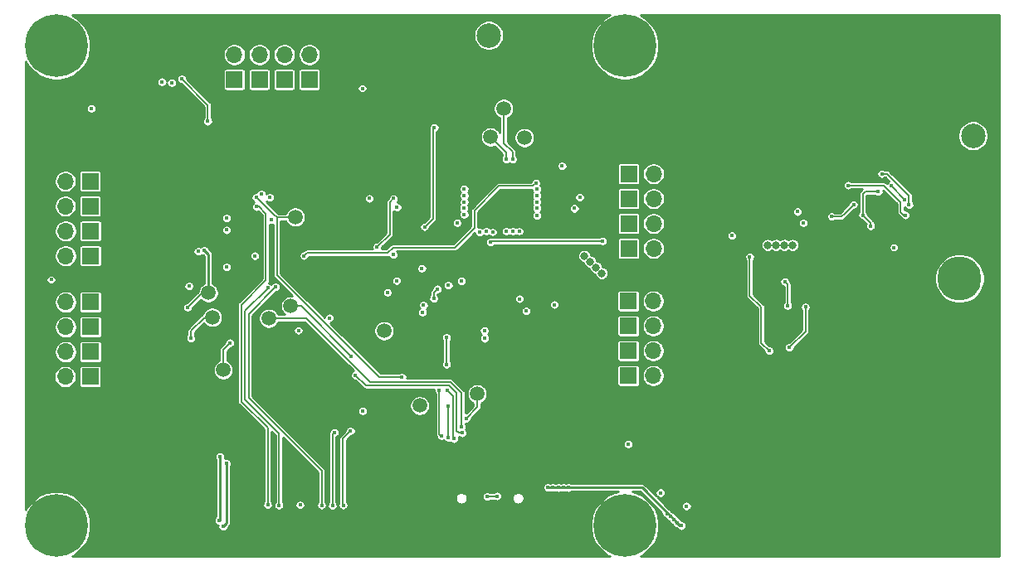
<source format=gbr>
G04 #@! TF.GenerationSoftware,KiCad,Pcbnew,5.1.7-a382d34a8~88~ubuntu18.04.1*
G04 #@! TF.CreationDate,2021-07-04T11:49:53-04:00*
G04 #@! TF.ProjectId,SmallKat v2,536d616c-6c4b-4617-9420-76322e6b6963,rev?*
G04 #@! TF.SameCoordinates,Original*
G04 #@! TF.FileFunction,Copper,L4,Bot*
G04 #@! TF.FilePolarity,Positive*
%FSLAX46Y46*%
G04 Gerber Fmt 4.6, Leading zero omitted, Abs format (unit mm)*
G04 Created by KiCad (PCBNEW 5.1.7-a382d34a8~88~ubuntu18.04.1) date 2021-07-04 11:49:53*
%MOMM*%
%LPD*%
G01*
G04 APERTURE LIST*
G04 #@! TA.AperFunction,SMDPad,CuDef*
%ADD10C,1.500000*%
G04 #@! TD*
G04 #@! TA.AperFunction,ComponentPad*
%ADD11C,4.500000*%
G04 #@! TD*
G04 #@! TA.AperFunction,ComponentPad*
%ADD12O,1.700000X1.700000*%
G04 #@! TD*
G04 #@! TA.AperFunction,ComponentPad*
%ADD13R,1.700000X1.700000*%
G04 #@! TD*
G04 #@! TA.AperFunction,SMDPad,CuDef*
%ADD14C,2.500000*%
G04 #@! TD*
G04 #@! TA.AperFunction,ComponentPad*
%ADD15O,1.000000X2.100000*%
G04 #@! TD*
G04 #@! TA.AperFunction,ComponentPad*
%ADD16O,1.000000X1.800000*%
G04 #@! TD*
G04 #@! TA.AperFunction,ComponentPad*
%ADD17C,0.800000*%
G04 #@! TD*
G04 #@! TA.AperFunction,ComponentPad*
%ADD18C,6.400000*%
G04 #@! TD*
G04 #@! TA.AperFunction,ViaPad*
%ADD19C,0.450000*%
G04 #@! TD*
G04 #@! TA.AperFunction,ViaPad*
%ADD20C,0.430000*%
G04 #@! TD*
G04 #@! TA.AperFunction,ViaPad*
%ADD21C,0.800000*%
G04 #@! TD*
G04 #@! TA.AperFunction,Conductor*
%ADD22C,0.177800*%
G04 #@! TD*
G04 #@! TA.AperFunction,Conductor*
%ADD23C,0.250000*%
G04 #@! TD*
G04 #@! TA.AperFunction,Conductor*
%ADD24C,0.200000*%
G04 #@! TD*
G04 #@! TA.AperFunction,Conductor*
%ADD25C,0.254000*%
G04 #@! TD*
G04 #@! TA.AperFunction,Conductor*
%ADD26C,0.100000*%
G04 #@! TD*
G04 APERTURE END LIST*
D10*
X96000000Y-102800000D03*
X105070000Y-114420000D03*
X117270000Y-91710000D03*
X115930000Y-94620000D03*
D11*
X163790000Y-109090000D03*
X163790000Y-114090000D03*
D12*
X89800000Y-83670000D03*
X89800000Y-86210000D03*
D13*
X89800000Y-88750000D03*
D12*
X94890000Y-83670000D03*
X94890000Y-86210000D03*
D13*
X94890000Y-88750000D03*
D12*
X92350000Y-83670000D03*
X92350000Y-86210000D03*
D13*
X92350000Y-88750000D03*
D12*
X97450000Y-83670000D03*
X97450000Y-86210000D03*
D13*
X97450000Y-88750000D03*
D10*
X114570000Y-120860000D03*
X108710000Y-122070000D03*
X95550000Y-111900000D03*
X93300000Y-113150000D03*
D14*
X121500000Y-84300000D03*
X165180000Y-94500000D03*
D10*
X119390000Y-94690000D03*
D14*
X115750000Y-84250000D03*
D10*
X87550000Y-113050000D03*
X87150000Y-110550000D03*
X88660000Y-118430000D03*
D15*
X111530000Y-131025000D03*
X120170000Y-131025000D03*
D16*
X111530000Y-135175000D03*
X120175000Y-135175000D03*
D13*
X130022800Y-98388800D03*
D12*
X132562800Y-98388800D03*
X135102800Y-98388800D03*
X70001400Y-119106400D03*
X72541400Y-119106400D03*
D13*
X75081400Y-119106400D03*
X130022800Y-100928800D03*
D12*
X132562800Y-100928800D03*
X135102800Y-100928800D03*
X70041400Y-116566400D03*
X72581400Y-116566400D03*
D13*
X75121400Y-116566400D03*
X130022800Y-103468800D03*
D12*
X132562800Y-103468800D03*
X135102800Y-103468800D03*
X70041400Y-114026400D03*
X72581400Y-114026400D03*
D13*
X75121400Y-114026400D03*
X130022800Y-106008800D03*
D12*
X132562800Y-106008800D03*
X135102800Y-106008800D03*
X70041400Y-111486400D03*
X72581400Y-111486400D03*
D13*
X75121400Y-111486400D03*
X129993600Y-111374800D03*
D12*
X132533600Y-111374800D03*
X135073600Y-111374800D03*
X70042700Y-106762000D03*
X72582700Y-106762000D03*
D13*
X75122700Y-106762000D03*
X129993600Y-113914800D03*
D12*
X132533600Y-113914800D03*
X135073600Y-113914800D03*
X70042700Y-104222000D03*
X72582700Y-104222000D03*
D13*
X75122700Y-104222000D03*
X129993600Y-116454800D03*
D12*
X132533600Y-116454800D03*
X135073600Y-116454800D03*
X70017700Y-101682000D03*
X72557700Y-101682000D03*
D13*
X75097700Y-101682000D03*
X129993600Y-118994800D03*
D12*
X132533600Y-118994800D03*
X135073600Y-118994800D03*
X70017700Y-99142000D03*
X72557700Y-99142000D03*
D13*
X75097700Y-99142000D03*
D17*
X73347056Y-83602944D03*
X71650000Y-82900000D03*
X69952944Y-83602944D03*
X69250000Y-85300000D03*
X69952944Y-86997056D03*
X71650000Y-87700000D03*
X73347056Y-86997056D03*
X74050000Y-85300000D03*
D18*
X71650000Y-85300000D03*
D17*
X131347056Y-83602944D03*
X129650000Y-82900000D03*
X127952944Y-83602944D03*
X127250000Y-85300000D03*
X127952944Y-86997056D03*
X129650000Y-87700000D03*
X131347056Y-86997056D03*
X132050000Y-85300000D03*
D18*
X129650000Y-85300000D03*
D17*
X131347056Y-132602944D03*
X129650000Y-131900000D03*
X127952944Y-132602944D03*
X127250000Y-134300000D03*
X127952944Y-135997056D03*
X129650000Y-136700000D03*
X131347056Y-135997056D03*
X132050000Y-134300000D03*
D18*
X129650000Y-134300000D03*
D17*
X73347056Y-132602944D03*
X71650000Y-131900000D03*
X69952944Y-132602944D03*
X69250000Y-134300000D03*
X69952944Y-135997056D03*
X71650000Y-136700000D03*
X73347056Y-135997056D03*
X74050000Y-134300000D03*
D18*
X71650000Y-134300000D03*
D19*
X115520000Y-125800000D03*
X118160000Y-125770000D03*
X118130000Y-123080000D03*
X115510000Y-123120000D03*
D20*
X99910000Y-109910000D03*
X97900000Y-111640000D03*
X102310000Y-111590000D03*
X102330000Y-107190000D03*
X97920000Y-107260000D03*
D21*
X121590000Y-125650000D03*
X121590000Y-124750000D03*
X121590000Y-123840000D03*
X128320000Y-129530000D03*
X129200000Y-129530000D03*
X130050000Y-129530000D03*
D20*
X148490000Y-116520000D03*
D21*
X166210000Y-115570000D03*
X166200000Y-120056000D03*
X163350000Y-121006000D03*
X166200000Y-120956000D03*
X163350000Y-119206000D03*
X164250000Y-119206000D03*
X164250000Y-120106000D03*
X161450000Y-121006000D03*
X165150000Y-119206000D03*
X161450000Y-120106000D03*
X165150000Y-121006000D03*
X165150000Y-120106000D03*
X164250000Y-121006000D03*
X162350000Y-119206000D03*
X162350000Y-121006000D03*
X166200000Y-119126000D03*
X162350000Y-120106000D03*
X161450000Y-119206000D03*
X163350000Y-120106000D03*
X163350000Y-118306000D03*
X165150000Y-118306000D03*
X164250000Y-118306000D03*
X163350000Y-117406000D03*
X164250000Y-117406000D03*
X165150000Y-117406000D03*
D20*
X155800000Y-102700000D03*
X156250000Y-102700000D03*
X156250000Y-101350000D03*
X155800000Y-101350000D03*
X155800000Y-102250000D03*
X156250000Y-101800000D03*
X155800000Y-101800000D03*
X156250000Y-102250000D03*
X95450000Y-135650000D03*
X106950000Y-88150000D03*
X101400000Y-88850000D03*
X166600000Y-99280000D03*
X158500000Y-106100000D03*
X118700000Y-83300000D03*
X112080014Y-94269986D03*
X114500000Y-97750000D03*
X114050000Y-98200000D03*
D21*
X163350000Y-122900000D03*
X165150000Y-122900000D03*
X164250000Y-122900000D03*
X163350000Y-122000000D03*
X163350000Y-123800000D03*
X164250000Y-123800000D03*
X165150000Y-123800000D03*
X164250000Y-122000000D03*
X165150000Y-122000000D03*
X166200000Y-122850000D03*
X167100000Y-118350000D03*
X167100000Y-119250000D03*
X167100000Y-121050000D03*
X167100000Y-114750000D03*
X167100000Y-112050000D03*
X167100000Y-112950000D03*
X167100000Y-115650000D03*
X167100000Y-117450000D03*
X166200000Y-117356000D03*
X167100000Y-120150000D03*
X167100000Y-122850000D03*
X166200000Y-121920000D03*
X166200000Y-123750000D03*
X166200000Y-116456000D03*
X166200000Y-118256000D03*
X167100000Y-123750000D03*
X167100000Y-121950000D03*
X167100000Y-113850000D03*
X167100000Y-116550000D03*
X162350000Y-123800000D03*
X160550000Y-121100000D03*
X161450000Y-122000000D03*
X162350000Y-118306000D03*
X161450000Y-116506000D03*
X160550000Y-122000000D03*
X161450000Y-117406000D03*
X161450000Y-122900000D03*
X162350000Y-122900000D03*
X162350000Y-117406000D03*
X162350000Y-122000000D03*
X160550000Y-120200000D03*
X160550000Y-123800000D03*
X160550000Y-119300000D03*
X161450000Y-118306000D03*
X161450000Y-123800000D03*
X160550000Y-122900000D03*
X160550000Y-117500000D03*
X161450000Y-115606000D03*
X160550000Y-118400000D03*
X160550000Y-116600000D03*
X160550000Y-115700000D03*
X160550000Y-114800000D03*
X160550000Y-113900000D03*
X160550000Y-113000000D03*
X160550000Y-112100000D03*
D20*
X151300000Y-101250000D03*
X150400000Y-101250000D03*
X149950000Y-101250000D03*
X150850000Y-101250000D03*
X147700000Y-101250000D03*
X148600000Y-101700000D03*
X149050000Y-101250000D03*
X147700000Y-101700000D03*
X148600000Y-101250000D03*
X149500000Y-101250000D03*
X149500000Y-101700000D03*
X148150000Y-101250000D03*
X148150000Y-101700000D03*
X149050000Y-101700000D03*
X149500000Y-100800000D03*
X148150000Y-100350000D03*
X148600000Y-100800000D03*
X149950000Y-100350000D03*
X151300000Y-100350000D03*
X150400000Y-100800000D03*
X150400000Y-100350000D03*
X148600000Y-100350000D03*
X149500000Y-100350000D03*
X150850000Y-100800000D03*
X149050000Y-100350000D03*
X149950000Y-100800000D03*
X147700000Y-100800000D03*
X150850000Y-100350000D03*
X149050000Y-100800000D03*
X147700000Y-100350000D03*
X148150000Y-100800000D03*
X151300000Y-100800000D03*
X150850000Y-99450000D03*
X151300000Y-99900000D03*
X148600000Y-99900000D03*
X148600000Y-99450000D03*
X149950000Y-99450000D03*
X147700000Y-99450000D03*
X149050000Y-99450000D03*
X149950000Y-99900000D03*
X149500000Y-99450000D03*
X150400000Y-99900000D03*
X149050000Y-99900000D03*
X148150000Y-99450000D03*
X148150000Y-99900000D03*
X150400000Y-99450000D03*
X147700000Y-99900000D03*
X151300000Y-99450000D03*
X149500000Y-99900000D03*
X150850000Y-99900000D03*
X149500000Y-98550000D03*
X148150000Y-98550000D03*
X149500000Y-99000000D03*
X149050000Y-98550000D03*
X150850000Y-99000000D03*
X149050000Y-99000000D03*
X151750000Y-98550000D03*
X148600000Y-98550000D03*
X147700000Y-98550000D03*
X151300000Y-98550000D03*
X149950000Y-99000000D03*
X150400000Y-99000000D03*
X149950000Y-98550000D03*
X150400000Y-98550000D03*
X151300000Y-99000000D03*
X147700000Y-99000000D03*
X148600000Y-99000000D03*
X148150000Y-99000000D03*
X150850000Y-98550000D03*
X147700000Y-97200000D03*
X149950000Y-98100000D03*
X147700000Y-98100000D03*
X149500000Y-97200000D03*
X148600000Y-97200000D03*
X150850000Y-97650000D03*
X149950000Y-97200000D03*
X148600000Y-97650000D03*
X151300000Y-97200000D03*
X148600000Y-98100000D03*
X149050000Y-97650000D03*
X150400000Y-97650000D03*
X148150000Y-97650000D03*
X148150000Y-98100000D03*
X147700000Y-97650000D03*
X148150000Y-97200000D03*
X151750000Y-97200000D03*
X149500000Y-97650000D03*
X150850000Y-97200000D03*
X150400000Y-97200000D03*
X151750000Y-98100000D03*
X149050000Y-98100000D03*
X150850000Y-98100000D03*
X151750000Y-97650000D03*
X151300000Y-98100000D03*
X149050000Y-97200000D03*
X150400000Y-98100000D03*
X151300000Y-97650000D03*
X149950000Y-97650000D03*
X149500000Y-98100000D03*
X150850000Y-96750000D03*
X148600000Y-96750000D03*
X149050000Y-96750000D03*
X150400000Y-96750000D03*
X148150000Y-96750000D03*
X147700000Y-96750000D03*
X149500000Y-96750000D03*
X151750000Y-96750000D03*
X151300000Y-96750000D03*
X149950000Y-96750000D03*
X147700000Y-96300000D03*
X152650000Y-96300000D03*
X149500000Y-96300000D03*
X148600000Y-96300000D03*
X149950000Y-96300000D03*
X151300000Y-96300000D03*
X148150000Y-96300000D03*
X151750000Y-96300000D03*
X150850000Y-96300000D03*
X150400000Y-96300000D03*
X152200000Y-96300000D03*
X149050000Y-96300000D03*
X152650000Y-95850000D03*
X152200000Y-95850000D03*
X151750000Y-95850000D03*
X151300000Y-95850000D03*
X150850000Y-95850000D03*
X150400000Y-95850000D03*
X149950000Y-95850000D03*
X149500000Y-95850000D03*
X149050000Y-95850000D03*
X148600000Y-95850000D03*
X148150000Y-95850000D03*
X147700000Y-95850000D03*
X142600000Y-83150000D03*
X142150000Y-82700000D03*
X142600000Y-84050000D03*
X142600000Y-84950000D03*
X143050000Y-83600000D03*
X143050000Y-84950000D03*
X142600000Y-84500000D03*
X143050000Y-83150000D03*
X142150000Y-84050000D03*
X142600000Y-82250000D03*
X142150000Y-83150000D03*
X142600000Y-82700000D03*
X143050000Y-82700000D03*
X142150000Y-82250000D03*
X143050000Y-82250000D03*
X142150000Y-83600000D03*
X143050000Y-84050000D03*
X143050000Y-84500000D03*
X142600000Y-83600000D03*
X140800000Y-83150000D03*
X139900000Y-83600000D03*
X141700000Y-83600000D03*
X140350000Y-82250000D03*
X139900000Y-82250000D03*
X141250000Y-82250000D03*
X139450000Y-84050000D03*
X139450000Y-82700000D03*
X140350000Y-84050000D03*
X140800000Y-82250000D03*
X141700000Y-82250000D03*
X141250000Y-83600000D03*
X140800000Y-82700000D03*
X140350000Y-83150000D03*
X140800000Y-83600000D03*
X140350000Y-83600000D03*
X141700000Y-82700000D03*
X141250000Y-82700000D03*
X141700000Y-83150000D03*
X139900000Y-84050000D03*
X140350000Y-82700000D03*
X140800000Y-84050000D03*
X139450000Y-83600000D03*
X139450000Y-82250000D03*
X139450000Y-83150000D03*
X141250000Y-84050000D03*
X141250000Y-83150000D03*
X139900000Y-82700000D03*
X141700000Y-84050000D03*
X139900000Y-83150000D03*
X139000000Y-83150000D03*
X137200000Y-82250000D03*
X137200000Y-82700000D03*
X137650000Y-82250000D03*
X138100000Y-83150000D03*
X138100000Y-84050000D03*
X138550000Y-82700000D03*
X137200000Y-84050000D03*
X137200000Y-83600000D03*
X138550000Y-83150000D03*
X138550000Y-82250000D03*
X136750000Y-82250000D03*
X139000000Y-84050000D03*
X137650000Y-82700000D03*
X139000000Y-82250000D03*
X136750000Y-82700000D03*
X138550000Y-83600000D03*
X137200000Y-83150000D03*
X139000000Y-82700000D03*
X137650000Y-83600000D03*
X137650000Y-83150000D03*
X136750000Y-84050000D03*
X138100000Y-83600000D03*
X138550000Y-84050000D03*
X139000000Y-83600000D03*
X136750000Y-83150000D03*
X138100000Y-82250000D03*
X137650000Y-84050000D03*
X136750000Y-83600000D03*
X138100000Y-82700000D03*
X135850000Y-86300000D03*
X135850000Y-82250000D03*
X136300000Y-83150000D03*
X136300000Y-84050000D03*
X135850000Y-84950000D03*
X135850000Y-84500000D03*
X135850000Y-85850000D03*
X135850000Y-85400000D03*
X135850000Y-82700000D03*
X135850000Y-83600000D03*
X135850000Y-83150000D03*
X136300000Y-83600000D03*
X136300000Y-82250000D03*
X135850000Y-84050000D03*
X136300000Y-82700000D03*
X134950000Y-85400000D03*
X135400000Y-86300000D03*
X135400000Y-82250000D03*
X135400000Y-84500000D03*
X135400000Y-82700000D03*
X134950000Y-85850000D03*
X134950000Y-84950000D03*
X135400000Y-84050000D03*
X135400000Y-83600000D03*
X134950000Y-86300000D03*
X134950000Y-82250000D03*
X134950000Y-84500000D03*
X134950000Y-82700000D03*
X135400000Y-83150000D03*
X134950000Y-84050000D03*
X135400000Y-84950000D03*
X134950000Y-83150000D03*
X135400000Y-85850000D03*
X134950000Y-83600000D03*
X135400000Y-85400000D03*
X134500000Y-85400000D03*
X134500000Y-85850000D03*
X134500000Y-84950000D03*
X134500000Y-86300000D03*
X134500000Y-82250000D03*
X134500000Y-84500000D03*
X134500000Y-82700000D03*
X134500000Y-84050000D03*
X134500000Y-83150000D03*
X134500000Y-83600000D03*
X134050000Y-86300000D03*
X134050000Y-85850000D03*
X134050000Y-85400000D03*
X134050000Y-84950000D03*
X134050000Y-84500000D03*
X134050000Y-84050000D03*
X134050000Y-83600000D03*
X134050000Y-83150000D03*
X134050000Y-82700000D03*
X134050000Y-82250000D03*
X158600000Y-103700000D03*
X154150000Y-105300000D03*
D21*
X104816200Y-101266200D03*
X104816200Y-103033800D03*
X104816200Y-102166200D03*
X92516200Y-116933800D03*
X93416200Y-116933800D03*
X94283800Y-116933800D03*
X105783800Y-116916200D03*
X104883800Y-116916200D03*
D20*
X119570000Y-119250000D03*
X118620000Y-119250000D03*
X117670000Y-119250000D03*
X118350000Y-128800000D03*
X113300000Y-128800000D03*
X69200000Y-109200000D03*
X73750000Y-89900000D03*
X70300000Y-90850000D03*
X128770000Y-93980000D03*
X132650000Y-127850000D03*
X129750000Y-107850000D03*
X108850000Y-99400000D03*
X117008700Y-107391300D03*
X117050000Y-112000000D03*
X123550000Y-108700000D03*
X111000000Y-113450000D03*
D21*
X103500000Y-130600000D03*
X115300000Y-98950000D03*
X118550000Y-98950000D03*
X118550000Y-102250000D03*
X115250000Y-102250000D03*
X116800000Y-100850000D03*
X103500000Y-126850000D03*
X92000000Y-136400000D03*
X103350000Y-136600000D03*
X107696000Y-133820000D03*
D20*
X87595000Y-115695000D03*
X70480000Y-127390000D03*
X85860000Y-132300000D03*
D19*
X120790000Y-98240000D03*
X138380000Y-135320000D03*
D20*
X128760000Y-125710000D03*
D21*
X101390000Y-122220000D03*
D19*
X141080000Y-135320000D03*
X126630000Y-104470000D03*
X85380000Y-88670000D03*
D20*
X87065621Y-95100000D03*
X118900000Y-108000000D03*
X119250000Y-109550000D03*
X118400000Y-111600000D03*
D19*
X115152686Y-111707314D03*
X113330000Y-109900000D03*
X116770000Y-124380000D03*
D20*
X165180000Y-94550000D03*
X155500000Y-100200000D03*
X153900000Y-102600000D03*
X154720000Y-103710000D03*
D21*
X127275000Y-108545000D03*
X126685000Y-107955000D03*
X126095000Y-107365000D03*
X125505000Y-106775000D03*
X144210000Y-105660000D03*
X145060000Y-105660000D03*
X145910000Y-105660000D03*
X146750000Y-105660000D03*
D20*
X142380000Y-106850000D03*
X144370000Y-116470000D03*
X119300000Y-94650000D03*
D19*
X135380000Y-134330000D03*
X121800000Y-130440000D03*
X122310000Y-130440000D03*
X122850000Y-130440000D03*
X123340000Y-130440000D03*
X123870000Y-130440000D03*
X134320000Y-133380000D03*
X134655000Y-133715000D03*
X134990000Y-134050000D03*
X133924273Y-133085727D03*
X84410000Y-88690000D03*
X87075621Y-93020000D03*
D20*
X147250000Y-102250000D03*
X115950000Y-84300000D03*
X106900000Y-119150000D03*
X110700000Y-120500000D03*
X92015632Y-100792456D03*
X110900000Y-125150000D03*
X111450000Y-115100000D03*
X111450000Y-117850000D03*
X112213089Y-125452752D03*
X111493980Y-120487325D03*
D19*
X105070000Y-114420000D03*
D20*
X113250000Y-99900000D03*
X117555597Y-104248757D03*
X115599999Y-131349089D03*
X116600000Y-131300002D03*
D19*
X113458302Y-123350000D03*
D20*
X108750000Y-122050000D03*
X87450000Y-113100000D03*
X85350000Y-115200000D03*
X96326200Y-114376200D03*
D19*
X82380000Y-88980000D03*
X88640000Y-134400000D03*
X88970000Y-127970000D03*
X85160000Y-109850000D03*
X86090000Y-106320000D03*
D20*
X118900000Y-111150000D03*
D19*
X111630000Y-109770000D03*
D20*
X119550000Y-112400000D03*
X87200000Y-110550000D03*
X85010000Y-112040000D03*
X99500000Y-113100000D03*
D19*
X83400000Y-89080000D03*
X86740000Y-106210000D03*
X88220000Y-133800000D03*
X88344394Y-127267796D03*
X110502629Y-110152691D03*
X110130000Y-111136091D03*
D20*
X112966602Y-124252547D03*
X93280000Y-113130000D03*
X102150000Y-118950000D03*
X95550000Y-111900000D03*
X113029100Y-124857138D03*
X101734379Y-117015621D03*
X116140000Y-104330000D03*
X120650000Y-99950000D03*
X120650000Y-100600000D03*
X120650000Y-101250000D03*
X120650000Y-101900000D03*
X120650000Y-102650000D03*
X118850000Y-104250000D03*
X118200000Y-104250000D03*
X113250000Y-100600000D03*
X113250000Y-101250000D03*
X113200000Y-101900000D03*
X113250000Y-102550000D03*
X114810000Y-104360000D03*
X115492404Y-104249830D03*
X89353800Y-115646200D03*
X146250000Y-111860000D03*
X145950000Y-109400000D03*
X101650000Y-124650000D03*
X104350000Y-105850000D03*
X106050000Y-100900000D03*
X100900000Y-132250000D03*
X100000000Y-124800000D03*
X103550000Y-100900000D03*
X99800000Y-132300000D03*
X98700000Y-132250000D03*
X94015000Y-109935000D03*
X102900000Y-122600000D03*
X106400000Y-101800000D03*
X96500000Y-132200000D03*
X94350000Y-132250000D03*
X93400000Y-100800000D03*
X93205000Y-110045000D03*
X93570000Y-103070000D03*
X93200000Y-132200000D03*
X92060000Y-101750000D03*
X115920000Y-105370000D03*
X147850000Y-103400000D03*
X140550000Y-104700000D03*
X157100000Y-105900000D03*
X127350000Y-105250000D03*
X109200000Y-103800000D03*
X110200000Y-93650000D03*
X75200000Y-91700000D03*
X106350000Y-109300000D03*
X105400000Y-110500000D03*
X71100000Y-109200000D03*
X130000000Y-126000000D03*
X109000000Y-112550000D03*
X122450000Y-111750000D03*
X109100000Y-111800000D03*
X120550000Y-99300000D03*
X91893800Y-106756200D03*
X96900000Y-106750000D03*
X92546191Y-100456815D03*
X89015000Y-104115000D03*
X89000000Y-102900000D03*
X89000000Y-107900000D03*
X102850000Y-89650000D03*
X106000000Y-106650000D03*
X152974265Y-101517741D03*
X150750000Y-102750000D03*
X158640000Y-101550000D03*
X155850000Y-98380000D03*
X156780000Y-99630000D03*
X158155518Y-101021174D03*
X152400000Y-99550000D03*
X158250000Y-102600000D03*
X111618290Y-125327656D03*
X111618290Y-122147836D03*
X148060000Y-111970000D03*
X146410000Y-116110000D03*
X112510000Y-103390000D03*
X118180000Y-96890000D03*
D19*
X115346781Y-115193219D03*
X135930000Y-132320000D03*
X125027810Y-100777321D03*
D20*
X117510000Y-96910000D03*
X108930000Y-108050000D03*
D19*
X115300000Y-114379999D03*
X123240000Y-97590000D03*
X133258217Y-130961779D03*
X124500000Y-101920000D03*
X112957814Y-109326612D03*
D22*
X165180000Y-94500000D02*
X165180000Y-94550000D01*
X153900000Y-102600000D02*
X154720000Y-103420000D01*
X154720000Y-103420000D02*
X154720000Y-103710000D01*
X154180000Y-100200000D02*
X155500000Y-100200000D01*
X153900000Y-100480000D02*
X154180000Y-100200000D01*
X153900000Y-102600000D02*
X153900000Y-100480000D01*
X119340000Y-94690000D02*
X119300000Y-94650000D01*
X119390000Y-94690000D02*
X119340000Y-94690000D01*
D23*
X122600000Y-130440000D02*
X122310000Y-130440000D01*
X122310000Y-130440000D02*
X121800000Y-130440000D01*
X122850000Y-130440000D02*
X122600000Y-130440000D01*
X123340000Y-130440000D02*
X122850000Y-130440000D01*
X123870000Y-130440000D02*
X123340000Y-130440000D01*
X131380000Y-130440000D02*
X127620000Y-130440000D01*
X127620000Y-130440000D02*
X123870000Y-130440000D01*
X135270000Y-134330000D02*
X131380000Y-130440000D01*
X135380000Y-134330000D02*
X135270000Y-134330000D01*
D22*
X142380000Y-106850000D02*
X142380000Y-110820000D01*
X142380000Y-110820000D02*
X143550000Y-111990000D01*
X143550000Y-111990000D02*
X143550000Y-115650000D01*
X143550000Y-115650000D02*
X144370000Y-116470000D01*
X84410000Y-88690000D02*
X87075621Y-91355621D01*
X87075621Y-91355621D02*
X87075621Y-93020000D01*
X115900000Y-84250000D02*
X115950000Y-84300000D01*
X115750000Y-84250000D02*
X115900000Y-84250000D01*
X110700000Y-124950000D02*
X110900000Y-125150000D01*
X110700000Y-120500000D02*
X110700000Y-124950000D01*
X93855275Y-102534725D02*
X92081924Y-100761373D01*
X94150550Y-102830000D02*
X93855275Y-102534725D01*
X95270000Y-102830000D02*
X94150550Y-102830000D01*
X94150000Y-102829449D02*
X93855275Y-102534725D01*
X94150000Y-108750000D02*
X94150000Y-102829449D01*
X104550000Y-119150000D02*
X94150000Y-108750000D01*
X106900000Y-119150000D02*
X104550000Y-119150000D01*
X111450000Y-117850000D02*
X111450000Y-115100000D01*
X112100000Y-125339663D02*
X112100000Y-121093345D01*
X112100000Y-121093345D02*
X111493980Y-120487325D01*
X112213089Y-125452752D02*
X112100000Y-125339663D01*
X115599999Y-131349089D02*
X116550913Y-131349089D01*
X116550913Y-131349089D02*
X116600000Y-131300002D01*
X114570000Y-122238302D02*
X113458302Y-123350000D01*
X114570000Y-120860000D02*
X114570000Y-122238302D01*
X108730000Y-122070000D02*
X108750000Y-122050000D01*
X108710000Y-122070000D02*
X108730000Y-122070000D01*
X87450000Y-113100000D02*
X86700000Y-113100000D01*
X85350000Y-114450000D02*
X85350000Y-115200000D01*
X86700000Y-113100000D02*
X85350000Y-114450000D01*
D23*
X88970000Y-134070000D02*
X88970000Y-127970000D01*
X88640000Y-134400000D02*
X88970000Y-134070000D01*
D22*
X86490000Y-110560000D02*
X86490000Y-110550000D01*
X85000000Y-112050000D02*
X85010000Y-112040000D01*
X87030000Y-110380000D02*
X87200000Y-110550000D01*
X86490000Y-110380000D02*
X87030000Y-110380000D01*
X87200000Y-110550000D02*
X87205000Y-110555000D01*
X85010000Y-112040000D02*
X86490000Y-110560000D01*
D23*
X87150000Y-106620000D02*
X86740000Y-106210000D01*
X87150000Y-110550000D02*
X87150000Y-106620000D01*
X88360000Y-133800000D02*
X88360000Y-127283402D01*
X88360000Y-127283402D02*
X88344394Y-127267796D01*
D22*
X110130000Y-110525320D02*
X110130000Y-111136091D01*
X110502629Y-110152691D02*
X110130000Y-110525320D01*
X93300000Y-113150000D02*
X97150000Y-113150000D01*
X103650000Y-119650000D02*
X111850000Y-119650000D01*
X97150000Y-113150000D02*
X103650000Y-119650000D01*
X112966602Y-120766602D02*
X112966602Y-124252547D01*
X111850000Y-119650000D02*
X112966602Y-120766602D01*
X103205611Y-120005611D02*
X111702703Y-120005611D01*
X102150000Y-118950000D02*
X103205611Y-120005611D01*
X111702703Y-120005611D02*
X112484900Y-120787808D01*
X112484900Y-120787808D02*
X112484900Y-124616994D01*
X112725045Y-124857138D02*
X113029100Y-124857138D01*
X112484900Y-124616994D02*
X112725045Y-124857138D01*
X95550000Y-111900000D02*
X96618758Y-111900000D01*
X96618758Y-111900000D02*
X101734379Y-117015621D01*
X88660000Y-116340000D02*
X89353800Y-115646200D01*
X88660000Y-118430000D02*
X88660000Y-116340000D01*
X146250000Y-109700000D02*
X146250000Y-111860000D01*
X145950000Y-109400000D02*
X146250000Y-109700000D01*
X104350000Y-105850000D02*
X105650000Y-104550000D01*
X105650000Y-101300000D02*
X106050000Y-100900000D01*
X105650000Y-104550000D02*
X105650000Y-101300000D01*
X101650000Y-124650000D02*
X100850000Y-125450000D01*
X100850000Y-132200000D02*
X100900000Y-132250000D01*
X100850000Y-125450000D02*
X100850000Y-132200000D01*
X99800000Y-125000000D02*
X99800000Y-132300000D01*
X100000000Y-124800000D02*
X99800000Y-125000000D01*
X94000000Y-109950000D02*
X91250000Y-112700000D01*
X91250000Y-112700000D02*
X91250000Y-121300000D01*
X98700000Y-128750000D02*
X98700000Y-132250000D01*
X91250000Y-121300000D02*
X98700000Y-128750000D01*
X90894389Y-112355611D02*
X93200000Y-110050000D01*
X90894389Y-121447298D02*
X90894389Y-112355611D01*
X94350000Y-124902909D02*
X90894389Y-121447298D01*
X94350000Y-132250000D02*
X94350000Y-124902909D01*
X92050000Y-101750000D02*
X92060000Y-101750000D01*
X93200000Y-124350000D02*
X93200000Y-132200000D01*
X90500000Y-121650000D02*
X93200000Y-124350000D01*
X90500000Y-111750000D02*
X90500000Y-121650000D01*
X93000000Y-109250000D02*
X90500000Y-111750000D01*
X93000000Y-102430000D02*
X93000000Y-109250000D01*
X92320000Y-101750000D02*
X93000000Y-102430000D01*
X92060000Y-101750000D02*
X92320000Y-101750000D01*
D24*
X116040000Y-105250000D02*
X115920000Y-105370000D01*
X127350000Y-105250000D02*
X116040000Y-105250000D01*
D22*
X110050000Y-102950000D02*
X109200000Y-103800000D01*
X110050000Y-93800000D02*
X110050000Y-102950000D01*
X110200000Y-93650000D02*
X110050000Y-93800000D01*
D24*
X105450000Y-106450000D02*
X97200000Y-106450000D01*
X97200000Y-106450000D02*
X96900000Y-106750000D01*
X110350000Y-105900000D02*
X106000000Y-105900000D01*
X106000000Y-105900000D02*
X105450000Y-106450000D01*
D22*
X112300000Y-105900000D02*
X110350000Y-105900000D01*
X114300000Y-103900000D02*
X112300000Y-105900000D01*
X116813299Y-99616701D02*
X114300000Y-102130000D01*
X114300000Y-102130000D02*
X114300000Y-103900000D01*
X120233299Y-99616701D02*
X116813299Y-99616701D01*
X120550000Y-99300000D02*
X120233299Y-99616701D01*
X152050000Y-102442006D02*
X152974265Y-101517741D01*
X151742006Y-102750000D02*
X152050000Y-102442006D01*
X150750000Y-102750000D02*
X151742006Y-102750000D01*
X156380000Y-98380000D02*
X155850000Y-98380000D01*
X158640000Y-101550000D02*
X158640000Y-100640000D01*
X158640000Y-100640000D02*
X156380000Y-98380000D01*
X158155518Y-101005518D02*
X158155518Y-101021174D01*
X156780000Y-99630000D02*
X158155518Y-101005518D01*
X158100000Y-102600000D02*
X158250000Y-102600000D01*
X157770000Y-102270000D02*
X158100000Y-102600000D01*
X157770000Y-101310000D02*
X157770000Y-102270000D01*
X156030000Y-99570000D02*
X157770000Y-101310000D01*
X152420000Y-99570000D02*
X156030000Y-99570000D01*
X152400000Y-99550000D02*
X152420000Y-99570000D01*
X111618290Y-125327656D02*
X111618290Y-125023601D01*
X111618290Y-125023601D02*
X111618290Y-122147836D01*
X148060000Y-114460000D02*
X148060000Y-111970000D01*
X146410000Y-116110000D02*
X148060000Y-114460000D01*
X118180000Y-96890000D02*
X118180000Y-96160000D01*
X117270000Y-95250000D02*
X117270000Y-91710000D01*
X118180000Y-96160000D02*
X117270000Y-95250000D01*
X117510000Y-96200000D02*
X115930000Y-94620000D01*
X117510000Y-96910000D02*
X117510000Y-96200000D01*
D25*
X127989855Y-82194087D02*
X127415820Y-82577644D01*
X126927644Y-83065820D01*
X126544087Y-83639855D01*
X126279888Y-84277688D01*
X126145200Y-84954807D01*
X126145200Y-85645193D01*
X126279888Y-86322312D01*
X126544087Y-86960145D01*
X126927644Y-87534180D01*
X127415820Y-88022356D01*
X127989855Y-88405913D01*
X128627688Y-88670112D01*
X129304807Y-88804800D01*
X129995193Y-88804800D01*
X130672312Y-88670112D01*
X131310145Y-88405913D01*
X131884180Y-88022356D01*
X132372356Y-87534180D01*
X132755913Y-86960145D01*
X133020112Y-86322312D01*
X133154800Y-85645193D01*
X133154800Y-84954807D01*
X133020112Y-84277688D01*
X132755913Y-83639855D01*
X132372356Y-83065820D01*
X131884180Y-82577644D01*
X131310145Y-82194087D01*
X131213366Y-82154000D01*
X167796001Y-82154000D01*
X167796000Y-137446000D01*
X131213366Y-137446000D01*
X131310145Y-137405913D01*
X131884180Y-137022356D01*
X132372356Y-136534180D01*
X132755913Y-135960145D01*
X133020112Y-135322312D01*
X133154800Y-134645193D01*
X133154800Y-133954807D01*
X133020112Y-133277688D01*
X132755913Y-132639855D01*
X132372356Y-132065820D01*
X131884180Y-131577644D01*
X131310145Y-131194087D01*
X130672312Y-130929888D01*
X130370231Y-130869800D01*
X131201972Y-130869800D01*
X133394473Y-133062302D01*
X133394473Y-133137908D01*
X133414833Y-133240264D01*
X133454771Y-133336681D01*
X133512751Y-133423455D01*
X133586545Y-133497249D01*
X133673319Y-133555229D01*
X133769736Y-133595167D01*
X133841595Y-133609461D01*
X133850498Y-133630954D01*
X133908478Y-133717728D01*
X133982272Y-133791522D01*
X134069046Y-133849502D01*
X134151390Y-133883610D01*
X134185498Y-133965954D01*
X134243478Y-134052728D01*
X134317272Y-134126522D01*
X134404046Y-134184502D01*
X134486390Y-134218610D01*
X134520498Y-134300954D01*
X134578478Y-134387728D01*
X134652272Y-134461522D01*
X134739046Y-134519502D01*
X134835463Y-134559440D01*
X134905553Y-134573382D01*
X134908640Y-134576469D01*
X134910498Y-134580954D01*
X134968478Y-134667728D01*
X135042272Y-134741522D01*
X135129046Y-134799502D01*
X135225463Y-134839440D01*
X135327819Y-134859800D01*
X135432181Y-134859800D01*
X135534537Y-134839440D01*
X135630954Y-134799502D01*
X135717728Y-134741522D01*
X135791522Y-134667728D01*
X135849502Y-134580954D01*
X135889440Y-134484537D01*
X135909800Y-134382181D01*
X135909800Y-134277819D01*
X135889440Y-134175463D01*
X135849502Y-134079046D01*
X135791522Y-133992272D01*
X135717728Y-133918478D01*
X135630954Y-133860498D01*
X135534537Y-133820560D01*
X135462476Y-133806226D01*
X135459502Y-133799046D01*
X135401522Y-133712272D01*
X135327728Y-133638478D01*
X135240954Y-133580498D01*
X135158610Y-133546390D01*
X135124502Y-133464046D01*
X135066522Y-133377272D01*
X134992728Y-133303478D01*
X134905954Y-133245498D01*
X134823610Y-133211390D01*
X134789502Y-133129046D01*
X134731522Y-133042272D01*
X134657728Y-132968478D01*
X134570954Y-132910498D01*
X134474537Y-132870560D01*
X134404447Y-132856618D01*
X134401676Y-132853847D01*
X134393775Y-132834773D01*
X134335795Y-132747999D01*
X134262001Y-132674205D01*
X134175227Y-132616225D01*
X134156153Y-132608324D01*
X133815648Y-132267819D01*
X135400200Y-132267819D01*
X135400200Y-132372181D01*
X135420560Y-132474537D01*
X135460498Y-132570954D01*
X135518478Y-132657728D01*
X135592272Y-132731522D01*
X135679046Y-132789502D01*
X135775463Y-132829440D01*
X135877819Y-132849800D01*
X135982181Y-132849800D01*
X136084537Y-132829440D01*
X136180954Y-132789502D01*
X136267728Y-132731522D01*
X136341522Y-132657728D01*
X136399502Y-132570954D01*
X136439440Y-132474537D01*
X136459800Y-132372181D01*
X136459800Y-132267819D01*
X136439440Y-132165463D01*
X136399502Y-132069046D01*
X136341522Y-131982272D01*
X136267728Y-131908478D01*
X136180954Y-131850498D01*
X136084537Y-131810560D01*
X135982181Y-131790200D01*
X135877819Y-131790200D01*
X135775463Y-131810560D01*
X135679046Y-131850498D01*
X135592272Y-131908478D01*
X135518478Y-131982272D01*
X135460498Y-132069046D01*
X135420560Y-132165463D01*
X135400200Y-132267819D01*
X133815648Y-132267819D01*
X132922419Y-131374590D01*
X133007263Y-131431281D01*
X133103680Y-131471219D01*
X133206036Y-131491579D01*
X133310398Y-131491579D01*
X133412754Y-131471219D01*
X133509171Y-131431281D01*
X133595945Y-131373301D01*
X133669739Y-131299507D01*
X133727719Y-131212733D01*
X133767657Y-131116316D01*
X133788017Y-131013960D01*
X133788017Y-130909598D01*
X133767657Y-130807242D01*
X133727719Y-130710825D01*
X133669739Y-130624051D01*
X133595945Y-130550257D01*
X133509171Y-130492277D01*
X133412754Y-130452339D01*
X133310398Y-130431979D01*
X133206036Y-130431979D01*
X133103680Y-130452339D01*
X133007263Y-130492277D01*
X132920489Y-130550257D01*
X132846695Y-130624051D01*
X132788715Y-130710825D01*
X132748777Y-130807242D01*
X132728417Y-130909598D01*
X132728417Y-131013960D01*
X132748777Y-131116316D01*
X132788715Y-131212733D01*
X132845406Y-131297577D01*
X131698848Y-130151020D01*
X131685385Y-130134615D01*
X131619939Y-130080906D01*
X131545273Y-130040996D01*
X131464255Y-130016419D01*
X131401109Y-130010200D01*
X131401107Y-130010200D01*
X131380000Y-130008121D01*
X131358893Y-130010200D01*
X124180373Y-130010200D01*
X124120954Y-129970498D01*
X124024537Y-129930560D01*
X123922181Y-129910200D01*
X123817819Y-129910200D01*
X123715463Y-129930560D01*
X123619046Y-129970498D01*
X123605000Y-129979883D01*
X123590954Y-129970498D01*
X123494537Y-129930560D01*
X123392181Y-129910200D01*
X123287819Y-129910200D01*
X123185463Y-129930560D01*
X123095000Y-129968032D01*
X123004537Y-129930560D01*
X122902181Y-129910200D01*
X122797819Y-129910200D01*
X122695463Y-129930560D01*
X122599046Y-129970498D01*
X122580000Y-129983224D01*
X122560954Y-129970498D01*
X122464537Y-129930560D01*
X122362181Y-129910200D01*
X122257819Y-129910200D01*
X122155463Y-129930560D01*
X122059046Y-129970498D01*
X122055000Y-129973201D01*
X122050954Y-129970498D01*
X121954537Y-129930560D01*
X121852181Y-129910200D01*
X121747819Y-129910200D01*
X121645463Y-129930560D01*
X121549046Y-129970498D01*
X121462272Y-130028478D01*
X121388478Y-130102272D01*
X121330498Y-130189046D01*
X121290560Y-130285463D01*
X121270200Y-130387819D01*
X121270200Y-130492181D01*
X121290560Y-130594537D01*
X121330498Y-130690954D01*
X121388478Y-130777728D01*
X121462272Y-130851522D01*
X121549046Y-130909502D01*
X121645463Y-130949440D01*
X121747819Y-130969800D01*
X121852181Y-130969800D01*
X121954537Y-130949440D01*
X122050954Y-130909502D01*
X122055000Y-130906799D01*
X122059046Y-130909502D01*
X122155463Y-130949440D01*
X122257819Y-130969800D01*
X122362181Y-130969800D01*
X122464537Y-130949440D01*
X122560954Y-130909502D01*
X122580000Y-130896776D01*
X122599046Y-130909502D01*
X122695463Y-130949440D01*
X122797819Y-130969800D01*
X122902181Y-130969800D01*
X123004537Y-130949440D01*
X123095000Y-130911968D01*
X123185463Y-130949440D01*
X123287819Y-130969800D01*
X123392181Y-130969800D01*
X123494537Y-130949440D01*
X123590954Y-130909502D01*
X123605000Y-130900117D01*
X123619046Y-130909502D01*
X123715463Y-130949440D01*
X123817819Y-130969800D01*
X123922181Y-130969800D01*
X124024537Y-130949440D01*
X124120954Y-130909502D01*
X124180373Y-130869800D01*
X128929769Y-130869800D01*
X128627688Y-130929888D01*
X127989855Y-131194087D01*
X127415820Y-131577644D01*
X126927644Y-132065820D01*
X126544087Y-132639855D01*
X126279888Y-133277688D01*
X126145200Y-133954807D01*
X126145200Y-134645193D01*
X126279888Y-135322312D01*
X126544087Y-135960145D01*
X126927644Y-136534180D01*
X127415820Y-137022356D01*
X127989855Y-137405913D01*
X128086634Y-137446000D01*
X73213366Y-137446000D01*
X73310145Y-137405913D01*
X73884180Y-137022356D01*
X74372356Y-136534180D01*
X74755913Y-135960145D01*
X75020112Y-135322312D01*
X75154800Y-134645193D01*
X75154800Y-133954807D01*
X75113628Y-133747819D01*
X87690200Y-133747819D01*
X87690200Y-133852181D01*
X87710560Y-133954537D01*
X87750498Y-134050954D01*
X87808478Y-134137728D01*
X87882272Y-134211522D01*
X87969046Y-134269502D01*
X88065463Y-134309440D01*
X88115841Y-134319461D01*
X88110200Y-134347819D01*
X88110200Y-134452181D01*
X88130560Y-134554537D01*
X88170498Y-134650954D01*
X88228478Y-134737728D01*
X88302272Y-134811522D01*
X88389046Y-134869502D01*
X88485463Y-134909440D01*
X88587819Y-134929800D01*
X88692181Y-134929800D01*
X88794537Y-134909440D01*
X88890954Y-134869502D01*
X88977728Y-134811522D01*
X89051522Y-134737728D01*
X89109502Y-134650954D01*
X89149440Y-134554537D01*
X89163382Y-134484447D01*
X89258987Y-134388842D01*
X89275385Y-134375385D01*
X89312795Y-134329800D01*
X89329093Y-134309941D01*
X89334247Y-134300298D01*
X89369004Y-134235273D01*
X89393581Y-134154255D01*
X89399800Y-134091109D01*
X89399800Y-134091105D01*
X89401879Y-134070001D01*
X89399800Y-134048897D01*
X89399800Y-128280373D01*
X89439502Y-128220954D01*
X89479440Y-128124537D01*
X89499800Y-128022181D01*
X89499800Y-127917819D01*
X89479440Y-127815463D01*
X89439502Y-127719046D01*
X89381522Y-127632272D01*
X89307728Y-127558478D01*
X89220954Y-127500498D01*
X89124537Y-127460560D01*
X89022181Y-127440200D01*
X88917819Y-127440200D01*
X88840023Y-127455675D01*
X88853834Y-127422333D01*
X88874194Y-127319977D01*
X88874194Y-127215615D01*
X88853834Y-127113259D01*
X88813896Y-127016842D01*
X88755916Y-126930068D01*
X88682122Y-126856274D01*
X88595348Y-126798294D01*
X88498931Y-126758356D01*
X88396575Y-126737996D01*
X88292213Y-126737996D01*
X88189857Y-126758356D01*
X88093440Y-126798294D01*
X88006666Y-126856274D01*
X87932872Y-126930068D01*
X87874892Y-127016842D01*
X87834954Y-127113259D01*
X87814594Y-127215615D01*
X87814594Y-127319977D01*
X87834954Y-127422333D01*
X87874892Y-127518750D01*
X87930201Y-127601526D01*
X87930200Y-133356454D01*
X87882272Y-133388478D01*
X87808478Y-133462272D01*
X87750498Y-133549046D01*
X87710560Y-133645463D01*
X87690200Y-133747819D01*
X75113628Y-133747819D01*
X75020112Y-133277688D01*
X74755913Y-132639855D01*
X74372356Y-132065820D01*
X73884180Y-131577644D01*
X73310145Y-131194087D01*
X72672312Y-130929888D01*
X71995193Y-130795200D01*
X71304807Y-130795200D01*
X70627688Y-130929888D01*
X69989855Y-131194087D01*
X69415820Y-131577644D01*
X68927644Y-132065820D01*
X68544087Y-132639855D01*
X68504000Y-132736634D01*
X68504000Y-118992662D01*
X71386600Y-118992662D01*
X71386600Y-119220138D01*
X71430978Y-119443243D01*
X71518029Y-119653403D01*
X71644408Y-119842542D01*
X71805258Y-120003392D01*
X71994397Y-120129771D01*
X72204557Y-120216822D01*
X72427662Y-120261200D01*
X72655138Y-120261200D01*
X72878243Y-120216822D01*
X73088403Y-120129771D01*
X73277542Y-120003392D01*
X73438392Y-119842542D01*
X73564771Y-119653403D01*
X73651822Y-119443243D01*
X73696200Y-119220138D01*
X73696200Y-118992662D01*
X73651822Y-118769557D01*
X73564771Y-118559397D01*
X73438392Y-118370258D01*
X73324534Y-118256400D01*
X73925126Y-118256400D01*
X73925126Y-119956400D01*
X73931011Y-120016151D01*
X73948440Y-120073606D01*
X73976742Y-120126557D01*
X74014832Y-120172968D01*
X74061243Y-120211058D01*
X74114194Y-120239360D01*
X74171649Y-120256789D01*
X74231400Y-120262674D01*
X75931400Y-120262674D01*
X75991151Y-120256789D01*
X76048606Y-120239360D01*
X76101557Y-120211058D01*
X76147968Y-120172968D01*
X76186058Y-120126557D01*
X76214360Y-120073606D01*
X76231789Y-120016151D01*
X76237674Y-119956400D01*
X76237674Y-118326111D01*
X87605200Y-118326111D01*
X87605200Y-118533889D01*
X87645735Y-118737674D01*
X87725248Y-118929635D01*
X87840683Y-119102396D01*
X87987604Y-119249317D01*
X88160365Y-119364752D01*
X88352326Y-119444265D01*
X88556111Y-119484800D01*
X88763889Y-119484800D01*
X88967674Y-119444265D01*
X89159635Y-119364752D01*
X89332396Y-119249317D01*
X89479317Y-119102396D01*
X89594752Y-118929635D01*
X89674265Y-118737674D01*
X89714800Y-118533889D01*
X89714800Y-118326111D01*
X89674265Y-118122326D01*
X89594752Y-117930365D01*
X89479317Y-117757604D01*
X89332396Y-117610683D01*
X89159635Y-117495248D01*
X89053700Y-117451368D01*
X89053700Y-116503075D01*
X89390776Y-116166000D01*
X89404996Y-116166000D01*
X89505420Y-116146024D01*
X89600018Y-116106841D01*
X89685153Y-116049955D01*
X89757555Y-115977553D01*
X89814441Y-115892418D01*
X89853624Y-115797820D01*
X89873600Y-115697396D01*
X89873600Y-115595004D01*
X89853624Y-115494580D01*
X89814441Y-115399982D01*
X89757555Y-115314847D01*
X89685153Y-115242445D01*
X89600018Y-115185559D01*
X89505420Y-115146376D01*
X89404996Y-115126400D01*
X89302604Y-115126400D01*
X89202180Y-115146376D01*
X89107582Y-115185559D01*
X89022447Y-115242445D01*
X88950045Y-115314847D01*
X88893159Y-115399982D01*
X88853976Y-115494580D01*
X88834000Y-115595004D01*
X88834000Y-115609224D01*
X88395280Y-116047945D01*
X88380267Y-116060266D01*
X88367946Y-116075279D01*
X88367942Y-116075283D01*
X88331067Y-116120215D01*
X88294510Y-116188610D01*
X88289453Y-116205282D01*
X88272363Y-116261620D01*
X88271998Y-116262822D01*
X88264397Y-116340000D01*
X88266301Y-116359332D01*
X88266300Y-117451368D01*
X88160365Y-117495248D01*
X87987604Y-117610683D01*
X87840683Y-117757604D01*
X87725248Y-117930365D01*
X87645735Y-118122326D01*
X87605200Y-118326111D01*
X76237674Y-118326111D01*
X76237674Y-118256400D01*
X76231789Y-118196649D01*
X76214360Y-118139194D01*
X76186058Y-118086243D01*
X76147968Y-118039832D01*
X76101557Y-118001742D01*
X76048606Y-117973440D01*
X75991151Y-117956011D01*
X75931400Y-117950126D01*
X74231400Y-117950126D01*
X74171649Y-117956011D01*
X74114194Y-117973440D01*
X74061243Y-118001742D01*
X74014832Y-118039832D01*
X73976742Y-118086243D01*
X73948440Y-118139194D01*
X73931011Y-118196649D01*
X73925126Y-118256400D01*
X73324534Y-118256400D01*
X73277542Y-118209408D01*
X73088403Y-118083029D01*
X72878243Y-117995978D01*
X72655138Y-117951600D01*
X72427662Y-117951600D01*
X72204557Y-117995978D01*
X71994397Y-118083029D01*
X71805258Y-118209408D01*
X71644408Y-118370258D01*
X71518029Y-118559397D01*
X71430978Y-118769557D01*
X71386600Y-118992662D01*
X68504000Y-118992662D01*
X68504000Y-116452662D01*
X71426600Y-116452662D01*
X71426600Y-116680138D01*
X71470978Y-116903243D01*
X71558029Y-117113403D01*
X71684408Y-117302542D01*
X71845258Y-117463392D01*
X72034397Y-117589771D01*
X72244557Y-117676822D01*
X72467662Y-117721200D01*
X72695138Y-117721200D01*
X72918243Y-117676822D01*
X73128403Y-117589771D01*
X73317542Y-117463392D01*
X73478392Y-117302542D01*
X73604771Y-117113403D01*
X73691822Y-116903243D01*
X73736200Y-116680138D01*
X73736200Y-116452662D01*
X73691822Y-116229557D01*
X73604771Y-116019397D01*
X73478392Y-115830258D01*
X73364534Y-115716400D01*
X73965126Y-115716400D01*
X73965126Y-117416400D01*
X73971011Y-117476151D01*
X73988440Y-117533606D01*
X74016742Y-117586557D01*
X74054832Y-117632968D01*
X74101243Y-117671058D01*
X74154194Y-117699360D01*
X74211649Y-117716789D01*
X74271400Y-117722674D01*
X75971400Y-117722674D01*
X76031151Y-117716789D01*
X76088606Y-117699360D01*
X76141557Y-117671058D01*
X76187968Y-117632968D01*
X76226058Y-117586557D01*
X76254360Y-117533606D01*
X76271789Y-117476151D01*
X76277674Y-117416400D01*
X76277674Y-115716400D01*
X76271789Y-115656649D01*
X76254360Y-115599194D01*
X76226058Y-115546243D01*
X76187968Y-115499832D01*
X76141557Y-115461742D01*
X76088606Y-115433440D01*
X76031151Y-115416011D01*
X75971400Y-115410126D01*
X74271400Y-115410126D01*
X74211649Y-115416011D01*
X74154194Y-115433440D01*
X74101243Y-115461742D01*
X74054832Y-115499832D01*
X74016742Y-115546243D01*
X73988440Y-115599194D01*
X73971011Y-115656649D01*
X73965126Y-115716400D01*
X73364534Y-115716400D01*
X73317542Y-115669408D01*
X73128403Y-115543029D01*
X72918243Y-115455978D01*
X72695138Y-115411600D01*
X72467662Y-115411600D01*
X72244557Y-115455978D01*
X72034397Y-115543029D01*
X71845258Y-115669408D01*
X71684408Y-115830258D01*
X71558029Y-116019397D01*
X71470978Y-116229557D01*
X71426600Y-116452662D01*
X68504000Y-116452662D01*
X68504000Y-113912662D01*
X71426600Y-113912662D01*
X71426600Y-114140138D01*
X71470978Y-114363243D01*
X71558029Y-114573403D01*
X71684408Y-114762542D01*
X71845258Y-114923392D01*
X72034397Y-115049771D01*
X72244557Y-115136822D01*
X72467662Y-115181200D01*
X72695138Y-115181200D01*
X72918243Y-115136822D01*
X73128403Y-115049771D01*
X73317542Y-114923392D01*
X73478392Y-114762542D01*
X73604771Y-114573403D01*
X73691822Y-114363243D01*
X73736200Y-114140138D01*
X73736200Y-113912662D01*
X73691822Y-113689557D01*
X73604771Y-113479397D01*
X73478392Y-113290258D01*
X73364534Y-113176400D01*
X73965126Y-113176400D01*
X73965126Y-114876400D01*
X73971011Y-114936151D01*
X73988440Y-114993606D01*
X74016742Y-115046557D01*
X74054832Y-115092968D01*
X74101243Y-115131058D01*
X74154194Y-115159360D01*
X74211649Y-115176789D01*
X74271400Y-115182674D01*
X75971400Y-115182674D01*
X76031151Y-115176789D01*
X76088606Y-115159360D01*
X76108355Y-115148804D01*
X84830200Y-115148804D01*
X84830200Y-115251196D01*
X84850176Y-115351620D01*
X84889359Y-115446218D01*
X84946245Y-115531353D01*
X85018647Y-115603755D01*
X85103782Y-115660641D01*
X85198380Y-115699824D01*
X85298804Y-115719800D01*
X85401196Y-115719800D01*
X85501620Y-115699824D01*
X85596218Y-115660641D01*
X85681353Y-115603755D01*
X85753755Y-115531353D01*
X85810641Y-115446218D01*
X85849824Y-115351620D01*
X85869800Y-115251196D01*
X85869800Y-115148804D01*
X85849824Y-115048380D01*
X85810641Y-114953782D01*
X85753755Y-114868647D01*
X85743700Y-114858592D01*
X85743700Y-114613075D01*
X86692109Y-113664666D01*
X86730683Y-113722396D01*
X86877604Y-113869317D01*
X87050365Y-113984752D01*
X87242326Y-114064265D01*
X87446111Y-114104800D01*
X87653889Y-114104800D01*
X87857674Y-114064265D01*
X88049635Y-113984752D01*
X88222396Y-113869317D01*
X88369317Y-113722396D01*
X88484752Y-113549635D01*
X88564265Y-113357674D01*
X88604800Y-113153889D01*
X88604800Y-112946111D01*
X88564265Y-112742326D01*
X88484752Y-112550365D01*
X88369317Y-112377604D01*
X88222396Y-112230683D01*
X88049635Y-112115248D01*
X87857674Y-112035735D01*
X87653889Y-111995200D01*
X87446111Y-111995200D01*
X87242326Y-112035735D01*
X87050365Y-112115248D01*
X86877604Y-112230683D01*
X86730683Y-112377604D01*
X86615248Y-112550365D01*
X86536232Y-112741125D01*
X86492667Y-112764411D01*
X86480214Y-112771067D01*
X86435282Y-112807942D01*
X86435279Y-112807945D01*
X86420266Y-112820266D01*
X86407944Y-112835280D01*
X85085285Y-114157940D01*
X85070266Y-114170266D01*
X85021067Y-114230215D01*
X84984510Y-114298610D01*
X84961997Y-114372822D01*
X84956300Y-114430668D01*
X84956300Y-114430678D01*
X84954397Y-114450000D01*
X84956300Y-114469323D01*
X84956301Y-114858591D01*
X84946245Y-114868647D01*
X84889359Y-114953782D01*
X84850176Y-115048380D01*
X84830200Y-115148804D01*
X76108355Y-115148804D01*
X76141557Y-115131058D01*
X76187968Y-115092968D01*
X76226058Y-115046557D01*
X76254360Y-114993606D01*
X76271789Y-114936151D01*
X76277674Y-114876400D01*
X76277674Y-113176400D01*
X76271789Y-113116649D01*
X76254360Y-113059194D01*
X76226058Y-113006243D01*
X76187968Y-112959832D01*
X76141557Y-112921742D01*
X76088606Y-112893440D01*
X76031151Y-112876011D01*
X75971400Y-112870126D01*
X74271400Y-112870126D01*
X74211649Y-112876011D01*
X74154194Y-112893440D01*
X74101243Y-112921742D01*
X74054832Y-112959832D01*
X74016742Y-113006243D01*
X73988440Y-113059194D01*
X73971011Y-113116649D01*
X73965126Y-113176400D01*
X73364534Y-113176400D01*
X73317542Y-113129408D01*
X73128403Y-113003029D01*
X72918243Y-112915978D01*
X72695138Y-112871600D01*
X72467662Y-112871600D01*
X72244557Y-112915978D01*
X72034397Y-113003029D01*
X71845258Y-113129408D01*
X71684408Y-113290258D01*
X71558029Y-113479397D01*
X71470978Y-113689557D01*
X71426600Y-113912662D01*
X68504000Y-113912662D01*
X68504000Y-111372662D01*
X71426600Y-111372662D01*
X71426600Y-111600138D01*
X71470978Y-111823243D01*
X71558029Y-112033403D01*
X71684408Y-112222542D01*
X71845258Y-112383392D01*
X72034397Y-112509771D01*
X72244557Y-112596822D01*
X72467662Y-112641200D01*
X72695138Y-112641200D01*
X72918243Y-112596822D01*
X73128403Y-112509771D01*
X73317542Y-112383392D01*
X73478392Y-112222542D01*
X73604771Y-112033403D01*
X73691822Y-111823243D01*
X73736200Y-111600138D01*
X73736200Y-111372662D01*
X73691822Y-111149557D01*
X73604771Y-110939397D01*
X73478392Y-110750258D01*
X73364534Y-110636400D01*
X73965126Y-110636400D01*
X73965126Y-112336400D01*
X73971011Y-112396151D01*
X73988440Y-112453606D01*
X74016742Y-112506557D01*
X74054832Y-112552968D01*
X74101243Y-112591058D01*
X74154194Y-112619360D01*
X74211649Y-112636789D01*
X74271400Y-112642674D01*
X75971400Y-112642674D01*
X76031151Y-112636789D01*
X76088606Y-112619360D01*
X76141557Y-112591058D01*
X76187968Y-112552968D01*
X76226058Y-112506557D01*
X76254360Y-112453606D01*
X76271789Y-112396151D01*
X76277674Y-112336400D01*
X76277674Y-111988804D01*
X84490200Y-111988804D01*
X84490200Y-112091196D01*
X84510176Y-112191620D01*
X84549359Y-112286218D01*
X84606245Y-112371353D01*
X84678647Y-112443755D01*
X84763782Y-112500641D01*
X84858380Y-112539824D01*
X84958804Y-112559800D01*
X85061196Y-112559800D01*
X85161620Y-112539824D01*
X85256218Y-112500641D01*
X85341353Y-112443755D01*
X85413755Y-112371353D01*
X85470641Y-112286218D01*
X85509824Y-112191620D01*
X85529800Y-112091196D01*
X85529800Y-112076975D01*
X85856775Y-111750000D01*
X90104397Y-111750000D01*
X90106300Y-111769322D01*
X90106301Y-121630667D01*
X90104397Y-121650000D01*
X90106301Y-121669333D01*
X90109766Y-121704510D01*
X90111998Y-121727178D01*
X90134510Y-121801390D01*
X90171067Y-121869785D01*
X90207942Y-121914717D01*
X90207946Y-121914721D01*
X90220267Y-121929734D01*
X90235280Y-121942055D01*
X92806300Y-124513076D01*
X92806301Y-131858591D01*
X92796245Y-131868647D01*
X92739359Y-131953782D01*
X92700176Y-132048380D01*
X92680200Y-132148804D01*
X92680200Y-132251196D01*
X92700176Y-132351620D01*
X92739359Y-132446218D01*
X92796245Y-132531353D01*
X92868647Y-132603755D01*
X92953782Y-132660641D01*
X93048380Y-132699824D01*
X93148804Y-132719800D01*
X93251196Y-132719800D01*
X93351620Y-132699824D01*
X93446218Y-132660641D01*
X93531353Y-132603755D01*
X93603755Y-132531353D01*
X93660641Y-132446218D01*
X93699824Y-132351620D01*
X93719800Y-132251196D01*
X93719800Y-132148804D01*
X93699824Y-132048380D01*
X93660641Y-131953782D01*
X93603755Y-131868647D01*
X93593700Y-131858592D01*
X93593700Y-124703385D01*
X93956301Y-125065986D01*
X93956300Y-131908592D01*
X93946245Y-131918647D01*
X93889359Y-132003782D01*
X93850176Y-132098380D01*
X93830200Y-132198804D01*
X93830200Y-132301196D01*
X93850176Y-132401620D01*
X93889359Y-132496218D01*
X93946245Y-132581353D01*
X94018647Y-132653755D01*
X94103782Y-132710641D01*
X94198380Y-132749824D01*
X94298804Y-132769800D01*
X94401196Y-132769800D01*
X94501620Y-132749824D01*
X94596218Y-132710641D01*
X94681353Y-132653755D01*
X94753755Y-132581353D01*
X94810641Y-132496218D01*
X94849824Y-132401620D01*
X94869800Y-132301196D01*
X94869800Y-132198804D01*
X94859855Y-132148804D01*
X95980200Y-132148804D01*
X95980200Y-132251196D01*
X96000176Y-132351620D01*
X96039359Y-132446218D01*
X96096245Y-132531353D01*
X96168647Y-132603755D01*
X96253782Y-132660641D01*
X96348380Y-132699824D01*
X96448804Y-132719800D01*
X96551196Y-132719800D01*
X96651620Y-132699824D01*
X96746218Y-132660641D01*
X96831353Y-132603755D01*
X96903755Y-132531353D01*
X96960641Y-132446218D01*
X96999824Y-132351620D01*
X97019800Y-132251196D01*
X97019800Y-132148804D01*
X96999824Y-132048380D01*
X96960641Y-131953782D01*
X96903755Y-131868647D01*
X96831353Y-131796245D01*
X96746218Y-131739359D01*
X96651620Y-131700176D01*
X96551196Y-131680200D01*
X96448804Y-131680200D01*
X96348380Y-131700176D01*
X96253782Y-131739359D01*
X96168647Y-131796245D01*
X96096245Y-131868647D01*
X96039359Y-131953782D01*
X96000176Y-132048380D01*
X95980200Y-132148804D01*
X94859855Y-132148804D01*
X94849824Y-132098380D01*
X94810641Y-132003782D01*
X94753755Y-131918647D01*
X94743700Y-131908592D01*
X94743700Y-125350476D01*
X98306300Y-128913076D01*
X98306301Y-131908591D01*
X98296245Y-131918647D01*
X98239359Y-132003782D01*
X98200176Y-132098380D01*
X98180200Y-132198804D01*
X98180200Y-132301196D01*
X98200176Y-132401620D01*
X98239359Y-132496218D01*
X98296245Y-132581353D01*
X98368647Y-132653755D01*
X98453782Y-132710641D01*
X98548380Y-132749824D01*
X98648804Y-132769800D01*
X98751196Y-132769800D01*
X98851620Y-132749824D01*
X98946218Y-132710641D01*
X99031353Y-132653755D01*
X99103755Y-132581353D01*
X99160641Y-132496218D01*
X99199824Y-132401620D01*
X99219800Y-132301196D01*
X99219800Y-132248804D01*
X99280200Y-132248804D01*
X99280200Y-132351196D01*
X99300176Y-132451620D01*
X99339359Y-132546218D01*
X99396245Y-132631353D01*
X99468647Y-132703755D01*
X99553782Y-132760641D01*
X99648380Y-132799824D01*
X99748804Y-132819800D01*
X99851196Y-132819800D01*
X99951620Y-132799824D01*
X100046218Y-132760641D01*
X100131353Y-132703755D01*
X100203755Y-132631353D01*
X100260641Y-132546218D01*
X100299824Y-132451620D01*
X100319800Y-132351196D01*
X100319800Y-132248804D01*
X100309855Y-132198804D01*
X100380200Y-132198804D01*
X100380200Y-132301196D01*
X100400176Y-132401620D01*
X100439359Y-132496218D01*
X100496245Y-132581353D01*
X100568647Y-132653755D01*
X100653782Y-132710641D01*
X100748380Y-132749824D01*
X100848804Y-132769800D01*
X100951196Y-132769800D01*
X101051620Y-132749824D01*
X101146218Y-132710641D01*
X101231353Y-132653755D01*
X101303755Y-132581353D01*
X101360641Y-132496218D01*
X101399824Y-132401620D01*
X101419800Y-132301196D01*
X101419800Y-132198804D01*
X101399824Y-132098380D01*
X101360641Y-132003782D01*
X101303755Y-131918647D01*
X101243700Y-131858592D01*
X101243700Y-131462970D01*
X112330200Y-131462970D01*
X112330200Y-131587030D01*
X112354403Y-131708706D01*
X112401879Y-131823322D01*
X112470803Y-131926474D01*
X112558526Y-132014197D01*
X112661678Y-132083121D01*
X112776294Y-132130597D01*
X112897970Y-132154800D01*
X113022030Y-132154800D01*
X113143706Y-132130597D01*
X113258322Y-132083121D01*
X113361474Y-132014197D01*
X113449197Y-131926474D01*
X113518121Y-131823322D01*
X113565597Y-131708706D01*
X113589800Y-131587030D01*
X113589800Y-131462970D01*
X113565597Y-131341294D01*
X113547620Y-131297893D01*
X115080199Y-131297893D01*
X115080199Y-131400285D01*
X115100175Y-131500709D01*
X115139358Y-131595307D01*
X115196244Y-131680442D01*
X115268646Y-131752844D01*
X115353781Y-131809730D01*
X115448379Y-131848913D01*
X115548803Y-131868889D01*
X115651195Y-131868889D01*
X115751619Y-131848913D01*
X115846217Y-131809730D01*
X115931352Y-131752844D01*
X115941407Y-131742789D01*
X116327062Y-131742789D01*
X116353782Y-131760643D01*
X116448380Y-131799826D01*
X116548804Y-131819802D01*
X116651196Y-131819802D01*
X116751620Y-131799826D01*
X116846218Y-131760643D01*
X116931353Y-131703757D01*
X117003755Y-131631355D01*
X117060641Y-131546220D01*
X117095123Y-131462970D01*
X118110200Y-131462970D01*
X118110200Y-131587030D01*
X118134403Y-131708706D01*
X118181879Y-131823322D01*
X118250803Y-131926474D01*
X118338526Y-132014197D01*
X118441678Y-132083121D01*
X118556294Y-132130597D01*
X118677970Y-132154800D01*
X118802030Y-132154800D01*
X118923706Y-132130597D01*
X119038322Y-132083121D01*
X119141474Y-132014197D01*
X119229197Y-131926474D01*
X119298121Y-131823322D01*
X119345597Y-131708706D01*
X119369800Y-131587030D01*
X119369800Y-131462970D01*
X119345597Y-131341294D01*
X119298121Y-131226678D01*
X119229197Y-131123526D01*
X119141474Y-131035803D01*
X119038322Y-130966879D01*
X118923706Y-130919403D01*
X118802030Y-130895200D01*
X118677970Y-130895200D01*
X118556294Y-130919403D01*
X118441678Y-130966879D01*
X118338526Y-131035803D01*
X118250803Y-131123526D01*
X118181879Y-131226678D01*
X118134403Y-131341294D01*
X118110200Y-131462970D01*
X117095123Y-131462970D01*
X117099824Y-131451622D01*
X117119800Y-131351198D01*
X117119800Y-131248806D01*
X117099824Y-131148382D01*
X117060641Y-131053784D01*
X117003755Y-130968649D01*
X116931353Y-130896247D01*
X116846218Y-130839361D01*
X116751620Y-130800178D01*
X116651196Y-130780202D01*
X116548804Y-130780202D01*
X116448380Y-130800178D01*
X116353782Y-130839361D01*
X116268647Y-130896247D01*
X116209505Y-130955389D01*
X115941407Y-130955389D01*
X115931352Y-130945334D01*
X115846217Y-130888448D01*
X115751619Y-130849265D01*
X115651195Y-130829289D01*
X115548803Y-130829289D01*
X115448379Y-130849265D01*
X115353781Y-130888448D01*
X115268646Y-130945334D01*
X115196244Y-131017736D01*
X115139358Y-131102871D01*
X115100175Y-131197469D01*
X115080199Y-131297893D01*
X113547620Y-131297893D01*
X113518121Y-131226678D01*
X113449197Y-131123526D01*
X113361474Y-131035803D01*
X113258322Y-130966879D01*
X113143706Y-130919403D01*
X113022030Y-130895200D01*
X112897970Y-130895200D01*
X112776294Y-130919403D01*
X112661678Y-130966879D01*
X112558526Y-131035803D01*
X112470803Y-131123526D01*
X112401879Y-131226678D01*
X112354403Y-131341294D01*
X112330200Y-131462970D01*
X101243700Y-131462970D01*
X101243700Y-125613075D01*
X101686976Y-125169800D01*
X101701196Y-125169800D01*
X101801620Y-125149824D01*
X101896218Y-125110641D01*
X101981353Y-125053755D01*
X102053755Y-124981353D01*
X102110641Y-124896218D01*
X102149824Y-124801620D01*
X102169800Y-124701196D01*
X102169800Y-124598804D01*
X102149824Y-124498380D01*
X102110641Y-124403782D01*
X102053755Y-124318647D01*
X101981353Y-124246245D01*
X101896218Y-124189359D01*
X101801620Y-124150176D01*
X101701196Y-124130200D01*
X101598804Y-124130200D01*
X101498380Y-124150176D01*
X101403782Y-124189359D01*
X101318647Y-124246245D01*
X101246245Y-124318647D01*
X101189359Y-124403782D01*
X101150176Y-124498380D01*
X101130200Y-124598804D01*
X101130200Y-124613024D01*
X100585285Y-125157940D01*
X100570266Y-125170266D01*
X100521067Y-125230215D01*
X100484510Y-125298610D01*
X100461997Y-125372822D01*
X100456300Y-125430668D01*
X100456300Y-125430678D01*
X100454397Y-125450000D01*
X100456300Y-125469322D01*
X100456301Y-131978427D01*
X100439359Y-132003782D01*
X100400176Y-132098380D01*
X100380200Y-132198804D01*
X100309855Y-132198804D01*
X100299824Y-132148380D01*
X100260641Y-132053782D01*
X100203755Y-131968647D01*
X100193700Y-131958592D01*
X100193700Y-125282394D01*
X100246218Y-125260641D01*
X100331353Y-125203755D01*
X100403755Y-125131353D01*
X100460641Y-125046218D01*
X100499824Y-124951620D01*
X100519800Y-124851196D01*
X100519800Y-124748804D01*
X100499824Y-124648380D01*
X100460641Y-124553782D01*
X100403755Y-124468647D01*
X100331353Y-124396245D01*
X100246218Y-124339359D01*
X100151620Y-124300176D01*
X100051196Y-124280200D01*
X99948804Y-124280200D01*
X99848380Y-124300176D01*
X99753782Y-124339359D01*
X99668647Y-124396245D01*
X99596245Y-124468647D01*
X99539359Y-124553782D01*
X99500176Y-124648380D01*
X99480200Y-124748804D01*
X99480200Y-124769086D01*
X99471067Y-124780215D01*
X99434510Y-124848610D01*
X99411997Y-124922822D01*
X99406300Y-124980668D01*
X99406300Y-124980678D01*
X99404397Y-125000000D01*
X99406300Y-125019322D01*
X99406301Y-131958591D01*
X99396245Y-131968647D01*
X99339359Y-132053782D01*
X99300176Y-132148380D01*
X99280200Y-132248804D01*
X99219800Y-132248804D01*
X99219800Y-132198804D01*
X99199824Y-132098380D01*
X99160641Y-132003782D01*
X99103755Y-131918647D01*
X99093700Y-131908592D01*
X99093700Y-128769322D01*
X99095603Y-128749999D01*
X99093700Y-128730677D01*
X99093700Y-128730667D01*
X99088003Y-128672821D01*
X99065490Y-128598609D01*
X99028933Y-128530214D01*
X98992058Y-128485282D01*
X98992055Y-128485279D01*
X98979734Y-128470266D01*
X98964722Y-128457946D01*
X93055580Y-122548804D01*
X102380200Y-122548804D01*
X102380200Y-122651196D01*
X102400176Y-122751620D01*
X102439359Y-122846218D01*
X102496245Y-122931353D01*
X102568647Y-123003755D01*
X102653782Y-123060641D01*
X102748380Y-123099824D01*
X102848804Y-123119800D01*
X102951196Y-123119800D01*
X103051620Y-123099824D01*
X103146218Y-123060641D01*
X103231353Y-123003755D01*
X103303755Y-122931353D01*
X103360641Y-122846218D01*
X103399824Y-122751620D01*
X103419800Y-122651196D01*
X103419800Y-122548804D01*
X103399824Y-122448380D01*
X103360641Y-122353782D01*
X103303755Y-122268647D01*
X103231353Y-122196245D01*
X103146218Y-122139359D01*
X103051620Y-122100176D01*
X102951196Y-122080200D01*
X102848804Y-122080200D01*
X102748380Y-122100176D01*
X102653782Y-122139359D01*
X102568647Y-122196245D01*
X102496245Y-122268647D01*
X102439359Y-122353782D01*
X102400176Y-122448380D01*
X102380200Y-122548804D01*
X93055580Y-122548804D01*
X92472887Y-121966111D01*
X107655200Y-121966111D01*
X107655200Y-122173889D01*
X107695735Y-122377674D01*
X107775248Y-122569635D01*
X107890683Y-122742396D01*
X108037604Y-122889317D01*
X108210365Y-123004752D01*
X108402326Y-123084265D01*
X108606111Y-123124800D01*
X108813889Y-123124800D01*
X109017674Y-123084265D01*
X109209635Y-123004752D01*
X109382396Y-122889317D01*
X109529317Y-122742396D01*
X109644752Y-122569635D01*
X109724265Y-122377674D01*
X109764800Y-122173889D01*
X109764800Y-121966111D01*
X109724265Y-121762326D01*
X109644752Y-121570365D01*
X109529317Y-121397604D01*
X109382396Y-121250683D01*
X109209635Y-121135248D01*
X109017674Y-121055735D01*
X108813889Y-121015200D01*
X108606111Y-121015200D01*
X108402326Y-121055735D01*
X108210365Y-121135248D01*
X108037604Y-121250683D01*
X107890683Y-121397604D01*
X107775248Y-121570365D01*
X107695735Y-121762326D01*
X107655200Y-121966111D01*
X92472887Y-121966111D01*
X91643700Y-121136925D01*
X91643700Y-114325004D01*
X95806400Y-114325004D01*
X95806400Y-114427396D01*
X95826376Y-114527820D01*
X95865559Y-114622418D01*
X95922445Y-114707553D01*
X95994847Y-114779955D01*
X96079982Y-114836841D01*
X96174580Y-114876024D01*
X96275004Y-114896000D01*
X96377396Y-114896000D01*
X96477820Y-114876024D01*
X96572418Y-114836841D01*
X96657553Y-114779955D01*
X96729955Y-114707553D01*
X96786841Y-114622418D01*
X96826024Y-114527820D01*
X96846000Y-114427396D01*
X96846000Y-114325004D01*
X96826024Y-114224580D01*
X96786841Y-114129982D01*
X96729955Y-114044847D01*
X96657553Y-113972445D01*
X96572418Y-113915559D01*
X96477820Y-113876376D01*
X96377396Y-113856400D01*
X96275004Y-113856400D01*
X96174580Y-113876376D01*
X96079982Y-113915559D01*
X95994847Y-113972445D01*
X95922445Y-114044847D01*
X95865559Y-114129982D01*
X95826376Y-114224580D01*
X95806400Y-114325004D01*
X91643700Y-114325004D01*
X91643700Y-112863075D01*
X94051976Y-110454800D01*
X94066196Y-110454800D01*
X94166620Y-110434824D01*
X94261218Y-110395641D01*
X94346353Y-110338755D01*
X94418755Y-110266353D01*
X94475641Y-110181218D01*
X94514824Y-110086620D01*
X94534800Y-109986196D01*
X94534800Y-109883804D01*
X94514824Y-109783380D01*
X94475641Y-109688782D01*
X94418755Y-109603647D01*
X94346353Y-109531245D01*
X94261218Y-109474359D01*
X94166620Y-109435176D01*
X94066196Y-109415200D01*
X93963804Y-109415200D01*
X93863380Y-109435176D01*
X93768782Y-109474359D01*
X93683647Y-109531245D01*
X93611245Y-109603647D01*
X93566188Y-109671080D01*
X93536353Y-109641245D01*
X93451218Y-109584359D01*
X93356620Y-109545176D01*
X93279589Y-109529853D01*
X93279734Y-109529734D01*
X93319608Y-109481149D01*
X93328933Y-109469786D01*
X93365490Y-109401391D01*
X93378508Y-109358478D01*
X93388003Y-109327179D01*
X93393700Y-109269333D01*
X93393700Y-109269323D01*
X93395603Y-109250000D01*
X93393700Y-109230678D01*
X93393700Y-103559601D01*
X93418380Y-103569824D01*
X93518804Y-103589800D01*
X93621196Y-103589800D01*
X93721620Y-103569824D01*
X93756301Y-103555459D01*
X93756300Y-108730678D01*
X93754397Y-108750000D01*
X93756300Y-108769322D01*
X93756300Y-108769332D01*
X93761997Y-108827178D01*
X93784510Y-108901390D01*
X93821067Y-108969785D01*
X93870266Y-109029734D01*
X93885285Y-109042060D01*
X95697000Y-110853775D01*
X95653889Y-110845200D01*
X95446111Y-110845200D01*
X95242326Y-110885735D01*
X95050365Y-110965248D01*
X94877604Y-111080683D01*
X94730683Y-111227604D01*
X94615248Y-111400365D01*
X94535735Y-111592326D01*
X94495200Y-111796111D01*
X94495200Y-112003889D01*
X94535735Y-112207674D01*
X94615248Y-112399635D01*
X94730683Y-112572396D01*
X94877604Y-112719317D01*
X94932953Y-112756300D01*
X94278632Y-112756300D01*
X94234752Y-112650365D01*
X94119317Y-112477604D01*
X93972396Y-112330683D01*
X93799635Y-112215248D01*
X93607674Y-112135735D01*
X93403889Y-112095200D01*
X93196111Y-112095200D01*
X92992326Y-112135735D01*
X92800365Y-112215248D01*
X92627604Y-112330683D01*
X92480683Y-112477604D01*
X92365248Y-112650365D01*
X92285735Y-112842326D01*
X92245200Y-113046111D01*
X92245200Y-113253889D01*
X92285735Y-113457674D01*
X92365248Y-113649635D01*
X92480683Y-113822396D01*
X92627604Y-113969317D01*
X92800365Y-114084752D01*
X92992326Y-114164265D01*
X93196111Y-114204800D01*
X93403889Y-114204800D01*
X93607674Y-114164265D01*
X93799635Y-114084752D01*
X93972396Y-113969317D01*
X94119317Y-113822396D01*
X94234752Y-113649635D01*
X94278632Y-113543700D01*
X96986925Y-113543700D01*
X101924148Y-118480923D01*
X101903782Y-118489359D01*
X101818647Y-118546245D01*
X101746245Y-118618647D01*
X101689359Y-118703782D01*
X101650176Y-118798380D01*
X101630200Y-118898804D01*
X101630200Y-119001196D01*
X101650176Y-119101620D01*
X101689359Y-119196218D01*
X101746245Y-119281353D01*
X101818647Y-119353755D01*
X101903782Y-119410641D01*
X101998380Y-119449824D01*
X102098804Y-119469800D01*
X102113025Y-119469800D01*
X102913555Y-120270331D01*
X102925877Y-120285345D01*
X102940890Y-120297666D01*
X102940893Y-120297669D01*
X102985824Y-120334544D01*
X102988427Y-120335935D01*
X103054220Y-120371101D01*
X103128432Y-120393614D01*
X103186278Y-120399311D01*
X103186288Y-120399311D01*
X103205610Y-120401214D01*
X103224933Y-120399311D01*
X110190045Y-120399311D01*
X110180200Y-120448804D01*
X110180200Y-120551196D01*
X110200176Y-120651620D01*
X110239359Y-120746218D01*
X110296245Y-120831353D01*
X110306300Y-120841408D01*
X110306301Y-124930668D01*
X110304397Y-124950000D01*
X110306301Y-124969333D01*
X110311998Y-125027179D01*
X110317774Y-125046218D01*
X110334510Y-125101390D01*
X110371067Y-125169785D01*
X110380200Y-125180914D01*
X110380200Y-125201196D01*
X110400176Y-125301620D01*
X110439359Y-125396218D01*
X110496245Y-125481353D01*
X110568647Y-125553755D01*
X110653782Y-125610641D01*
X110748380Y-125649824D01*
X110848804Y-125669800D01*
X110951196Y-125669800D01*
X111051620Y-125649824D01*
X111146218Y-125610641D01*
X111171105Y-125594012D01*
X111214535Y-125659009D01*
X111286937Y-125731411D01*
X111372072Y-125788297D01*
X111466670Y-125827480D01*
X111567094Y-125847456D01*
X111669486Y-125847456D01*
X111769910Y-125827480D01*
X111828458Y-125803229D01*
X111881736Y-125856507D01*
X111966871Y-125913393D01*
X112061469Y-125952576D01*
X112161893Y-125972552D01*
X112264285Y-125972552D01*
X112364709Y-125952576D01*
X112373815Y-125948804D01*
X129480200Y-125948804D01*
X129480200Y-126051196D01*
X129500176Y-126151620D01*
X129539359Y-126246218D01*
X129596245Y-126331353D01*
X129668647Y-126403755D01*
X129753782Y-126460641D01*
X129848380Y-126499824D01*
X129948804Y-126519800D01*
X130051196Y-126519800D01*
X130151620Y-126499824D01*
X130246218Y-126460641D01*
X130331353Y-126403755D01*
X130403755Y-126331353D01*
X130460641Y-126246218D01*
X130499824Y-126151620D01*
X130519800Y-126051196D01*
X130519800Y-125948804D01*
X130499824Y-125848380D01*
X130460641Y-125753782D01*
X130403755Y-125668647D01*
X130331353Y-125596245D01*
X130246218Y-125539359D01*
X130151620Y-125500176D01*
X130051196Y-125480200D01*
X129948804Y-125480200D01*
X129848380Y-125500176D01*
X129753782Y-125539359D01*
X129668647Y-125596245D01*
X129596245Y-125668647D01*
X129539359Y-125753782D01*
X129500176Y-125848380D01*
X129480200Y-125948804D01*
X112373815Y-125948804D01*
X112459307Y-125913393D01*
X112544442Y-125856507D01*
X112616844Y-125784105D01*
X112673730Y-125698970D01*
X112712913Y-125604372D01*
X112732889Y-125503948D01*
X112732889Y-125401556D01*
X112712913Y-125301132D01*
X112695184Y-125258330D01*
X112697747Y-125260893D01*
X112782882Y-125317779D01*
X112877480Y-125356962D01*
X112977904Y-125376938D01*
X113080296Y-125376938D01*
X113180720Y-125356962D01*
X113275318Y-125317779D01*
X113360453Y-125260893D01*
X113432855Y-125188491D01*
X113489741Y-125103356D01*
X113528924Y-125008758D01*
X113548900Y-124908334D01*
X113548900Y-124805942D01*
X113528924Y-124705518D01*
X113489741Y-124610920D01*
X113432855Y-124525785D01*
X113418668Y-124511598D01*
X113427243Y-124498765D01*
X113466426Y-124404167D01*
X113486402Y-124303743D01*
X113486402Y-124201351D01*
X113466426Y-124100927D01*
X113427243Y-124006329D01*
X113370357Y-123921194D01*
X113360302Y-123911139D01*
X113360302Y-123870686D01*
X113406121Y-123879800D01*
X113510483Y-123879800D01*
X113612839Y-123859440D01*
X113709256Y-123819502D01*
X113796030Y-123761522D01*
X113869824Y-123687728D01*
X113927804Y-123600954D01*
X113967742Y-123504537D01*
X113988102Y-123402181D01*
X113988102Y-123376975D01*
X114834720Y-122530358D01*
X114849734Y-122518036D01*
X114881616Y-122479189D01*
X114898933Y-122458089D01*
X114935489Y-122389694D01*
X114935490Y-122389693D01*
X114958003Y-122315481D01*
X114963700Y-122257635D01*
X114963700Y-122257625D01*
X114965603Y-122238303D01*
X114963700Y-122218980D01*
X114963700Y-121838632D01*
X115069635Y-121794752D01*
X115242396Y-121679317D01*
X115389317Y-121532396D01*
X115504752Y-121359635D01*
X115584265Y-121167674D01*
X115624800Y-120963889D01*
X115624800Y-120756111D01*
X115584265Y-120552326D01*
X115504752Y-120360365D01*
X115389317Y-120187604D01*
X115242396Y-120040683D01*
X115069635Y-119925248D01*
X114877674Y-119845735D01*
X114673889Y-119805200D01*
X114466111Y-119805200D01*
X114262326Y-119845735D01*
X114070365Y-119925248D01*
X113897604Y-120040683D01*
X113750683Y-120187604D01*
X113635248Y-120360365D01*
X113555735Y-120552326D01*
X113515200Y-120756111D01*
X113515200Y-120963889D01*
X113555735Y-121167674D01*
X113635248Y-121359635D01*
X113750683Y-121532396D01*
X113897604Y-121679317D01*
X114070365Y-121794752D01*
X114176301Y-121838632D01*
X114176301Y-122075225D01*
X113431327Y-122820200D01*
X113406121Y-122820200D01*
X113360302Y-122829314D01*
X113360302Y-120785927D01*
X113362205Y-120766602D01*
X113360302Y-120747277D01*
X113360302Y-120747269D01*
X113354605Y-120689423D01*
X113332092Y-120615211D01*
X113295535Y-120546816D01*
X113246336Y-120486868D01*
X113231324Y-120474548D01*
X112142060Y-119385285D01*
X112129734Y-119370266D01*
X112069786Y-119321067D01*
X112001391Y-119284510D01*
X111927179Y-119261997D01*
X111869333Y-119256300D01*
X111869322Y-119256300D01*
X111850000Y-119254397D01*
X111830678Y-119256300D01*
X107408839Y-119256300D01*
X107419800Y-119201196D01*
X107419800Y-119098804D01*
X107399824Y-118998380D01*
X107360641Y-118903782D01*
X107303755Y-118818647D01*
X107231353Y-118746245D01*
X107146218Y-118689359D01*
X107051620Y-118650176D01*
X106951196Y-118630200D01*
X106848804Y-118630200D01*
X106748380Y-118650176D01*
X106653782Y-118689359D01*
X106568647Y-118746245D01*
X106558592Y-118756300D01*
X104713076Y-118756300D01*
X100272887Y-114316111D01*
X104015200Y-114316111D01*
X104015200Y-114523889D01*
X104055735Y-114727674D01*
X104135248Y-114919635D01*
X104250683Y-115092396D01*
X104397604Y-115239317D01*
X104570365Y-115354752D01*
X104762326Y-115434265D01*
X104966111Y-115474800D01*
X105173889Y-115474800D01*
X105377674Y-115434265D01*
X105569635Y-115354752D01*
X105742396Y-115239317D01*
X105889317Y-115092396D01*
X105918444Y-115048804D01*
X110930200Y-115048804D01*
X110930200Y-115151196D01*
X110950176Y-115251620D01*
X110989359Y-115346218D01*
X111046245Y-115431353D01*
X111056301Y-115441409D01*
X111056300Y-117508592D01*
X111046245Y-117518647D01*
X110989359Y-117603782D01*
X110950176Y-117698380D01*
X110930200Y-117798804D01*
X110930200Y-117901196D01*
X110950176Y-118001620D01*
X110989359Y-118096218D01*
X111046245Y-118181353D01*
X111118647Y-118253755D01*
X111203782Y-118310641D01*
X111298380Y-118349824D01*
X111398804Y-118369800D01*
X111501196Y-118369800D01*
X111601620Y-118349824D01*
X111696218Y-118310641D01*
X111781353Y-118253755D01*
X111853755Y-118181353D01*
X111878179Y-118144800D01*
X128837326Y-118144800D01*
X128837326Y-119844800D01*
X128843211Y-119904551D01*
X128860640Y-119962006D01*
X128888942Y-120014957D01*
X128927032Y-120061368D01*
X128973443Y-120099458D01*
X129026394Y-120127760D01*
X129083849Y-120145189D01*
X129143600Y-120151074D01*
X130843600Y-120151074D01*
X130903351Y-120145189D01*
X130960806Y-120127760D01*
X131013757Y-120099458D01*
X131060168Y-120061368D01*
X131098258Y-120014957D01*
X131126560Y-119962006D01*
X131143989Y-119904551D01*
X131149874Y-119844800D01*
X131149874Y-118881062D01*
X131378800Y-118881062D01*
X131378800Y-119108538D01*
X131423178Y-119331643D01*
X131510229Y-119541803D01*
X131636608Y-119730942D01*
X131797458Y-119891792D01*
X131986597Y-120018171D01*
X132196757Y-120105222D01*
X132419862Y-120149600D01*
X132647338Y-120149600D01*
X132870443Y-120105222D01*
X133080603Y-120018171D01*
X133269742Y-119891792D01*
X133430592Y-119730942D01*
X133556971Y-119541803D01*
X133644022Y-119331643D01*
X133688400Y-119108538D01*
X133688400Y-118881062D01*
X133644022Y-118657957D01*
X133556971Y-118447797D01*
X133430592Y-118258658D01*
X133269742Y-118097808D01*
X133080603Y-117971429D01*
X132870443Y-117884378D01*
X132647338Y-117840000D01*
X132419862Y-117840000D01*
X132196757Y-117884378D01*
X131986597Y-117971429D01*
X131797458Y-118097808D01*
X131636608Y-118258658D01*
X131510229Y-118447797D01*
X131423178Y-118657957D01*
X131378800Y-118881062D01*
X131149874Y-118881062D01*
X131149874Y-118144800D01*
X131143989Y-118085049D01*
X131126560Y-118027594D01*
X131098258Y-117974643D01*
X131060168Y-117928232D01*
X131013757Y-117890142D01*
X130960806Y-117861840D01*
X130903351Y-117844411D01*
X130843600Y-117838526D01*
X129143600Y-117838526D01*
X129083849Y-117844411D01*
X129026394Y-117861840D01*
X128973443Y-117890142D01*
X128927032Y-117928232D01*
X128888942Y-117974643D01*
X128860640Y-118027594D01*
X128843211Y-118085049D01*
X128837326Y-118144800D01*
X111878179Y-118144800D01*
X111910641Y-118096218D01*
X111949824Y-118001620D01*
X111969800Y-117901196D01*
X111969800Y-117798804D01*
X111949824Y-117698380D01*
X111910641Y-117603782D01*
X111853755Y-117518647D01*
X111843700Y-117508592D01*
X111843700Y-115441408D01*
X111853755Y-115431353D01*
X111910641Y-115346218D01*
X111949824Y-115251620D01*
X111969800Y-115151196D01*
X111969800Y-115048804D01*
X111949824Y-114948380D01*
X111910641Y-114853782D01*
X111853755Y-114768647D01*
X111781353Y-114696245D01*
X111696218Y-114639359D01*
X111601620Y-114600176D01*
X111501196Y-114580200D01*
X111398804Y-114580200D01*
X111298380Y-114600176D01*
X111203782Y-114639359D01*
X111118647Y-114696245D01*
X111046245Y-114768647D01*
X110989359Y-114853782D01*
X110950176Y-114948380D01*
X110930200Y-115048804D01*
X105918444Y-115048804D01*
X106004752Y-114919635D01*
X106084265Y-114727674D01*
X106124800Y-114523889D01*
X106124800Y-114327818D01*
X114770200Y-114327818D01*
X114770200Y-114432180D01*
X114790560Y-114534536D01*
X114830498Y-114630953D01*
X114888478Y-114717727D01*
X114962272Y-114791521D01*
X114984426Y-114806324D01*
X114935259Y-114855491D01*
X114877279Y-114942265D01*
X114837341Y-115038682D01*
X114816981Y-115141038D01*
X114816981Y-115245400D01*
X114837341Y-115347756D01*
X114877279Y-115444173D01*
X114935259Y-115530947D01*
X115009053Y-115604741D01*
X115095827Y-115662721D01*
X115192244Y-115702659D01*
X115294600Y-115723019D01*
X115398962Y-115723019D01*
X115501318Y-115702659D01*
X115597735Y-115662721D01*
X115684420Y-115604800D01*
X128837326Y-115604800D01*
X128837326Y-117304800D01*
X128843211Y-117364551D01*
X128860640Y-117422006D01*
X128888942Y-117474957D01*
X128927032Y-117521368D01*
X128973443Y-117559458D01*
X129026394Y-117587760D01*
X129083849Y-117605189D01*
X129143600Y-117611074D01*
X130843600Y-117611074D01*
X130903351Y-117605189D01*
X130960806Y-117587760D01*
X131013757Y-117559458D01*
X131060168Y-117521368D01*
X131098258Y-117474957D01*
X131126560Y-117422006D01*
X131143989Y-117364551D01*
X131149874Y-117304800D01*
X131149874Y-116341062D01*
X131378800Y-116341062D01*
X131378800Y-116568538D01*
X131423178Y-116791643D01*
X131510229Y-117001803D01*
X131636608Y-117190942D01*
X131797458Y-117351792D01*
X131986597Y-117478171D01*
X132196757Y-117565222D01*
X132419862Y-117609600D01*
X132647338Y-117609600D01*
X132870443Y-117565222D01*
X133080603Y-117478171D01*
X133269742Y-117351792D01*
X133430592Y-117190942D01*
X133556971Y-117001803D01*
X133644022Y-116791643D01*
X133688400Y-116568538D01*
X133688400Y-116341062D01*
X133644022Y-116117957D01*
X133556971Y-115907797D01*
X133430592Y-115718658D01*
X133269742Y-115557808D01*
X133080603Y-115431429D01*
X132870443Y-115344378D01*
X132647338Y-115300000D01*
X132419862Y-115300000D01*
X132196757Y-115344378D01*
X131986597Y-115431429D01*
X131797458Y-115557808D01*
X131636608Y-115718658D01*
X131510229Y-115907797D01*
X131423178Y-116117957D01*
X131378800Y-116341062D01*
X131149874Y-116341062D01*
X131149874Y-115604800D01*
X131143989Y-115545049D01*
X131126560Y-115487594D01*
X131098258Y-115434643D01*
X131060168Y-115388232D01*
X131013757Y-115350142D01*
X130960806Y-115321840D01*
X130903351Y-115304411D01*
X130843600Y-115298526D01*
X129143600Y-115298526D01*
X129083849Y-115304411D01*
X129026394Y-115321840D01*
X128973443Y-115350142D01*
X128927032Y-115388232D01*
X128888942Y-115434643D01*
X128860640Y-115487594D01*
X128843211Y-115545049D01*
X128837326Y-115604800D01*
X115684420Y-115604800D01*
X115684509Y-115604741D01*
X115758303Y-115530947D01*
X115816283Y-115444173D01*
X115856221Y-115347756D01*
X115876581Y-115245400D01*
X115876581Y-115141038D01*
X115856221Y-115038682D01*
X115816283Y-114942265D01*
X115758303Y-114855491D01*
X115684509Y-114781697D01*
X115662355Y-114766894D01*
X115711522Y-114717727D01*
X115769502Y-114630953D01*
X115809440Y-114534536D01*
X115829800Y-114432180D01*
X115829800Y-114327818D01*
X115809440Y-114225462D01*
X115769502Y-114129045D01*
X115711522Y-114042271D01*
X115637728Y-113968477D01*
X115550954Y-113910497D01*
X115454537Y-113870559D01*
X115352181Y-113850199D01*
X115247819Y-113850199D01*
X115145463Y-113870559D01*
X115049046Y-113910497D01*
X114962272Y-113968477D01*
X114888478Y-114042271D01*
X114830498Y-114129045D01*
X114790560Y-114225462D01*
X114770200Y-114327818D01*
X106124800Y-114327818D01*
X106124800Y-114316111D01*
X106084265Y-114112326D01*
X106004752Y-113920365D01*
X105889317Y-113747604D01*
X105742396Y-113600683D01*
X105569635Y-113485248D01*
X105377674Y-113405735D01*
X105173889Y-113365200D01*
X104966111Y-113365200D01*
X104762326Y-113405735D01*
X104570365Y-113485248D01*
X104397604Y-113600683D01*
X104250683Y-113747604D01*
X104135248Y-113920365D01*
X104055735Y-114112326D01*
X104015200Y-114316111D01*
X100272887Y-114316111D01*
X99572365Y-113615589D01*
X99651620Y-113599824D01*
X99746218Y-113560641D01*
X99831353Y-113503755D01*
X99903755Y-113431353D01*
X99960641Y-113346218D01*
X99999824Y-113251620D01*
X100019800Y-113151196D01*
X100019800Y-113048804D01*
X99999824Y-112948380D01*
X99960641Y-112853782D01*
X99903755Y-112768647D01*
X99831353Y-112696245D01*
X99746218Y-112639359D01*
X99651620Y-112600176D01*
X99551196Y-112580200D01*
X99448804Y-112580200D01*
X99348380Y-112600176D01*
X99253782Y-112639359D01*
X99168647Y-112696245D01*
X99096245Y-112768647D01*
X99039359Y-112853782D01*
X99000176Y-112948380D01*
X98984411Y-113027635D01*
X98455580Y-112498804D01*
X108480200Y-112498804D01*
X108480200Y-112601196D01*
X108500176Y-112701620D01*
X108539359Y-112796218D01*
X108596245Y-112881353D01*
X108668647Y-112953755D01*
X108753782Y-113010641D01*
X108848380Y-113049824D01*
X108948804Y-113069800D01*
X109051196Y-113069800D01*
X109076332Y-113064800D01*
X128837326Y-113064800D01*
X128837326Y-114764800D01*
X128843211Y-114824551D01*
X128860640Y-114882006D01*
X128888942Y-114934957D01*
X128927032Y-114981368D01*
X128973443Y-115019458D01*
X129026394Y-115047760D01*
X129083849Y-115065189D01*
X129143600Y-115071074D01*
X130843600Y-115071074D01*
X130903351Y-115065189D01*
X130960806Y-115047760D01*
X131013757Y-115019458D01*
X131060168Y-114981368D01*
X131098258Y-114934957D01*
X131126560Y-114882006D01*
X131143989Y-114824551D01*
X131149874Y-114764800D01*
X131149874Y-113801062D01*
X131378800Y-113801062D01*
X131378800Y-114028538D01*
X131423178Y-114251643D01*
X131510229Y-114461803D01*
X131636608Y-114650942D01*
X131797458Y-114811792D01*
X131986597Y-114938171D01*
X132196757Y-115025222D01*
X132419862Y-115069600D01*
X132647338Y-115069600D01*
X132870443Y-115025222D01*
X133080603Y-114938171D01*
X133269742Y-114811792D01*
X133430592Y-114650942D01*
X133556971Y-114461803D01*
X133644022Y-114251643D01*
X133688400Y-114028538D01*
X133688400Y-113801062D01*
X133644022Y-113577957D01*
X133556971Y-113367797D01*
X133430592Y-113178658D01*
X133269742Y-113017808D01*
X133080603Y-112891429D01*
X132870443Y-112804378D01*
X132647338Y-112760000D01*
X132419862Y-112760000D01*
X132196757Y-112804378D01*
X131986597Y-112891429D01*
X131797458Y-113017808D01*
X131636608Y-113178658D01*
X131510229Y-113367797D01*
X131423178Y-113577957D01*
X131378800Y-113801062D01*
X131149874Y-113801062D01*
X131149874Y-113064800D01*
X131143989Y-113005049D01*
X131126560Y-112947594D01*
X131098258Y-112894643D01*
X131060168Y-112848232D01*
X131013757Y-112810142D01*
X130960806Y-112781840D01*
X130903351Y-112764411D01*
X130843600Y-112758526D01*
X129143600Y-112758526D01*
X129083849Y-112764411D01*
X129026394Y-112781840D01*
X128973443Y-112810142D01*
X128927032Y-112848232D01*
X128888942Y-112894643D01*
X128860640Y-112947594D01*
X128843211Y-113005049D01*
X128837326Y-113064800D01*
X109076332Y-113064800D01*
X109151620Y-113049824D01*
X109246218Y-113010641D01*
X109331353Y-112953755D01*
X109403755Y-112881353D01*
X109460641Y-112796218D01*
X109499824Y-112701620D01*
X109519800Y-112601196D01*
X109519800Y-112498804D01*
X109499824Y-112398380D01*
X109479290Y-112348804D01*
X119030200Y-112348804D01*
X119030200Y-112451196D01*
X119050176Y-112551620D01*
X119089359Y-112646218D01*
X119146245Y-112731353D01*
X119218647Y-112803755D01*
X119303782Y-112860641D01*
X119398380Y-112899824D01*
X119498804Y-112919800D01*
X119601196Y-112919800D01*
X119701620Y-112899824D01*
X119796218Y-112860641D01*
X119881353Y-112803755D01*
X119953755Y-112731353D01*
X120010641Y-112646218D01*
X120049824Y-112551620D01*
X120069800Y-112451196D01*
X120069800Y-112348804D01*
X120049824Y-112248380D01*
X120010641Y-112153782D01*
X119953755Y-112068647D01*
X119881353Y-111996245D01*
X119796218Y-111939359D01*
X119701620Y-111900176D01*
X119601196Y-111880200D01*
X119498804Y-111880200D01*
X119398380Y-111900176D01*
X119303782Y-111939359D01*
X119218647Y-111996245D01*
X119146245Y-112068647D01*
X119089359Y-112153782D01*
X119050176Y-112248380D01*
X119030200Y-112348804D01*
X109479290Y-112348804D01*
X109460641Y-112303782D01*
X109405394Y-112221100D01*
X109431353Y-112203755D01*
X109503755Y-112131353D01*
X109560641Y-112046218D01*
X109599824Y-111951620D01*
X109619800Y-111851196D01*
X109619800Y-111748804D01*
X109609855Y-111698804D01*
X121930200Y-111698804D01*
X121930200Y-111801196D01*
X121950176Y-111901620D01*
X121989359Y-111996218D01*
X122046245Y-112081353D01*
X122118647Y-112153755D01*
X122203782Y-112210641D01*
X122298380Y-112249824D01*
X122398804Y-112269800D01*
X122501196Y-112269800D01*
X122601620Y-112249824D01*
X122696218Y-112210641D01*
X122781353Y-112153755D01*
X122853755Y-112081353D01*
X122910641Y-111996218D01*
X122949824Y-111901620D01*
X122969800Y-111801196D01*
X122969800Y-111698804D01*
X122949824Y-111598380D01*
X122910641Y-111503782D01*
X122853755Y-111418647D01*
X122781353Y-111346245D01*
X122696218Y-111289359D01*
X122601620Y-111250176D01*
X122501196Y-111230200D01*
X122398804Y-111230200D01*
X122298380Y-111250176D01*
X122203782Y-111289359D01*
X122118647Y-111346245D01*
X122046245Y-111418647D01*
X121989359Y-111503782D01*
X121950176Y-111598380D01*
X121930200Y-111698804D01*
X109609855Y-111698804D01*
X109599824Y-111648380D01*
X109560641Y-111553782D01*
X109503755Y-111468647D01*
X109431353Y-111396245D01*
X109346218Y-111339359D01*
X109251620Y-111300176D01*
X109151196Y-111280200D01*
X109048804Y-111280200D01*
X108948380Y-111300176D01*
X108853782Y-111339359D01*
X108768647Y-111396245D01*
X108696245Y-111468647D01*
X108639359Y-111553782D01*
X108600176Y-111648380D01*
X108580200Y-111748804D01*
X108580200Y-111851196D01*
X108600176Y-111951620D01*
X108639359Y-112046218D01*
X108694606Y-112128900D01*
X108668647Y-112146245D01*
X108596245Y-112218647D01*
X108539359Y-112303782D01*
X108500176Y-112398380D01*
X108480200Y-112498804D01*
X98455580Y-112498804D01*
X97040686Y-111083910D01*
X109600200Y-111083910D01*
X109600200Y-111188272D01*
X109620560Y-111290628D01*
X109660498Y-111387045D01*
X109718478Y-111473819D01*
X109792272Y-111547613D01*
X109879046Y-111605593D01*
X109975463Y-111645531D01*
X110077819Y-111665891D01*
X110182181Y-111665891D01*
X110284537Y-111645531D01*
X110380954Y-111605593D01*
X110467728Y-111547613D01*
X110541522Y-111473819D01*
X110599502Y-111387045D01*
X110639440Y-111290628D01*
X110659800Y-111188272D01*
X110659800Y-111098804D01*
X118380200Y-111098804D01*
X118380200Y-111201196D01*
X118400176Y-111301620D01*
X118439359Y-111396218D01*
X118496245Y-111481353D01*
X118568647Y-111553755D01*
X118653782Y-111610641D01*
X118748380Y-111649824D01*
X118848804Y-111669800D01*
X118951196Y-111669800D01*
X119051620Y-111649824D01*
X119146218Y-111610641D01*
X119231353Y-111553755D01*
X119303755Y-111481353D01*
X119360641Y-111396218D01*
X119399824Y-111301620D01*
X119419800Y-111201196D01*
X119419800Y-111098804D01*
X119399824Y-110998380D01*
X119360641Y-110903782D01*
X119303755Y-110818647D01*
X119231353Y-110746245D01*
X119146218Y-110689359D01*
X119051620Y-110650176D01*
X118951196Y-110630200D01*
X118848804Y-110630200D01*
X118748380Y-110650176D01*
X118653782Y-110689359D01*
X118568647Y-110746245D01*
X118496245Y-110818647D01*
X118439359Y-110903782D01*
X118400176Y-110998380D01*
X118380200Y-111098804D01*
X110659800Y-111098804D01*
X110659800Y-111083910D01*
X110639440Y-110981554D01*
X110599502Y-110885137D01*
X110541522Y-110798363D01*
X110523700Y-110780541D01*
X110523700Y-110688395D01*
X110529604Y-110682491D01*
X110554810Y-110682491D01*
X110657166Y-110662131D01*
X110753583Y-110622193D01*
X110840357Y-110564213D01*
X110879770Y-110524800D01*
X128837326Y-110524800D01*
X128837326Y-112224800D01*
X128843211Y-112284551D01*
X128860640Y-112342006D01*
X128888942Y-112394957D01*
X128927032Y-112441368D01*
X128973443Y-112479458D01*
X129026394Y-112507760D01*
X129083849Y-112525189D01*
X129143600Y-112531074D01*
X130843600Y-112531074D01*
X130903351Y-112525189D01*
X130960806Y-112507760D01*
X131013757Y-112479458D01*
X131060168Y-112441368D01*
X131098258Y-112394957D01*
X131126560Y-112342006D01*
X131143989Y-112284551D01*
X131149874Y-112224800D01*
X131149874Y-111261062D01*
X131378800Y-111261062D01*
X131378800Y-111488538D01*
X131423178Y-111711643D01*
X131510229Y-111921803D01*
X131636608Y-112110942D01*
X131797458Y-112271792D01*
X131986597Y-112398171D01*
X132196757Y-112485222D01*
X132419862Y-112529600D01*
X132647338Y-112529600D01*
X132870443Y-112485222D01*
X133080603Y-112398171D01*
X133269742Y-112271792D01*
X133430592Y-112110942D01*
X133556971Y-111921803D01*
X133644022Y-111711643D01*
X133688400Y-111488538D01*
X133688400Y-111261062D01*
X133644022Y-111037957D01*
X133556971Y-110827797D01*
X133430592Y-110638658D01*
X133269742Y-110477808D01*
X133080603Y-110351429D01*
X132870443Y-110264378D01*
X132647338Y-110220000D01*
X132419862Y-110220000D01*
X132196757Y-110264378D01*
X131986597Y-110351429D01*
X131797458Y-110477808D01*
X131636608Y-110638658D01*
X131510229Y-110827797D01*
X131423178Y-111037957D01*
X131378800Y-111261062D01*
X131149874Y-111261062D01*
X131149874Y-110524800D01*
X131143989Y-110465049D01*
X131126560Y-110407594D01*
X131098258Y-110354643D01*
X131060168Y-110308232D01*
X131013757Y-110270142D01*
X130960806Y-110241840D01*
X130903351Y-110224411D01*
X130843600Y-110218526D01*
X129143600Y-110218526D01*
X129083849Y-110224411D01*
X129026394Y-110241840D01*
X128973443Y-110270142D01*
X128927032Y-110308232D01*
X128888942Y-110354643D01*
X128860640Y-110407594D01*
X128843211Y-110465049D01*
X128837326Y-110524800D01*
X110879770Y-110524800D01*
X110914151Y-110490419D01*
X110972131Y-110403645D01*
X111012069Y-110307228D01*
X111032429Y-110204872D01*
X111032429Y-110100510D01*
X111012069Y-109998154D01*
X110972131Y-109901737D01*
X110914151Y-109814963D01*
X110840357Y-109741169D01*
X110805411Y-109717819D01*
X111100200Y-109717819D01*
X111100200Y-109822181D01*
X111120560Y-109924537D01*
X111160498Y-110020954D01*
X111218478Y-110107728D01*
X111292272Y-110181522D01*
X111379046Y-110239502D01*
X111475463Y-110279440D01*
X111577819Y-110299800D01*
X111682181Y-110299800D01*
X111784537Y-110279440D01*
X111880954Y-110239502D01*
X111967728Y-110181522D01*
X112041522Y-110107728D01*
X112099502Y-110020954D01*
X112139440Y-109924537D01*
X112159800Y-109822181D01*
X112159800Y-109717819D01*
X112139440Y-109615463D01*
X112099502Y-109519046D01*
X112041522Y-109432272D01*
X111967728Y-109358478D01*
X111880954Y-109300498D01*
X111818024Y-109274431D01*
X112428014Y-109274431D01*
X112428014Y-109378793D01*
X112448374Y-109481149D01*
X112488312Y-109577566D01*
X112546292Y-109664340D01*
X112620086Y-109738134D01*
X112706860Y-109796114D01*
X112803277Y-109836052D01*
X112905633Y-109856412D01*
X113009995Y-109856412D01*
X113112351Y-109836052D01*
X113208768Y-109796114D01*
X113295542Y-109738134D01*
X113369336Y-109664340D01*
X113427316Y-109577566D01*
X113467254Y-109481149D01*
X113487614Y-109378793D01*
X113487614Y-109274431D01*
X113467254Y-109172075D01*
X113427316Y-109075658D01*
X113369336Y-108988884D01*
X113295542Y-108915090D01*
X113208768Y-108857110D01*
X113112351Y-108817172D01*
X113009995Y-108796812D01*
X112905633Y-108796812D01*
X112803277Y-108817172D01*
X112706860Y-108857110D01*
X112620086Y-108915090D01*
X112546292Y-108988884D01*
X112488312Y-109075658D01*
X112448374Y-109172075D01*
X112428014Y-109274431D01*
X111818024Y-109274431D01*
X111784537Y-109260560D01*
X111682181Y-109240200D01*
X111577819Y-109240200D01*
X111475463Y-109260560D01*
X111379046Y-109300498D01*
X111292272Y-109358478D01*
X111218478Y-109432272D01*
X111160498Y-109519046D01*
X111120560Y-109615463D01*
X111100200Y-109717819D01*
X110805411Y-109717819D01*
X110753583Y-109683189D01*
X110657166Y-109643251D01*
X110554810Y-109622891D01*
X110450448Y-109622891D01*
X110348092Y-109643251D01*
X110251675Y-109683189D01*
X110164901Y-109741169D01*
X110091107Y-109814963D01*
X110033127Y-109901737D01*
X109993189Y-109998154D01*
X109972829Y-110100510D01*
X109972829Y-110125716D01*
X109865285Y-110233260D01*
X109850266Y-110245586D01*
X109801067Y-110305535D01*
X109764510Y-110373930D01*
X109741997Y-110448142D01*
X109736300Y-110505988D01*
X109736300Y-110505998D01*
X109734397Y-110525320D01*
X109736300Y-110544643D01*
X109736300Y-110780541D01*
X109718478Y-110798363D01*
X109660498Y-110885137D01*
X109620560Y-110981554D01*
X109600200Y-111083910D01*
X97040686Y-111083910D01*
X96405580Y-110448804D01*
X104880200Y-110448804D01*
X104880200Y-110551196D01*
X104900176Y-110651620D01*
X104939359Y-110746218D01*
X104996245Y-110831353D01*
X105068647Y-110903755D01*
X105153782Y-110960641D01*
X105248380Y-110999824D01*
X105348804Y-111019800D01*
X105451196Y-111019800D01*
X105551620Y-110999824D01*
X105646218Y-110960641D01*
X105731353Y-110903755D01*
X105803755Y-110831353D01*
X105860641Y-110746218D01*
X105899824Y-110651620D01*
X105919800Y-110551196D01*
X105919800Y-110448804D01*
X105899824Y-110348380D01*
X105860641Y-110253782D01*
X105803755Y-110168647D01*
X105731353Y-110096245D01*
X105646218Y-110039359D01*
X105551620Y-110000176D01*
X105451196Y-109980200D01*
X105348804Y-109980200D01*
X105248380Y-110000176D01*
X105153782Y-110039359D01*
X105068647Y-110096245D01*
X104996245Y-110168647D01*
X104939359Y-110253782D01*
X104900176Y-110348380D01*
X104880200Y-110448804D01*
X96405580Y-110448804D01*
X95205580Y-109248804D01*
X105830200Y-109248804D01*
X105830200Y-109351196D01*
X105850176Y-109451620D01*
X105889359Y-109546218D01*
X105946245Y-109631353D01*
X106018647Y-109703755D01*
X106103782Y-109760641D01*
X106198380Y-109799824D01*
X106298804Y-109819800D01*
X106401196Y-109819800D01*
X106501620Y-109799824D01*
X106596218Y-109760641D01*
X106681353Y-109703755D01*
X106753755Y-109631353D01*
X106810641Y-109546218D01*
X106849824Y-109451620D01*
X106869800Y-109351196D01*
X106869800Y-109248804D01*
X106849824Y-109148380D01*
X106810641Y-109053782D01*
X106753755Y-108968647D01*
X106681353Y-108896245D01*
X106596218Y-108839359D01*
X106501620Y-108800176D01*
X106401196Y-108780200D01*
X106298804Y-108780200D01*
X106198380Y-108800176D01*
X106103782Y-108839359D01*
X106018647Y-108896245D01*
X105946245Y-108968647D01*
X105889359Y-109053782D01*
X105850176Y-109148380D01*
X105830200Y-109248804D01*
X95205580Y-109248804D01*
X94543700Y-108586925D01*
X94543700Y-107998804D01*
X108410200Y-107998804D01*
X108410200Y-108101196D01*
X108430176Y-108201620D01*
X108469359Y-108296218D01*
X108526245Y-108381353D01*
X108598647Y-108453755D01*
X108683782Y-108510641D01*
X108778380Y-108549824D01*
X108878804Y-108569800D01*
X108981196Y-108569800D01*
X109081620Y-108549824D01*
X109176218Y-108510641D01*
X109261353Y-108453755D01*
X109333755Y-108381353D01*
X109390641Y-108296218D01*
X109429824Y-108201620D01*
X109449800Y-108101196D01*
X109449800Y-107998804D01*
X109429824Y-107898380D01*
X109390641Y-107803782D01*
X109333755Y-107718647D01*
X109261353Y-107646245D01*
X109176218Y-107589359D01*
X109081620Y-107550176D01*
X108981196Y-107530200D01*
X108878804Y-107530200D01*
X108778380Y-107550176D01*
X108683782Y-107589359D01*
X108598647Y-107646245D01*
X108526245Y-107718647D01*
X108469359Y-107803782D01*
X108430176Y-107898380D01*
X108410200Y-107998804D01*
X94543700Y-107998804D01*
X94543700Y-106698804D01*
X96380200Y-106698804D01*
X96380200Y-106801196D01*
X96400176Y-106901620D01*
X96439359Y-106996218D01*
X96496245Y-107081353D01*
X96568647Y-107153755D01*
X96653782Y-107210641D01*
X96748380Y-107249824D01*
X96848804Y-107269800D01*
X96951196Y-107269800D01*
X97051620Y-107249824D01*
X97146218Y-107210641D01*
X97231353Y-107153755D01*
X97303755Y-107081353D01*
X97360641Y-106996218D01*
X97399824Y-106901620D01*
X97409137Y-106854800D01*
X105430128Y-106854800D01*
X105450000Y-106856757D01*
X105469872Y-106854800D01*
X105469879Y-106854800D01*
X105520152Y-106849848D01*
X105539359Y-106896218D01*
X105596245Y-106981353D01*
X105668647Y-107053755D01*
X105753782Y-107110641D01*
X105848380Y-107149824D01*
X105948804Y-107169800D01*
X106051196Y-107169800D01*
X106151620Y-107149824D01*
X106246218Y-107110641D01*
X106331353Y-107053755D01*
X106403755Y-106981353D01*
X106460641Y-106896218D01*
X106499824Y-106801620D01*
X106518927Y-106705583D01*
X124800200Y-106705583D01*
X124800200Y-106844417D01*
X124827285Y-106980583D01*
X124880415Y-107108848D01*
X124957546Y-107224284D01*
X125055716Y-107322454D01*
X125171152Y-107399585D01*
X125299417Y-107452715D01*
X125397730Y-107472270D01*
X125417285Y-107570583D01*
X125470415Y-107698848D01*
X125547546Y-107814284D01*
X125645716Y-107912454D01*
X125761152Y-107989585D01*
X125889417Y-108042715D01*
X125987730Y-108062270D01*
X126007285Y-108160583D01*
X126060415Y-108288848D01*
X126137546Y-108404284D01*
X126235716Y-108502454D01*
X126351152Y-108579585D01*
X126479417Y-108632715D01*
X126577730Y-108652270D01*
X126597285Y-108750583D01*
X126650415Y-108878848D01*
X126727546Y-108994284D01*
X126825716Y-109092454D01*
X126941152Y-109169585D01*
X127069417Y-109222715D01*
X127205583Y-109249800D01*
X127344417Y-109249800D01*
X127480583Y-109222715D01*
X127608848Y-109169585D01*
X127724284Y-109092454D01*
X127822454Y-108994284D01*
X127899585Y-108878848D01*
X127952715Y-108750583D01*
X127979800Y-108614417D01*
X127979800Y-108475583D01*
X127952715Y-108339417D01*
X127899585Y-108211152D01*
X127822454Y-108095716D01*
X127724284Y-107997546D01*
X127608848Y-107920415D01*
X127480583Y-107867285D01*
X127382270Y-107847730D01*
X127362715Y-107749417D01*
X127309585Y-107621152D01*
X127232454Y-107505716D01*
X127134284Y-107407546D01*
X127018848Y-107330415D01*
X126890583Y-107277285D01*
X126792270Y-107257730D01*
X126772715Y-107159417D01*
X126719585Y-107031152D01*
X126642454Y-106915716D01*
X126544284Y-106817546D01*
X126428848Y-106740415D01*
X126300583Y-106687285D01*
X126202270Y-106667730D01*
X126182715Y-106569417D01*
X126129585Y-106441152D01*
X126052454Y-106325716D01*
X125954284Y-106227546D01*
X125838848Y-106150415D01*
X125710583Y-106097285D01*
X125574417Y-106070200D01*
X125435583Y-106070200D01*
X125299417Y-106097285D01*
X125171152Y-106150415D01*
X125055716Y-106227546D01*
X124957546Y-106325716D01*
X124880415Y-106441152D01*
X124827285Y-106569417D01*
X124800200Y-106705583D01*
X106518927Y-106705583D01*
X106519800Y-106701196D01*
X106519800Y-106598804D01*
X106499824Y-106498380D01*
X106460641Y-106403782D01*
X106403755Y-106318647D01*
X106389908Y-106304800D01*
X110369879Y-106304800D01*
X110429355Y-106298942D01*
X110446635Y-106293700D01*
X112280678Y-106293700D01*
X112300000Y-106295603D01*
X112319322Y-106293700D01*
X112319333Y-106293700D01*
X112377179Y-106288003D01*
X112451391Y-106265490D01*
X112519786Y-106228933D01*
X112579734Y-106179734D01*
X112592060Y-106164715D01*
X114299388Y-104457388D01*
X114310176Y-104511620D01*
X114349359Y-104606218D01*
X114406245Y-104691353D01*
X114478647Y-104763755D01*
X114563782Y-104820641D01*
X114658380Y-104859824D01*
X114758804Y-104879800D01*
X114861196Y-104879800D01*
X114961620Y-104859824D01*
X115056218Y-104820641D01*
X115141353Y-104763755D01*
X115213755Y-104691353D01*
X115214934Y-104689589D01*
X115246186Y-104710471D01*
X115340784Y-104749654D01*
X115441208Y-104769630D01*
X115543600Y-104769630D01*
X115644024Y-104749654D01*
X115738622Y-104710471D01*
X115766641Y-104691749D01*
X115808647Y-104733755D01*
X115893782Y-104790641D01*
X115988380Y-104829824D01*
X116065679Y-104845200D01*
X116059872Y-104845200D01*
X116040000Y-104843243D01*
X116020128Y-104845200D01*
X116020121Y-104845200D01*
X115969356Y-104850200D01*
X115868804Y-104850200D01*
X115768380Y-104870176D01*
X115673782Y-104909359D01*
X115588647Y-104966245D01*
X115516245Y-105038647D01*
X115459359Y-105123782D01*
X115420176Y-105218380D01*
X115400200Y-105318804D01*
X115400200Y-105421196D01*
X115420176Y-105521620D01*
X115459359Y-105616218D01*
X115516245Y-105701353D01*
X115588647Y-105773755D01*
X115673782Y-105830641D01*
X115768380Y-105869824D01*
X115868804Y-105889800D01*
X115971196Y-105889800D01*
X116071620Y-105869824D01*
X116166218Y-105830641D01*
X116251353Y-105773755D01*
X116323755Y-105701353D01*
X116354861Y-105654800D01*
X127020211Y-105654800D01*
X127103782Y-105710641D01*
X127198380Y-105749824D01*
X127298804Y-105769800D01*
X127401196Y-105769800D01*
X127501620Y-105749824D01*
X127596218Y-105710641D01*
X127681353Y-105653755D01*
X127753755Y-105581353D01*
X127810641Y-105496218D01*
X127849824Y-105401620D01*
X127869800Y-105301196D01*
X127869800Y-105198804D01*
X127861843Y-105158800D01*
X128866526Y-105158800D01*
X128866526Y-106858800D01*
X128872411Y-106918551D01*
X128889840Y-106976006D01*
X128918142Y-107028957D01*
X128956232Y-107075368D01*
X129002643Y-107113458D01*
X129055594Y-107141760D01*
X129113049Y-107159189D01*
X129172800Y-107165074D01*
X130872800Y-107165074D01*
X130932551Y-107159189D01*
X130990006Y-107141760D01*
X131042957Y-107113458D01*
X131089368Y-107075368D01*
X131127458Y-107028957D01*
X131155760Y-106976006D01*
X131173189Y-106918551D01*
X131179074Y-106858800D01*
X131179074Y-105895062D01*
X131408000Y-105895062D01*
X131408000Y-106122538D01*
X131452378Y-106345643D01*
X131539429Y-106555803D01*
X131665808Y-106744942D01*
X131826658Y-106905792D01*
X132015797Y-107032171D01*
X132225957Y-107119222D01*
X132449062Y-107163600D01*
X132676538Y-107163600D01*
X132899643Y-107119222D01*
X133109803Y-107032171D01*
X133298942Y-106905792D01*
X133405930Y-106798804D01*
X141860200Y-106798804D01*
X141860200Y-106901196D01*
X141880176Y-107001620D01*
X141919359Y-107096218D01*
X141976245Y-107181353D01*
X141986300Y-107191408D01*
X141986301Y-110800668D01*
X141984397Y-110820000D01*
X141986301Y-110839333D01*
X141990694Y-110883933D01*
X141991998Y-110897178D01*
X142014510Y-110971390D01*
X142051067Y-111039785D01*
X142087942Y-111084717D01*
X142087946Y-111084721D01*
X142100267Y-111099734D01*
X142115280Y-111112055D01*
X143156300Y-112153076D01*
X143156301Y-115630668D01*
X143154397Y-115650000D01*
X143156301Y-115669333D01*
X143160937Y-115716400D01*
X143161998Y-115727178D01*
X143184510Y-115801390D01*
X143221067Y-115869785D01*
X143257942Y-115914717D01*
X143257946Y-115914721D01*
X143270267Y-115929734D01*
X143285280Y-115942055D01*
X143850200Y-116506976D01*
X143850200Y-116521196D01*
X143870176Y-116621620D01*
X143909359Y-116716218D01*
X143966245Y-116801353D01*
X144038647Y-116873755D01*
X144123782Y-116930641D01*
X144218380Y-116969824D01*
X144318804Y-116989800D01*
X144421196Y-116989800D01*
X144521620Y-116969824D01*
X144616218Y-116930641D01*
X144701353Y-116873755D01*
X144773755Y-116801353D01*
X144830641Y-116716218D01*
X144869824Y-116621620D01*
X144889800Y-116521196D01*
X144889800Y-116418804D01*
X144869824Y-116318380D01*
X144830641Y-116223782D01*
X144773755Y-116138647D01*
X144701353Y-116066245D01*
X144690217Y-116058804D01*
X145890200Y-116058804D01*
X145890200Y-116161196D01*
X145910176Y-116261620D01*
X145949359Y-116356218D01*
X146006245Y-116441353D01*
X146078647Y-116513755D01*
X146163782Y-116570641D01*
X146258380Y-116609824D01*
X146358804Y-116629800D01*
X146461196Y-116629800D01*
X146561620Y-116609824D01*
X146656218Y-116570641D01*
X146741353Y-116513755D01*
X146813755Y-116441353D01*
X146870641Y-116356218D01*
X146909824Y-116261620D01*
X146929800Y-116161196D01*
X146929800Y-116146975D01*
X148324722Y-114752054D01*
X148339734Y-114739734D01*
X148352058Y-114724718D01*
X148388933Y-114679787D01*
X148425489Y-114611392D01*
X148425490Y-114611391D01*
X148448003Y-114537179D01*
X148453700Y-114479333D01*
X148453700Y-114479323D01*
X148455603Y-114460001D01*
X148453700Y-114440678D01*
X148453700Y-112311408D01*
X148463755Y-112301353D01*
X148520641Y-112216218D01*
X148559824Y-112121620D01*
X148579800Y-112021196D01*
X148579800Y-111918804D01*
X148559824Y-111818380D01*
X148520641Y-111723782D01*
X148463755Y-111638647D01*
X148391353Y-111566245D01*
X148306218Y-111509359D01*
X148211620Y-111470176D01*
X148111196Y-111450200D01*
X148008804Y-111450200D01*
X147908380Y-111470176D01*
X147813782Y-111509359D01*
X147728647Y-111566245D01*
X147656245Y-111638647D01*
X147599359Y-111723782D01*
X147560176Y-111818380D01*
X147540200Y-111918804D01*
X147540200Y-112021196D01*
X147560176Y-112121620D01*
X147599359Y-112216218D01*
X147656245Y-112301353D01*
X147666301Y-112311409D01*
X147666300Y-114296924D01*
X146373025Y-115590200D01*
X146358804Y-115590200D01*
X146258380Y-115610176D01*
X146163782Y-115649359D01*
X146078647Y-115706245D01*
X146006245Y-115778647D01*
X145949359Y-115863782D01*
X145910176Y-115958380D01*
X145890200Y-116058804D01*
X144690217Y-116058804D01*
X144616218Y-116009359D01*
X144521620Y-115970176D01*
X144421196Y-115950200D01*
X144406976Y-115950200D01*
X143943700Y-115486925D01*
X143943700Y-112009325D01*
X143945603Y-111990000D01*
X143943700Y-111970675D01*
X143943700Y-111970667D01*
X143938003Y-111912821D01*
X143915490Y-111838609D01*
X143878933Y-111770214D01*
X143862519Y-111750214D01*
X143842058Y-111725282D01*
X143842055Y-111725279D01*
X143829734Y-111710266D01*
X143814722Y-111697946D01*
X142773700Y-110656925D01*
X142773700Y-109348804D01*
X145430200Y-109348804D01*
X145430200Y-109451196D01*
X145450176Y-109551620D01*
X145489359Y-109646218D01*
X145546245Y-109731353D01*
X145618647Y-109803755D01*
X145703782Y-109860641D01*
X145798380Y-109899824D01*
X145856300Y-109911345D01*
X145856301Y-111518591D01*
X145846245Y-111528647D01*
X145789359Y-111613782D01*
X145750176Y-111708380D01*
X145730200Y-111808804D01*
X145730200Y-111911196D01*
X145750176Y-112011620D01*
X145789359Y-112106218D01*
X145846245Y-112191353D01*
X145918647Y-112263755D01*
X146003782Y-112320641D01*
X146098380Y-112359824D01*
X146198804Y-112379800D01*
X146301196Y-112379800D01*
X146401620Y-112359824D01*
X146496218Y-112320641D01*
X146581353Y-112263755D01*
X146653755Y-112191353D01*
X146710641Y-112106218D01*
X146749824Y-112011620D01*
X146769800Y-111911196D01*
X146769800Y-111808804D01*
X146749824Y-111708380D01*
X146710641Y-111613782D01*
X146653755Y-111528647D01*
X146643700Y-111518592D01*
X146643700Y-109719322D01*
X146645603Y-109699999D01*
X146643700Y-109680677D01*
X146643700Y-109680667D01*
X146638003Y-109622821D01*
X146615490Y-109548609D01*
X146578933Y-109480214D01*
X146551033Y-109446218D01*
X146542058Y-109435282D01*
X146542055Y-109435279D01*
X146529734Y-109420266D01*
X146514721Y-109407945D01*
X146469800Y-109363024D01*
X146469800Y-109348804D01*
X146449824Y-109248380D01*
X146410641Y-109153782D01*
X146353755Y-109068647D01*
X146281353Y-108996245D01*
X146196218Y-108939359D01*
X146101620Y-108900176D01*
X146001196Y-108880200D01*
X145898804Y-108880200D01*
X145798380Y-108900176D01*
X145703782Y-108939359D01*
X145618647Y-108996245D01*
X145546245Y-109068647D01*
X145489359Y-109153782D01*
X145450176Y-109248380D01*
X145430200Y-109348804D01*
X142773700Y-109348804D01*
X142773700Y-108838374D01*
X161235200Y-108838374D01*
X161235200Y-109341626D01*
X161333379Y-109835208D01*
X161525965Y-110300152D01*
X161805557Y-110718590D01*
X162161410Y-111074443D01*
X162579848Y-111354035D01*
X163044792Y-111546621D01*
X163538374Y-111644800D01*
X164041626Y-111644800D01*
X164535208Y-111546621D01*
X165000152Y-111354035D01*
X165418590Y-111074443D01*
X165774443Y-110718590D01*
X166054035Y-110300152D01*
X166246621Y-109835208D01*
X166344800Y-109341626D01*
X166344800Y-108838374D01*
X166246621Y-108344792D01*
X166054035Y-107879848D01*
X165774443Y-107461410D01*
X165418590Y-107105557D01*
X165000152Y-106825965D01*
X164535208Y-106633379D01*
X164041626Y-106535200D01*
X163538374Y-106535200D01*
X163044792Y-106633379D01*
X162579848Y-106825965D01*
X162161410Y-107105557D01*
X161805557Y-107461410D01*
X161525965Y-107879848D01*
X161333379Y-108344792D01*
X161235200Y-108838374D01*
X142773700Y-108838374D01*
X142773700Y-107191408D01*
X142783755Y-107181353D01*
X142840641Y-107096218D01*
X142879824Y-107001620D01*
X142899800Y-106901196D01*
X142899800Y-106798804D01*
X142879824Y-106698380D01*
X142840641Y-106603782D01*
X142783755Y-106518647D01*
X142711353Y-106446245D01*
X142626218Y-106389359D01*
X142531620Y-106350176D01*
X142431196Y-106330200D01*
X142328804Y-106330200D01*
X142228380Y-106350176D01*
X142133782Y-106389359D01*
X142048647Y-106446245D01*
X141976245Y-106518647D01*
X141919359Y-106603782D01*
X141880176Y-106698380D01*
X141860200Y-106798804D01*
X133405930Y-106798804D01*
X133459792Y-106744942D01*
X133586171Y-106555803D01*
X133673222Y-106345643D01*
X133717600Y-106122538D01*
X133717600Y-105895062D01*
X133673222Y-105671957D01*
X133639516Y-105590583D01*
X143505200Y-105590583D01*
X143505200Y-105729417D01*
X143532285Y-105865583D01*
X143585415Y-105993848D01*
X143662546Y-106109284D01*
X143760716Y-106207454D01*
X143876152Y-106284585D01*
X144004417Y-106337715D01*
X144140583Y-106364800D01*
X144279417Y-106364800D01*
X144415583Y-106337715D01*
X144543848Y-106284585D01*
X144635000Y-106223680D01*
X144726152Y-106284585D01*
X144854417Y-106337715D01*
X144990583Y-106364800D01*
X145129417Y-106364800D01*
X145265583Y-106337715D01*
X145393848Y-106284585D01*
X145485000Y-106223680D01*
X145576152Y-106284585D01*
X145704417Y-106337715D01*
X145840583Y-106364800D01*
X145979417Y-106364800D01*
X146115583Y-106337715D01*
X146243848Y-106284585D01*
X146330000Y-106227021D01*
X146416152Y-106284585D01*
X146544417Y-106337715D01*
X146680583Y-106364800D01*
X146819417Y-106364800D01*
X146955583Y-106337715D01*
X147083848Y-106284585D01*
X147199284Y-106207454D01*
X147297454Y-106109284D01*
X147374585Y-105993848D01*
X147427715Y-105865583D01*
X147431052Y-105848804D01*
X156580200Y-105848804D01*
X156580200Y-105951196D01*
X156600176Y-106051620D01*
X156639359Y-106146218D01*
X156696245Y-106231353D01*
X156768647Y-106303755D01*
X156853782Y-106360641D01*
X156948380Y-106399824D01*
X157048804Y-106419800D01*
X157151196Y-106419800D01*
X157251620Y-106399824D01*
X157346218Y-106360641D01*
X157431353Y-106303755D01*
X157503755Y-106231353D01*
X157560641Y-106146218D01*
X157599824Y-106051620D01*
X157619800Y-105951196D01*
X157619800Y-105848804D01*
X157599824Y-105748380D01*
X157560641Y-105653782D01*
X157503755Y-105568647D01*
X157431353Y-105496245D01*
X157346218Y-105439359D01*
X157251620Y-105400176D01*
X157151196Y-105380200D01*
X157048804Y-105380200D01*
X156948380Y-105400176D01*
X156853782Y-105439359D01*
X156768647Y-105496245D01*
X156696245Y-105568647D01*
X156639359Y-105653782D01*
X156600176Y-105748380D01*
X156580200Y-105848804D01*
X147431052Y-105848804D01*
X147454800Y-105729417D01*
X147454800Y-105590583D01*
X147427715Y-105454417D01*
X147374585Y-105326152D01*
X147297454Y-105210716D01*
X147199284Y-105112546D01*
X147083848Y-105035415D01*
X146955583Y-104982285D01*
X146819417Y-104955200D01*
X146680583Y-104955200D01*
X146544417Y-104982285D01*
X146416152Y-105035415D01*
X146330000Y-105092979D01*
X146243848Y-105035415D01*
X146115583Y-104982285D01*
X145979417Y-104955200D01*
X145840583Y-104955200D01*
X145704417Y-104982285D01*
X145576152Y-105035415D01*
X145485000Y-105096320D01*
X145393848Y-105035415D01*
X145265583Y-104982285D01*
X145129417Y-104955200D01*
X144990583Y-104955200D01*
X144854417Y-104982285D01*
X144726152Y-105035415D01*
X144635000Y-105096320D01*
X144543848Y-105035415D01*
X144415583Y-104982285D01*
X144279417Y-104955200D01*
X144140583Y-104955200D01*
X144004417Y-104982285D01*
X143876152Y-105035415D01*
X143760716Y-105112546D01*
X143662546Y-105210716D01*
X143585415Y-105326152D01*
X143532285Y-105454417D01*
X143505200Y-105590583D01*
X133639516Y-105590583D01*
X133586171Y-105461797D01*
X133459792Y-105272658D01*
X133298942Y-105111808D01*
X133109803Y-104985429D01*
X132899643Y-104898378D01*
X132676538Y-104854000D01*
X132449062Y-104854000D01*
X132225957Y-104898378D01*
X132015797Y-104985429D01*
X131826658Y-105111808D01*
X131665808Y-105272658D01*
X131539429Y-105461797D01*
X131452378Y-105671957D01*
X131408000Y-105895062D01*
X131179074Y-105895062D01*
X131179074Y-105158800D01*
X131173189Y-105099049D01*
X131155760Y-105041594D01*
X131127458Y-104988643D01*
X131089368Y-104942232D01*
X131042957Y-104904142D01*
X130990006Y-104875840D01*
X130932551Y-104858411D01*
X130872800Y-104852526D01*
X129172800Y-104852526D01*
X129113049Y-104858411D01*
X129055594Y-104875840D01*
X129002643Y-104904142D01*
X128956232Y-104942232D01*
X128918142Y-104988643D01*
X128889840Y-105041594D01*
X128872411Y-105099049D01*
X128866526Y-105158800D01*
X127861843Y-105158800D01*
X127849824Y-105098380D01*
X127810641Y-105003782D01*
X127753755Y-104918647D01*
X127681353Y-104846245D01*
X127596218Y-104789359D01*
X127501620Y-104750176D01*
X127401196Y-104730200D01*
X127298804Y-104730200D01*
X127198380Y-104750176D01*
X127103782Y-104789359D01*
X127020211Y-104845200D01*
X116214321Y-104845200D01*
X116291620Y-104829824D01*
X116386218Y-104790641D01*
X116471353Y-104733755D01*
X116543755Y-104661353D01*
X116600641Y-104576218D01*
X116639824Y-104481620D01*
X116659800Y-104381196D01*
X116659800Y-104278804D01*
X116643640Y-104197561D01*
X117035797Y-104197561D01*
X117035797Y-104299953D01*
X117055773Y-104400377D01*
X117094956Y-104494975D01*
X117151842Y-104580110D01*
X117224244Y-104652512D01*
X117309379Y-104709398D01*
X117403977Y-104748581D01*
X117504401Y-104768557D01*
X117606793Y-104768557D01*
X117707217Y-104748581D01*
X117801815Y-104709398D01*
X117876868Y-104659248D01*
X117953782Y-104710641D01*
X118048380Y-104749824D01*
X118148804Y-104769800D01*
X118251196Y-104769800D01*
X118351620Y-104749824D01*
X118446218Y-104710641D01*
X118525000Y-104658000D01*
X118603782Y-104710641D01*
X118698380Y-104749824D01*
X118798804Y-104769800D01*
X118901196Y-104769800D01*
X119001620Y-104749824D01*
X119096218Y-104710641D01*
X119181353Y-104653755D01*
X119186304Y-104648804D01*
X140030200Y-104648804D01*
X140030200Y-104751196D01*
X140050176Y-104851620D01*
X140089359Y-104946218D01*
X140146245Y-105031353D01*
X140218647Y-105103755D01*
X140303782Y-105160641D01*
X140398380Y-105199824D01*
X140498804Y-105219800D01*
X140601196Y-105219800D01*
X140701620Y-105199824D01*
X140796218Y-105160641D01*
X140881353Y-105103755D01*
X140953755Y-105031353D01*
X141010641Y-104946218D01*
X141049824Y-104851620D01*
X141069800Y-104751196D01*
X141069800Y-104648804D01*
X141049824Y-104548380D01*
X141010641Y-104453782D01*
X140953755Y-104368647D01*
X140881353Y-104296245D01*
X140796218Y-104239359D01*
X140701620Y-104200176D01*
X140601196Y-104180200D01*
X140498804Y-104180200D01*
X140398380Y-104200176D01*
X140303782Y-104239359D01*
X140218647Y-104296245D01*
X140146245Y-104368647D01*
X140089359Y-104453782D01*
X140050176Y-104548380D01*
X140030200Y-104648804D01*
X119186304Y-104648804D01*
X119253755Y-104581353D01*
X119310641Y-104496218D01*
X119349824Y-104401620D01*
X119369800Y-104301196D01*
X119369800Y-104198804D01*
X119349824Y-104098380D01*
X119310641Y-104003782D01*
X119253755Y-103918647D01*
X119181353Y-103846245D01*
X119096218Y-103789359D01*
X119001620Y-103750176D01*
X118901196Y-103730200D01*
X118798804Y-103730200D01*
X118698380Y-103750176D01*
X118603782Y-103789359D01*
X118525000Y-103842000D01*
X118446218Y-103789359D01*
X118351620Y-103750176D01*
X118251196Y-103730200D01*
X118148804Y-103730200D01*
X118048380Y-103750176D01*
X117953782Y-103789359D01*
X117878729Y-103839509D01*
X117801815Y-103788116D01*
X117707217Y-103748933D01*
X117606793Y-103728957D01*
X117504401Y-103728957D01*
X117403977Y-103748933D01*
X117309379Y-103788116D01*
X117224244Y-103845002D01*
X117151842Y-103917404D01*
X117094956Y-104002539D01*
X117055773Y-104097137D01*
X117035797Y-104197561D01*
X116643640Y-104197561D01*
X116639824Y-104178380D01*
X116600641Y-104083782D01*
X116543755Y-103998647D01*
X116471353Y-103926245D01*
X116386218Y-103869359D01*
X116291620Y-103830176D01*
X116191196Y-103810200D01*
X116088804Y-103810200D01*
X115988380Y-103830176D01*
X115893782Y-103869359D01*
X115865763Y-103888081D01*
X115823757Y-103846075D01*
X115738622Y-103789189D01*
X115644024Y-103750006D01*
X115543600Y-103730030D01*
X115441208Y-103730030D01*
X115340784Y-103750006D01*
X115246186Y-103789189D01*
X115161051Y-103846075D01*
X115088649Y-103918477D01*
X115087470Y-103920241D01*
X115056218Y-103899359D01*
X114961620Y-103860176D01*
X114861196Y-103840200D01*
X114758804Y-103840200D01*
X114693700Y-103853150D01*
X114693700Y-102293075D01*
X116976375Y-100010401D01*
X120132031Y-100010401D01*
X120150176Y-100101620D01*
X120189359Y-100196218D01*
X120242000Y-100275000D01*
X120189359Y-100353782D01*
X120150176Y-100448380D01*
X120130200Y-100548804D01*
X120130200Y-100651196D01*
X120150176Y-100751620D01*
X120189359Y-100846218D01*
X120242000Y-100925000D01*
X120189359Y-101003782D01*
X120150176Y-101098380D01*
X120130200Y-101198804D01*
X120130200Y-101301196D01*
X120150176Y-101401620D01*
X120189359Y-101496218D01*
X120242000Y-101575000D01*
X120189359Y-101653782D01*
X120150176Y-101748380D01*
X120130200Y-101848804D01*
X120130200Y-101951196D01*
X120150176Y-102051620D01*
X120189359Y-102146218D01*
X120246245Y-102231353D01*
X120289892Y-102275000D01*
X120246245Y-102318647D01*
X120189359Y-102403782D01*
X120150176Y-102498380D01*
X120130200Y-102598804D01*
X120130200Y-102701196D01*
X120150176Y-102801620D01*
X120189359Y-102896218D01*
X120246245Y-102981353D01*
X120318647Y-103053755D01*
X120403782Y-103110641D01*
X120498380Y-103149824D01*
X120598804Y-103169800D01*
X120701196Y-103169800D01*
X120801620Y-103149824D01*
X120896218Y-103110641D01*
X120981353Y-103053755D01*
X121053755Y-102981353D01*
X121110641Y-102896218D01*
X121149824Y-102801620D01*
X121169800Y-102701196D01*
X121169800Y-102618800D01*
X128866526Y-102618800D01*
X128866526Y-104318800D01*
X128872411Y-104378551D01*
X128889840Y-104436006D01*
X128918142Y-104488957D01*
X128956232Y-104535368D01*
X129002643Y-104573458D01*
X129055594Y-104601760D01*
X129113049Y-104619189D01*
X129172800Y-104625074D01*
X130872800Y-104625074D01*
X130932551Y-104619189D01*
X130990006Y-104601760D01*
X131042957Y-104573458D01*
X131089368Y-104535368D01*
X131127458Y-104488957D01*
X131155760Y-104436006D01*
X131173189Y-104378551D01*
X131179074Y-104318800D01*
X131179074Y-103355062D01*
X131408000Y-103355062D01*
X131408000Y-103582538D01*
X131452378Y-103805643D01*
X131539429Y-104015803D01*
X131665808Y-104204942D01*
X131826658Y-104365792D01*
X132015797Y-104492171D01*
X132225957Y-104579222D01*
X132449062Y-104623600D01*
X132676538Y-104623600D01*
X132899643Y-104579222D01*
X133109803Y-104492171D01*
X133298942Y-104365792D01*
X133459792Y-104204942D01*
X133586171Y-104015803D01*
X133673222Y-103805643D01*
X133717600Y-103582538D01*
X133717600Y-103355062D01*
X133716356Y-103348804D01*
X147330200Y-103348804D01*
X147330200Y-103451196D01*
X147350176Y-103551620D01*
X147389359Y-103646218D01*
X147446245Y-103731353D01*
X147518647Y-103803755D01*
X147603782Y-103860641D01*
X147698380Y-103899824D01*
X147798804Y-103919800D01*
X147901196Y-103919800D01*
X148001620Y-103899824D01*
X148096218Y-103860641D01*
X148181353Y-103803755D01*
X148253755Y-103731353D01*
X148310641Y-103646218D01*
X148349824Y-103551620D01*
X148369800Y-103451196D01*
X148369800Y-103348804D01*
X148349824Y-103248380D01*
X148310641Y-103153782D01*
X148253755Y-103068647D01*
X148181353Y-102996245D01*
X148096218Y-102939359D01*
X148001620Y-102900176D01*
X147901196Y-102880200D01*
X147798804Y-102880200D01*
X147698380Y-102900176D01*
X147603782Y-102939359D01*
X147518647Y-102996245D01*
X147446245Y-103068647D01*
X147389359Y-103153782D01*
X147350176Y-103248380D01*
X147330200Y-103348804D01*
X133716356Y-103348804D01*
X133673222Y-103131957D01*
X133586171Y-102921797D01*
X133459792Y-102732658D01*
X133298942Y-102571808D01*
X133109803Y-102445429D01*
X132899643Y-102358378D01*
X132676538Y-102314000D01*
X132449062Y-102314000D01*
X132225957Y-102358378D01*
X132015797Y-102445429D01*
X131826658Y-102571808D01*
X131665808Y-102732658D01*
X131539429Y-102921797D01*
X131452378Y-103131957D01*
X131408000Y-103355062D01*
X131179074Y-103355062D01*
X131179074Y-102618800D01*
X131173189Y-102559049D01*
X131155760Y-102501594D01*
X131127458Y-102448643D01*
X131089368Y-102402232D01*
X131042957Y-102364142D01*
X130990006Y-102335840D01*
X130932551Y-102318411D01*
X130872800Y-102312526D01*
X129172800Y-102312526D01*
X129113049Y-102318411D01*
X129055594Y-102335840D01*
X129002643Y-102364142D01*
X128956232Y-102402232D01*
X128918142Y-102448643D01*
X128889840Y-102501594D01*
X128872411Y-102559049D01*
X128866526Y-102618800D01*
X121169800Y-102618800D01*
X121169800Y-102598804D01*
X121149824Y-102498380D01*
X121110641Y-102403782D01*
X121053755Y-102318647D01*
X121010108Y-102275000D01*
X121053755Y-102231353D01*
X121110641Y-102146218D01*
X121149824Y-102051620D01*
X121169800Y-101951196D01*
X121169800Y-101867819D01*
X123970200Y-101867819D01*
X123970200Y-101972181D01*
X123990560Y-102074537D01*
X124030498Y-102170954D01*
X124088478Y-102257728D01*
X124162272Y-102331522D01*
X124249046Y-102389502D01*
X124345463Y-102429440D01*
X124447819Y-102449800D01*
X124552181Y-102449800D01*
X124654537Y-102429440D01*
X124750954Y-102389502D01*
X124837728Y-102331522D01*
X124911522Y-102257728D01*
X124950893Y-102198804D01*
X146730200Y-102198804D01*
X146730200Y-102301196D01*
X146750176Y-102401620D01*
X146789359Y-102496218D01*
X146846245Y-102581353D01*
X146918647Y-102653755D01*
X147003782Y-102710641D01*
X147098380Y-102749824D01*
X147198804Y-102769800D01*
X147301196Y-102769800D01*
X147401620Y-102749824D01*
X147496218Y-102710641D01*
X147513933Y-102698804D01*
X150230200Y-102698804D01*
X150230200Y-102801196D01*
X150250176Y-102901620D01*
X150289359Y-102996218D01*
X150346245Y-103081353D01*
X150418647Y-103153755D01*
X150503782Y-103210641D01*
X150598380Y-103249824D01*
X150698804Y-103269800D01*
X150801196Y-103269800D01*
X150901620Y-103249824D01*
X150996218Y-103210641D01*
X151081353Y-103153755D01*
X151091408Y-103143700D01*
X151722684Y-103143700D01*
X151742006Y-103145603D01*
X151761328Y-103143700D01*
X151761339Y-103143700D01*
X151819185Y-103138003D01*
X151893397Y-103115490D01*
X151961792Y-103078933D01*
X152021740Y-103029734D01*
X152034066Y-103014715D01*
X152342058Y-102706724D01*
X152342062Y-102706719D01*
X153011241Y-102037541D01*
X153025461Y-102037541D01*
X153125885Y-102017565D01*
X153220483Y-101978382D01*
X153305618Y-101921496D01*
X153378020Y-101849094D01*
X153434906Y-101763959D01*
X153474089Y-101669361D01*
X153494065Y-101568937D01*
X153494065Y-101466545D01*
X153474089Y-101366121D01*
X153434906Y-101271523D01*
X153378020Y-101186388D01*
X153305618Y-101113986D01*
X153220483Y-101057100D01*
X153125885Y-101017917D01*
X153025461Y-100997941D01*
X152923069Y-100997941D01*
X152822645Y-101017917D01*
X152728047Y-101057100D01*
X152642912Y-101113986D01*
X152570510Y-101186388D01*
X152513624Y-101271523D01*
X152474441Y-101366121D01*
X152454465Y-101466545D01*
X152454465Y-101480765D01*
X151785287Y-102149944D01*
X151785282Y-102149948D01*
X151578931Y-102356300D01*
X151091408Y-102356300D01*
X151081353Y-102346245D01*
X150996218Y-102289359D01*
X150901620Y-102250176D01*
X150801196Y-102230200D01*
X150698804Y-102230200D01*
X150598380Y-102250176D01*
X150503782Y-102289359D01*
X150418647Y-102346245D01*
X150346245Y-102418647D01*
X150289359Y-102503782D01*
X150250176Y-102598380D01*
X150230200Y-102698804D01*
X147513933Y-102698804D01*
X147581353Y-102653755D01*
X147653755Y-102581353D01*
X147710641Y-102496218D01*
X147749824Y-102401620D01*
X147769800Y-102301196D01*
X147769800Y-102198804D01*
X147749824Y-102098380D01*
X147710641Y-102003782D01*
X147653755Y-101918647D01*
X147581353Y-101846245D01*
X147496218Y-101789359D01*
X147401620Y-101750176D01*
X147301196Y-101730200D01*
X147198804Y-101730200D01*
X147098380Y-101750176D01*
X147003782Y-101789359D01*
X146918647Y-101846245D01*
X146846245Y-101918647D01*
X146789359Y-102003782D01*
X146750176Y-102098380D01*
X146730200Y-102198804D01*
X124950893Y-102198804D01*
X124969502Y-102170954D01*
X125009440Y-102074537D01*
X125029800Y-101972181D01*
X125029800Y-101867819D01*
X125009440Y-101765463D01*
X124969502Y-101669046D01*
X124911522Y-101582272D01*
X124837728Y-101508478D01*
X124750954Y-101450498D01*
X124654537Y-101410560D01*
X124552181Y-101390200D01*
X124447819Y-101390200D01*
X124345463Y-101410560D01*
X124249046Y-101450498D01*
X124162272Y-101508478D01*
X124088478Y-101582272D01*
X124030498Y-101669046D01*
X123990560Y-101765463D01*
X123970200Y-101867819D01*
X121169800Y-101867819D01*
X121169800Y-101848804D01*
X121149824Y-101748380D01*
X121110641Y-101653782D01*
X121058000Y-101575000D01*
X121110641Y-101496218D01*
X121149824Y-101401620D01*
X121169800Y-101301196D01*
X121169800Y-101198804D01*
X121149824Y-101098380D01*
X121110641Y-101003782D01*
X121058000Y-100925000D01*
X121110641Y-100846218D01*
X121149824Y-100751620D01*
X121155091Y-100725140D01*
X124498010Y-100725140D01*
X124498010Y-100829502D01*
X124518370Y-100931858D01*
X124558308Y-101028275D01*
X124616288Y-101115049D01*
X124690082Y-101188843D01*
X124776856Y-101246823D01*
X124873273Y-101286761D01*
X124975629Y-101307121D01*
X125079991Y-101307121D01*
X125182347Y-101286761D01*
X125278764Y-101246823D01*
X125365538Y-101188843D01*
X125439332Y-101115049D01*
X125497312Y-101028275D01*
X125537250Y-100931858D01*
X125557610Y-100829502D01*
X125557610Y-100725140D01*
X125537250Y-100622784D01*
X125497312Y-100526367D01*
X125439332Y-100439593D01*
X125365538Y-100365799D01*
X125278764Y-100307819D01*
X125182347Y-100267881D01*
X125079991Y-100247521D01*
X124975629Y-100247521D01*
X124873273Y-100267881D01*
X124776856Y-100307819D01*
X124690082Y-100365799D01*
X124616288Y-100439593D01*
X124558308Y-100526367D01*
X124518370Y-100622784D01*
X124498010Y-100725140D01*
X121155091Y-100725140D01*
X121169800Y-100651196D01*
X121169800Y-100548804D01*
X121149824Y-100448380D01*
X121110641Y-100353782D01*
X121058000Y-100275000D01*
X121110641Y-100196218D01*
X121149824Y-100101620D01*
X121154363Y-100078800D01*
X128866526Y-100078800D01*
X128866526Y-101778800D01*
X128872411Y-101838551D01*
X128889840Y-101896006D01*
X128918142Y-101948957D01*
X128956232Y-101995368D01*
X129002643Y-102033458D01*
X129055594Y-102061760D01*
X129113049Y-102079189D01*
X129172800Y-102085074D01*
X130872800Y-102085074D01*
X130932551Y-102079189D01*
X130990006Y-102061760D01*
X131042957Y-102033458D01*
X131089368Y-101995368D01*
X131127458Y-101948957D01*
X131155760Y-101896006D01*
X131173189Y-101838551D01*
X131179074Y-101778800D01*
X131179074Y-100815062D01*
X131408000Y-100815062D01*
X131408000Y-101042538D01*
X131452378Y-101265643D01*
X131539429Y-101475803D01*
X131665808Y-101664942D01*
X131826658Y-101825792D01*
X132015797Y-101952171D01*
X132225957Y-102039222D01*
X132449062Y-102083600D01*
X132676538Y-102083600D01*
X132899643Y-102039222D01*
X133109803Y-101952171D01*
X133298942Y-101825792D01*
X133459792Y-101664942D01*
X133586171Y-101475803D01*
X133673222Y-101265643D01*
X133717600Y-101042538D01*
X133717600Y-100815062D01*
X133673222Y-100591957D01*
X133586171Y-100381797D01*
X133459792Y-100192658D01*
X133298942Y-100031808D01*
X133109803Y-99905429D01*
X132899643Y-99818378D01*
X132676538Y-99774000D01*
X132449062Y-99774000D01*
X132225957Y-99818378D01*
X132015797Y-99905429D01*
X131826658Y-100031808D01*
X131665808Y-100192658D01*
X131539429Y-100381797D01*
X131452378Y-100591957D01*
X131408000Y-100815062D01*
X131179074Y-100815062D01*
X131179074Y-100078800D01*
X131173189Y-100019049D01*
X131155760Y-99961594D01*
X131127458Y-99908643D01*
X131089368Y-99862232D01*
X131042957Y-99824142D01*
X130990006Y-99795840D01*
X130932551Y-99778411D01*
X130872800Y-99772526D01*
X129172800Y-99772526D01*
X129113049Y-99778411D01*
X129055594Y-99795840D01*
X129002643Y-99824142D01*
X128956232Y-99862232D01*
X128918142Y-99908643D01*
X128889840Y-99961594D01*
X128872411Y-100019049D01*
X128866526Y-100078800D01*
X121154363Y-100078800D01*
X121169800Y-100001196D01*
X121169800Y-99898804D01*
X121149824Y-99798380D01*
X121110641Y-99703782D01*
X121053755Y-99618647D01*
X120998899Y-99563791D01*
X121010641Y-99546218D01*
X121049824Y-99451620D01*
X121069800Y-99351196D01*
X121069800Y-99248804D01*
X121049824Y-99148380D01*
X121010641Y-99053782D01*
X120953755Y-98968647D01*
X120881353Y-98896245D01*
X120796218Y-98839359D01*
X120701620Y-98800176D01*
X120601196Y-98780200D01*
X120498804Y-98780200D01*
X120398380Y-98800176D01*
X120303782Y-98839359D01*
X120218647Y-98896245D01*
X120146245Y-98968647D01*
X120089359Y-99053782D01*
X120050176Y-99148380D01*
X120035333Y-99223001D01*
X116832624Y-99223001D01*
X116813299Y-99221098D01*
X116793974Y-99223001D01*
X116793966Y-99223001D01*
X116736120Y-99228698D01*
X116661908Y-99251211D01*
X116593513Y-99287768D01*
X116548581Y-99324643D01*
X116548578Y-99324646D01*
X116533565Y-99336967D01*
X116521243Y-99351981D01*
X114035285Y-101837940D01*
X114020266Y-101850266D01*
X113971067Y-101910215D01*
X113934510Y-101978610D01*
X113911997Y-102052822D01*
X113906300Y-102110668D01*
X113906300Y-102110678D01*
X113904397Y-102130000D01*
X113906300Y-102149323D01*
X113906301Y-103736923D01*
X112136925Y-105506300D01*
X110446635Y-105506300D01*
X110429355Y-105501058D01*
X110369879Y-105495200D01*
X106019871Y-105495200D01*
X105999999Y-105493243D01*
X105980127Y-105495200D01*
X105980121Y-105495200D01*
X105920645Y-105501058D01*
X105844340Y-105524205D01*
X105774017Y-105561793D01*
X105750184Y-105581353D01*
X105727819Y-105599707D01*
X105727816Y-105599710D01*
X105712379Y-105612379D01*
X105699709Y-105627817D01*
X105282327Y-106045200D01*
X104831773Y-106045200D01*
X104849824Y-106001620D01*
X104869800Y-105901196D01*
X104869800Y-105886975D01*
X105914722Y-104842054D01*
X105929734Y-104829734D01*
X105961818Y-104790641D01*
X105978933Y-104769786D01*
X106015490Y-104701391D01*
X106038003Y-104627179D01*
X106042516Y-104581353D01*
X106043700Y-104569333D01*
X106043700Y-104569325D01*
X106045603Y-104550000D01*
X106043700Y-104530675D01*
X106043700Y-103748804D01*
X108680200Y-103748804D01*
X108680200Y-103851196D01*
X108700176Y-103951620D01*
X108739359Y-104046218D01*
X108796245Y-104131353D01*
X108868647Y-104203755D01*
X108953782Y-104260641D01*
X109048380Y-104299824D01*
X109148804Y-104319800D01*
X109251196Y-104319800D01*
X109351620Y-104299824D01*
X109446218Y-104260641D01*
X109531353Y-104203755D01*
X109603755Y-104131353D01*
X109660641Y-104046218D01*
X109699824Y-103951620D01*
X109719800Y-103851196D01*
X109719800Y-103836975D01*
X110217971Y-103338804D01*
X111990200Y-103338804D01*
X111990200Y-103441196D01*
X112010176Y-103541620D01*
X112049359Y-103636218D01*
X112106245Y-103721353D01*
X112178647Y-103793755D01*
X112263782Y-103850641D01*
X112358380Y-103889824D01*
X112458804Y-103909800D01*
X112561196Y-103909800D01*
X112661620Y-103889824D01*
X112756218Y-103850641D01*
X112841353Y-103793755D01*
X112913755Y-103721353D01*
X112970641Y-103636218D01*
X113009824Y-103541620D01*
X113029800Y-103441196D01*
X113029800Y-103338804D01*
X113009824Y-103238380D01*
X112970641Y-103143782D01*
X112913755Y-103058647D01*
X112841353Y-102986245D01*
X112756218Y-102929359D01*
X112661620Y-102890176D01*
X112561196Y-102870200D01*
X112458804Y-102870200D01*
X112358380Y-102890176D01*
X112263782Y-102929359D01*
X112178647Y-102986245D01*
X112106245Y-103058647D01*
X112049359Y-103143782D01*
X112010176Y-103238380D01*
X111990200Y-103338804D01*
X110217971Y-103338804D01*
X110314720Y-103242056D01*
X110329734Y-103229734D01*
X110345786Y-103210176D01*
X110378933Y-103169786D01*
X110415490Y-103101391D01*
X110438003Y-103027179D01*
X110440310Y-103003755D01*
X110443700Y-102969333D01*
X110443700Y-102969325D01*
X110445603Y-102950000D01*
X110443700Y-102930675D01*
X110443700Y-101848804D01*
X112680200Y-101848804D01*
X112680200Y-101951196D01*
X112700176Y-102051620D01*
X112739359Y-102146218D01*
X112796245Y-102231353D01*
X112821128Y-102256236D01*
X112789359Y-102303782D01*
X112750176Y-102398380D01*
X112730200Y-102498804D01*
X112730200Y-102601196D01*
X112750176Y-102701620D01*
X112789359Y-102796218D01*
X112846245Y-102881353D01*
X112918647Y-102953755D01*
X113003782Y-103010641D01*
X113098380Y-103049824D01*
X113198804Y-103069800D01*
X113301196Y-103069800D01*
X113401620Y-103049824D01*
X113496218Y-103010641D01*
X113581353Y-102953755D01*
X113653755Y-102881353D01*
X113710641Y-102796218D01*
X113749824Y-102701620D01*
X113769800Y-102601196D01*
X113769800Y-102498804D01*
X113749824Y-102398380D01*
X113710641Y-102303782D01*
X113653755Y-102218647D01*
X113628872Y-102193764D01*
X113660641Y-102146218D01*
X113699824Y-102051620D01*
X113719800Y-101951196D01*
X113719800Y-101848804D01*
X113699824Y-101748380D01*
X113660641Y-101653782D01*
X113628872Y-101606236D01*
X113653755Y-101581353D01*
X113710641Y-101496218D01*
X113749824Y-101401620D01*
X113769800Y-101301196D01*
X113769800Y-101198804D01*
X113749824Y-101098380D01*
X113710641Y-101003782D01*
X113658000Y-100925000D01*
X113710641Y-100846218D01*
X113749824Y-100751620D01*
X113769800Y-100651196D01*
X113769800Y-100548804D01*
X113749824Y-100448380D01*
X113710641Y-100353782D01*
X113653755Y-100268647D01*
X113635108Y-100250000D01*
X113653755Y-100231353D01*
X113710641Y-100146218D01*
X113749824Y-100051620D01*
X113769800Y-99951196D01*
X113769800Y-99848804D01*
X113749824Y-99748380D01*
X113710641Y-99653782D01*
X113653755Y-99568647D01*
X113581353Y-99496245D01*
X113496218Y-99439359D01*
X113401620Y-99400176D01*
X113301196Y-99380200D01*
X113198804Y-99380200D01*
X113098380Y-99400176D01*
X113003782Y-99439359D01*
X112918647Y-99496245D01*
X112846245Y-99568647D01*
X112789359Y-99653782D01*
X112750176Y-99748380D01*
X112730200Y-99848804D01*
X112730200Y-99951196D01*
X112750176Y-100051620D01*
X112789359Y-100146218D01*
X112846245Y-100231353D01*
X112864892Y-100250000D01*
X112846245Y-100268647D01*
X112789359Y-100353782D01*
X112750176Y-100448380D01*
X112730200Y-100548804D01*
X112730200Y-100651196D01*
X112750176Y-100751620D01*
X112789359Y-100846218D01*
X112842000Y-100925000D01*
X112789359Y-101003782D01*
X112750176Y-101098380D01*
X112730200Y-101198804D01*
X112730200Y-101301196D01*
X112750176Y-101401620D01*
X112789359Y-101496218D01*
X112821128Y-101543764D01*
X112796245Y-101568647D01*
X112739359Y-101653782D01*
X112700176Y-101748380D01*
X112680200Y-101848804D01*
X110443700Y-101848804D01*
X110443700Y-97537819D01*
X122710200Y-97537819D01*
X122710200Y-97642181D01*
X122730560Y-97744537D01*
X122770498Y-97840954D01*
X122828478Y-97927728D01*
X122902272Y-98001522D01*
X122989046Y-98059502D01*
X123085463Y-98099440D01*
X123187819Y-98119800D01*
X123292181Y-98119800D01*
X123394537Y-98099440D01*
X123490954Y-98059502D01*
X123577728Y-98001522D01*
X123651522Y-97927728D01*
X123709502Y-97840954D01*
X123749440Y-97744537D01*
X123769800Y-97642181D01*
X123769800Y-97538800D01*
X128866526Y-97538800D01*
X128866526Y-99238800D01*
X128872411Y-99298551D01*
X128889840Y-99356006D01*
X128918142Y-99408957D01*
X128956232Y-99455368D01*
X129002643Y-99493458D01*
X129055594Y-99521760D01*
X129113049Y-99539189D01*
X129172800Y-99545074D01*
X130872800Y-99545074D01*
X130932551Y-99539189D01*
X130990006Y-99521760D01*
X131042957Y-99493458D01*
X131089368Y-99455368D01*
X131127458Y-99408957D01*
X131155760Y-99356006D01*
X131173189Y-99298551D01*
X131179074Y-99238800D01*
X131179074Y-98275062D01*
X131408000Y-98275062D01*
X131408000Y-98502538D01*
X131452378Y-98725643D01*
X131539429Y-98935803D01*
X131665808Y-99124942D01*
X131826658Y-99285792D01*
X132015797Y-99412171D01*
X132225957Y-99499222D01*
X132449062Y-99543600D01*
X132676538Y-99543600D01*
X132899643Y-99499222D01*
X132900652Y-99498804D01*
X151880200Y-99498804D01*
X151880200Y-99601196D01*
X151900176Y-99701620D01*
X151939359Y-99796218D01*
X151996245Y-99881353D01*
X152068647Y-99953755D01*
X152153782Y-100010641D01*
X152248380Y-100049824D01*
X152348804Y-100069800D01*
X152451196Y-100069800D01*
X152551620Y-100049824D01*
X152646218Y-100010641D01*
X152716469Y-99963700D01*
X153859524Y-99963700D01*
X153635280Y-100187945D01*
X153620267Y-100200266D01*
X153607946Y-100215279D01*
X153607942Y-100215283D01*
X153571067Y-100260215D01*
X153534510Y-100328610D01*
X153523238Y-100365770D01*
X153511998Y-100402821D01*
X153507724Y-100446218D01*
X153504397Y-100480000D01*
X153506301Y-100499332D01*
X153506300Y-102258592D01*
X153496245Y-102268647D01*
X153439359Y-102353782D01*
X153400176Y-102448380D01*
X153380200Y-102548804D01*
X153380200Y-102651196D01*
X153400176Y-102751620D01*
X153439359Y-102846218D01*
X153496245Y-102931353D01*
X153568647Y-103003755D01*
X153653782Y-103060641D01*
X153748380Y-103099824D01*
X153848804Y-103119800D01*
X153863025Y-103119800D01*
X154244025Y-103500801D01*
X154220176Y-103558380D01*
X154200200Y-103658804D01*
X154200200Y-103761196D01*
X154220176Y-103861620D01*
X154259359Y-103956218D01*
X154316245Y-104041353D01*
X154388647Y-104113755D01*
X154473782Y-104170641D01*
X154568380Y-104209824D01*
X154668804Y-104229800D01*
X154771196Y-104229800D01*
X154871620Y-104209824D01*
X154966218Y-104170641D01*
X155051353Y-104113755D01*
X155123755Y-104041353D01*
X155180641Y-103956218D01*
X155219824Y-103861620D01*
X155239800Y-103761196D01*
X155239800Y-103658804D01*
X155219824Y-103558380D01*
X155180641Y-103463782D01*
X155123755Y-103378647D01*
X155110196Y-103365088D01*
X155108003Y-103342821D01*
X155085490Y-103268609D01*
X155048933Y-103200214D01*
X155040715Y-103190200D01*
X155012058Y-103155282D01*
X155012055Y-103155279D01*
X154999734Y-103140266D01*
X154984721Y-103127946D01*
X154419800Y-102563025D01*
X154419800Y-102548804D01*
X154399824Y-102448380D01*
X154360641Y-102353782D01*
X154303755Y-102268647D01*
X154293700Y-102258592D01*
X154293700Y-100643075D01*
X154343076Y-100593700D01*
X155158592Y-100593700D01*
X155168647Y-100603755D01*
X155253782Y-100660641D01*
X155348380Y-100699824D01*
X155448804Y-100719800D01*
X155551196Y-100719800D01*
X155651620Y-100699824D01*
X155746218Y-100660641D01*
X155831353Y-100603755D01*
X155903755Y-100531353D01*
X155960641Y-100446218D01*
X155999824Y-100351620D01*
X156019800Y-100251196D01*
X156019800Y-100148804D01*
X156011797Y-100108572D01*
X157376300Y-101473076D01*
X157376301Y-102250668D01*
X157374397Y-102270000D01*
X157376301Y-102289333D01*
X157379348Y-102320266D01*
X157381998Y-102347178D01*
X157404510Y-102421390D01*
X157441067Y-102489785D01*
X157477942Y-102534717D01*
X157477946Y-102534721D01*
X157490267Y-102549734D01*
X157505280Y-102562055D01*
X157789300Y-102846076D01*
X157789359Y-102846218D01*
X157846245Y-102931353D01*
X157918647Y-103003755D01*
X158003782Y-103060641D01*
X158098380Y-103099824D01*
X158198804Y-103119800D01*
X158301196Y-103119800D01*
X158401620Y-103099824D01*
X158496218Y-103060641D01*
X158581353Y-103003755D01*
X158653755Y-102931353D01*
X158710641Y-102846218D01*
X158749824Y-102751620D01*
X158769800Y-102651196D01*
X158769800Y-102548804D01*
X158749824Y-102448380D01*
X158710641Y-102353782D01*
X158653755Y-102268647D01*
X158581353Y-102196245D01*
X158496218Y-102139359D01*
X158401620Y-102100176D01*
X158301196Y-102080200D01*
X158198804Y-102080200D01*
X158163700Y-102087183D01*
X158163700Y-101758413D01*
X158179359Y-101796218D01*
X158236245Y-101881353D01*
X158308647Y-101953755D01*
X158393782Y-102010641D01*
X158488380Y-102049824D01*
X158588804Y-102069800D01*
X158691196Y-102069800D01*
X158791620Y-102049824D01*
X158886218Y-102010641D01*
X158971353Y-101953755D01*
X159043755Y-101881353D01*
X159100641Y-101796218D01*
X159139824Y-101701620D01*
X159159800Y-101601196D01*
X159159800Y-101498804D01*
X159139824Y-101398380D01*
X159100641Y-101303782D01*
X159043755Y-101218647D01*
X159033700Y-101208592D01*
X159033700Y-100659325D01*
X159035603Y-100640000D01*
X159033700Y-100620675D01*
X159033700Y-100620667D01*
X159028003Y-100562821D01*
X159005490Y-100488609D01*
X158968933Y-100420214D01*
X158968582Y-100419786D01*
X158932058Y-100375282D01*
X158932055Y-100375279D01*
X158919734Y-100360266D01*
X158904720Y-100347944D01*
X156672060Y-98115285D01*
X156659734Y-98100266D01*
X156599786Y-98051067D01*
X156531391Y-98014510D01*
X156457179Y-97991997D01*
X156399333Y-97986300D01*
X156399322Y-97986300D01*
X156380000Y-97984397D01*
X156360678Y-97986300D01*
X156191408Y-97986300D01*
X156181353Y-97976245D01*
X156096218Y-97919359D01*
X156001620Y-97880176D01*
X155901196Y-97860200D01*
X155798804Y-97860200D01*
X155698380Y-97880176D01*
X155603782Y-97919359D01*
X155518647Y-97976245D01*
X155446245Y-98048647D01*
X155389359Y-98133782D01*
X155350176Y-98228380D01*
X155330200Y-98328804D01*
X155330200Y-98431196D01*
X155350176Y-98531620D01*
X155389359Y-98626218D01*
X155446245Y-98711353D01*
X155518647Y-98783755D01*
X155603782Y-98840641D01*
X155698380Y-98879824D01*
X155798804Y-98899800D01*
X155901196Y-98899800D01*
X156001620Y-98879824D01*
X156096218Y-98840641D01*
X156181353Y-98783755D01*
X156191408Y-98773700D01*
X156216925Y-98773700D01*
X156589504Y-99146279D01*
X156533782Y-99169359D01*
X156448647Y-99226245D01*
X156376245Y-99298647D01*
X156351883Y-99335108D01*
X156322058Y-99305283D01*
X156309734Y-99290266D01*
X156249786Y-99241067D01*
X156181391Y-99204510D01*
X156107179Y-99181997D01*
X156049333Y-99176300D01*
X156049322Y-99176300D01*
X156030000Y-99174397D01*
X156010678Y-99176300D01*
X152761408Y-99176300D01*
X152731353Y-99146245D01*
X152646218Y-99089359D01*
X152551620Y-99050176D01*
X152451196Y-99030200D01*
X152348804Y-99030200D01*
X152248380Y-99050176D01*
X152153782Y-99089359D01*
X152068647Y-99146245D01*
X151996245Y-99218647D01*
X151939359Y-99303782D01*
X151900176Y-99398380D01*
X151880200Y-99498804D01*
X132900652Y-99498804D01*
X133109803Y-99412171D01*
X133298942Y-99285792D01*
X133459792Y-99124942D01*
X133586171Y-98935803D01*
X133673222Y-98725643D01*
X133717600Y-98502538D01*
X133717600Y-98275062D01*
X133673222Y-98051957D01*
X133586171Y-97841797D01*
X133459792Y-97652658D01*
X133298942Y-97491808D01*
X133109803Y-97365429D01*
X132899643Y-97278378D01*
X132676538Y-97234000D01*
X132449062Y-97234000D01*
X132225957Y-97278378D01*
X132015797Y-97365429D01*
X131826658Y-97491808D01*
X131665808Y-97652658D01*
X131539429Y-97841797D01*
X131452378Y-98051957D01*
X131408000Y-98275062D01*
X131179074Y-98275062D01*
X131179074Y-97538800D01*
X131173189Y-97479049D01*
X131155760Y-97421594D01*
X131127458Y-97368643D01*
X131089368Y-97322232D01*
X131042957Y-97284142D01*
X130990006Y-97255840D01*
X130932551Y-97238411D01*
X130872800Y-97232526D01*
X129172800Y-97232526D01*
X129113049Y-97238411D01*
X129055594Y-97255840D01*
X129002643Y-97284142D01*
X128956232Y-97322232D01*
X128918142Y-97368643D01*
X128889840Y-97421594D01*
X128872411Y-97479049D01*
X128866526Y-97538800D01*
X123769800Y-97538800D01*
X123769800Y-97537819D01*
X123749440Y-97435463D01*
X123709502Y-97339046D01*
X123651522Y-97252272D01*
X123577728Y-97178478D01*
X123490954Y-97120498D01*
X123394537Y-97080560D01*
X123292181Y-97060200D01*
X123187819Y-97060200D01*
X123085463Y-97080560D01*
X122989046Y-97120498D01*
X122902272Y-97178478D01*
X122828478Y-97252272D01*
X122770498Y-97339046D01*
X122730560Y-97435463D01*
X122710200Y-97537819D01*
X110443700Y-97537819D01*
X110443700Y-94516111D01*
X114875200Y-94516111D01*
X114875200Y-94723889D01*
X114915735Y-94927674D01*
X114995248Y-95119635D01*
X115110683Y-95292396D01*
X115257604Y-95439317D01*
X115430365Y-95554752D01*
X115622326Y-95634265D01*
X115826111Y-95674800D01*
X116033889Y-95674800D01*
X116237674Y-95634265D01*
X116343610Y-95590385D01*
X117116301Y-96363077D01*
X117116300Y-96568592D01*
X117106245Y-96578647D01*
X117049359Y-96663782D01*
X117010176Y-96758380D01*
X116990200Y-96858804D01*
X116990200Y-96961196D01*
X117010176Y-97061620D01*
X117049359Y-97156218D01*
X117106245Y-97241353D01*
X117178647Y-97313755D01*
X117263782Y-97370641D01*
X117358380Y-97409824D01*
X117458804Y-97429800D01*
X117561196Y-97429800D01*
X117661620Y-97409824D01*
X117756218Y-97370641D01*
X117841353Y-97313755D01*
X117856264Y-97298844D01*
X117933782Y-97350641D01*
X118028380Y-97389824D01*
X118128804Y-97409800D01*
X118231196Y-97409800D01*
X118331620Y-97389824D01*
X118426218Y-97350641D01*
X118511353Y-97293755D01*
X118583755Y-97221353D01*
X118640641Y-97136218D01*
X118679824Y-97041620D01*
X118699800Y-96941196D01*
X118699800Y-96838804D01*
X118679824Y-96738380D01*
X118640641Y-96643782D01*
X118583755Y-96558647D01*
X118573700Y-96548592D01*
X118573700Y-96179322D01*
X118575603Y-96159999D01*
X118573700Y-96140677D01*
X118573700Y-96140667D01*
X118568003Y-96082821D01*
X118545490Y-96008609D01*
X118508933Y-95940214D01*
X118459734Y-95880266D01*
X118444720Y-95867944D01*
X117663700Y-95086925D01*
X117663700Y-94586111D01*
X118335200Y-94586111D01*
X118335200Y-94793889D01*
X118375735Y-94997674D01*
X118455248Y-95189635D01*
X118570683Y-95362396D01*
X118717604Y-95509317D01*
X118890365Y-95624752D01*
X119082326Y-95704265D01*
X119286111Y-95744800D01*
X119493889Y-95744800D01*
X119697674Y-95704265D01*
X119889635Y-95624752D01*
X120062396Y-95509317D01*
X120209317Y-95362396D01*
X120324752Y-95189635D01*
X120404265Y-94997674D01*
X120444800Y-94793889D01*
X120444800Y-94586111D01*
X120404265Y-94382326D01*
X120389577Y-94346866D01*
X163625200Y-94346866D01*
X163625200Y-94653134D01*
X163684950Y-94953518D01*
X163802154Y-95236474D01*
X163972308Y-95491127D01*
X164188873Y-95707692D01*
X164443526Y-95877846D01*
X164726482Y-95995050D01*
X165026866Y-96054800D01*
X165333134Y-96054800D01*
X165633518Y-95995050D01*
X165916474Y-95877846D01*
X166171127Y-95707692D01*
X166387692Y-95491127D01*
X166557846Y-95236474D01*
X166675050Y-94953518D01*
X166734800Y-94653134D01*
X166734800Y-94346866D01*
X166675050Y-94046482D01*
X166557846Y-93763526D01*
X166387692Y-93508873D01*
X166171127Y-93292308D01*
X165916474Y-93122154D01*
X165633518Y-93004950D01*
X165333134Y-92945200D01*
X165026866Y-92945200D01*
X164726482Y-93004950D01*
X164443526Y-93122154D01*
X164188873Y-93292308D01*
X163972308Y-93508873D01*
X163802154Y-93763526D01*
X163684950Y-94046482D01*
X163625200Y-94346866D01*
X120389577Y-94346866D01*
X120324752Y-94190365D01*
X120209317Y-94017604D01*
X120062396Y-93870683D01*
X119889635Y-93755248D01*
X119697674Y-93675735D01*
X119493889Y-93635200D01*
X119286111Y-93635200D01*
X119082326Y-93675735D01*
X118890365Y-93755248D01*
X118717604Y-93870683D01*
X118570683Y-94017604D01*
X118455248Y-94190365D01*
X118375735Y-94382326D01*
X118335200Y-94586111D01*
X117663700Y-94586111D01*
X117663700Y-92688632D01*
X117769635Y-92644752D01*
X117942396Y-92529317D01*
X118089317Y-92382396D01*
X118204752Y-92209635D01*
X118284265Y-92017674D01*
X118324800Y-91813889D01*
X118324800Y-91606111D01*
X118284265Y-91402326D01*
X118204752Y-91210365D01*
X118089317Y-91037604D01*
X117942396Y-90890683D01*
X117769635Y-90775248D01*
X117577674Y-90695735D01*
X117373889Y-90655200D01*
X117166111Y-90655200D01*
X116962326Y-90695735D01*
X116770365Y-90775248D01*
X116597604Y-90890683D01*
X116450683Y-91037604D01*
X116335248Y-91210365D01*
X116255735Y-91402326D01*
X116215200Y-91606111D01*
X116215200Y-91813889D01*
X116255735Y-92017674D01*
X116335248Y-92209635D01*
X116450683Y-92382396D01*
X116597604Y-92529317D01*
X116770365Y-92644752D01*
X116876301Y-92688632D01*
X116876300Y-94148245D01*
X116864752Y-94120365D01*
X116749317Y-93947604D01*
X116602396Y-93800683D01*
X116429635Y-93685248D01*
X116237674Y-93605735D01*
X116033889Y-93565200D01*
X115826111Y-93565200D01*
X115622326Y-93605735D01*
X115430365Y-93685248D01*
X115257604Y-93800683D01*
X115110683Y-93947604D01*
X114995248Y-94120365D01*
X114915735Y-94312326D01*
X114875200Y-94516111D01*
X110443700Y-94516111D01*
X110443700Y-94111684D01*
X110446218Y-94110641D01*
X110531353Y-94053755D01*
X110603755Y-93981353D01*
X110660641Y-93896218D01*
X110699824Y-93801620D01*
X110719800Y-93701196D01*
X110719800Y-93598804D01*
X110699824Y-93498380D01*
X110660641Y-93403782D01*
X110603755Y-93318647D01*
X110531353Y-93246245D01*
X110446218Y-93189359D01*
X110351620Y-93150176D01*
X110251196Y-93130200D01*
X110148804Y-93130200D01*
X110048380Y-93150176D01*
X109953782Y-93189359D01*
X109868647Y-93246245D01*
X109796245Y-93318647D01*
X109739359Y-93403782D01*
X109700176Y-93498380D01*
X109680200Y-93598804D01*
X109680200Y-93662818D01*
X109661997Y-93722822D01*
X109656300Y-93780668D01*
X109656300Y-93780678D01*
X109654397Y-93800000D01*
X109656300Y-93819322D01*
X109656301Y-102786923D01*
X109163025Y-103280200D01*
X109148804Y-103280200D01*
X109048380Y-103300176D01*
X108953782Y-103339359D01*
X108868647Y-103396245D01*
X108796245Y-103468647D01*
X108739359Y-103553782D01*
X108700176Y-103648380D01*
X108680200Y-103748804D01*
X106043700Y-103748804D01*
X106043700Y-102178808D01*
X106068647Y-102203755D01*
X106153782Y-102260641D01*
X106248380Y-102299824D01*
X106348804Y-102319800D01*
X106451196Y-102319800D01*
X106551620Y-102299824D01*
X106646218Y-102260641D01*
X106731353Y-102203755D01*
X106803755Y-102131353D01*
X106860641Y-102046218D01*
X106899824Y-101951620D01*
X106919800Y-101851196D01*
X106919800Y-101748804D01*
X106899824Y-101648380D01*
X106860641Y-101553782D01*
X106803755Y-101468647D01*
X106731353Y-101396245D01*
X106646218Y-101339359D01*
X106551620Y-101300176D01*
X106451196Y-101280200D01*
X106404908Y-101280200D01*
X106453755Y-101231353D01*
X106510641Y-101146218D01*
X106549824Y-101051620D01*
X106569800Y-100951196D01*
X106569800Y-100848804D01*
X106549824Y-100748380D01*
X106510641Y-100653782D01*
X106453755Y-100568647D01*
X106381353Y-100496245D01*
X106296218Y-100439359D01*
X106201620Y-100400176D01*
X106101196Y-100380200D01*
X105998804Y-100380200D01*
X105898380Y-100400176D01*
X105803782Y-100439359D01*
X105718647Y-100496245D01*
X105646245Y-100568647D01*
X105589359Y-100653782D01*
X105550176Y-100748380D01*
X105530200Y-100848804D01*
X105530200Y-100863025D01*
X105385280Y-101007945D01*
X105370267Y-101020266D01*
X105357946Y-101035279D01*
X105357942Y-101035283D01*
X105321067Y-101080215D01*
X105284510Y-101148610D01*
X105261998Y-101222822D01*
X105254397Y-101300000D01*
X105256301Y-101319332D01*
X105256300Y-104386924D01*
X104313025Y-105330200D01*
X104298804Y-105330200D01*
X104198380Y-105350176D01*
X104103782Y-105389359D01*
X104018647Y-105446245D01*
X103946245Y-105518647D01*
X103889359Y-105603782D01*
X103850176Y-105698380D01*
X103830200Y-105798804D01*
X103830200Y-105901196D01*
X103850176Y-106001620D01*
X103868227Y-106045200D01*
X97219871Y-106045200D01*
X97199999Y-106043243D01*
X97180127Y-106045200D01*
X97180121Y-106045200D01*
X97120645Y-106051058D01*
X97044340Y-106074205D01*
X97001160Y-106097285D01*
X96974017Y-106111793D01*
X96927819Y-106149707D01*
X96927816Y-106149710D01*
X96912379Y-106162379D01*
X96899709Y-106177817D01*
X96846959Y-106230567D01*
X96748380Y-106250176D01*
X96653782Y-106289359D01*
X96568647Y-106346245D01*
X96496245Y-106418647D01*
X96439359Y-106503782D01*
X96400176Y-106598380D01*
X96380200Y-106698804D01*
X94543700Y-106698804D01*
X94543700Y-103223700D01*
X95033795Y-103223700D01*
X95065248Y-103299635D01*
X95180683Y-103472396D01*
X95327604Y-103619317D01*
X95500365Y-103734752D01*
X95692326Y-103814265D01*
X95896111Y-103854800D01*
X96103889Y-103854800D01*
X96307674Y-103814265D01*
X96499635Y-103734752D01*
X96672396Y-103619317D01*
X96819317Y-103472396D01*
X96934752Y-103299635D01*
X97014265Y-103107674D01*
X97054800Y-102903889D01*
X97054800Y-102696111D01*
X97014265Y-102492326D01*
X96934752Y-102300365D01*
X96819317Y-102127604D01*
X96672396Y-101980683D01*
X96499635Y-101865248D01*
X96307674Y-101785735D01*
X96103889Y-101745200D01*
X95896111Y-101745200D01*
X95692326Y-101785735D01*
X95500365Y-101865248D01*
X95327604Y-101980683D01*
X95180683Y-102127604D01*
X95065248Y-102300365D01*
X95008942Y-102436300D01*
X94313626Y-102436300D01*
X94177149Y-102299824D01*
X94147337Y-102270012D01*
X94147333Y-102270007D01*
X93106120Y-101228794D01*
X93153782Y-101260641D01*
X93248380Y-101299824D01*
X93348804Y-101319800D01*
X93451196Y-101319800D01*
X93551620Y-101299824D01*
X93646218Y-101260641D01*
X93731353Y-101203755D01*
X93803755Y-101131353D01*
X93860641Y-101046218D01*
X93899824Y-100951620D01*
X93919800Y-100851196D01*
X93919800Y-100848804D01*
X103030200Y-100848804D01*
X103030200Y-100951196D01*
X103050176Y-101051620D01*
X103089359Y-101146218D01*
X103146245Y-101231353D01*
X103218647Y-101303755D01*
X103303782Y-101360641D01*
X103398380Y-101399824D01*
X103498804Y-101419800D01*
X103601196Y-101419800D01*
X103701620Y-101399824D01*
X103796218Y-101360641D01*
X103881353Y-101303755D01*
X103953755Y-101231353D01*
X104010641Y-101146218D01*
X104049824Y-101051620D01*
X104069800Y-100951196D01*
X104069800Y-100848804D01*
X104049824Y-100748380D01*
X104010641Y-100653782D01*
X103953755Y-100568647D01*
X103881353Y-100496245D01*
X103796218Y-100439359D01*
X103701620Y-100400176D01*
X103601196Y-100380200D01*
X103498804Y-100380200D01*
X103398380Y-100400176D01*
X103303782Y-100439359D01*
X103218647Y-100496245D01*
X103146245Y-100568647D01*
X103089359Y-100653782D01*
X103050176Y-100748380D01*
X103030200Y-100848804D01*
X93919800Y-100848804D01*
X93919800Y-100748804D01*
X93899824Y-100648380D01*
X93860641Y-100553782D01*
X93803755Y-100468647D01*
X93731353Y-100396245D01*
X93646218Y-100339359D01*
X93551620Y-100300176D01*
X93451196Y-100280200D01*
X93348804Y-100280200D01*
X93248380Y-100300176D01*
X93153782Y-100339359D01*
X93068647Y-100396245D01*
X93064876Y-100400016D01*
X93046015Y-100305195D01*
X93006832Y-100210597D01*
X92949946Y-100125462D01*
X92877544Y-100053060D01*
X92792409Y-99996174D01*
X92697811Y-99956991D01*
X92597387Y-99937015D01*
X92494995Y-99937015D01*
X92394571Y-99956991D01*
X92299973Y-99996174D01*
X92214838Y-100053060D01*
X92142436Y-100125462D01*
X92085550Y-100210597D01*
X92059845Y-100272656D01*
X91964436Y-100272656D01*
X91864012Y-100292632D01*
X91769414Y-100331815D01*
X91684279Y-100388701D01*
X91611877Y-100461103D01*
X91554991Y-100546238D01*
X91515808Y-100640836D01*
X91495832Y-100741260D01*
X91495832Y-100843652D01*
X91515808Y-100944076D01*
X91554991Y-101038674D01*
X91611877Y-101123809D01*
X91684279Y-101196211D01*
X91769414Y-101253097D01*
X91835371Y-101280417D01*
X91813782Y-101289359D01*
X91728647Y-101346245D01*
X91656245Y-101418647D01*
X91599359Y-101503782D01*
X91560176Y-101598380D01*
X91540200Y-101698804D01*
X91540200Y-101801196D01*
X91560176Y-101901620D01*
X91599359Y-101996218D01*
X91656245Y-102081353D01*
X91728647Y-102153755D01*
X91813782Y-102210641D01*
X91908380Y-102249824D01*
X92008804Y-102269800D01*
X92111196Y-102269800D01*
X92211620Y-102249824D01*
X92247986Y-102234761D01*
X92606300Y-102593076D01*
X92606301Y-109086923D01*
X90235285Y-111457940D01*
X90220266Y-111470266D01*
X90171067Y-111530215D01*
X90134510Y-111598610D01*
X90111997Y-111672822D01*
X90106300Y-111730668D01*
X90106300Y-111730678D01*
X90104397Y-111750000D01*
X85856775Y-111750000D01*
X86357531Y-111249244D01*
X86477604Y-111369317D01*
X86650365Y-111484752D01*
X86842326Y-111564265D01*
X87046111Y-111604800D01*
X87253889Y-111604800D01*
X87457674Y-111564265D01*
X87649635Y-111484752D01*
X87822396Y-111369317D01*
X87969317Y-111222396D01*
X88084752Y-111049635D01*
X88164265Y-110857674D01*
X88204800Y-110653889D01*
X88204800Y-110446111D01*
X88164265Y-110242326D01*
X88084752Y-110050365D01*
X87969317Y-109877604D01*
X87822396Y-109730683D01*
X87649635Y-109615248D01*
X87579800Y-109586321D01*
X87579800Y-107848804D01*
X88480200Y-107848804D01*
X88480200Y-107951196D01*
X88500176Y-108051620D01*
X88539359Y-108146218D01*
X88596245Y-108231353D01*
X88668647Y-108303755D01*
X88753782Y-108360641D01*
X88848380Y-108399824D01*
X88948804Y-108419800D01*
X89051196Y-108419800D01*
X89151620Y-108399824D01*
X89246218Y-108360641D01*
X89331353Y-108303755D01*
X89403755Y-108231353D01*
X89460641Y-108146218D01*
X89499824Y-108051620D01*
X89519800Y-107951196D01*
X89519800Y-107848804D01*
X89499824Y-107748380D01*
X89460641Y-107653782D01*
X89403755Y-107568647D01*
X89331353Y-107496245D01*
X89246218Y-107439359D01*
X89151620Y-107400176D01*
X89051196Y-107380200D01*
X88948804Y-107380200D01*
X88848380Y-107400176D01*
X88753782Y-107439359D01*
X88668647Y-107496245D01*
X88596245Y-107568647D01*
X88539359Y-107653782D01*
X88500176Y-107748380D01*
X88480200Y-107848804D01*
X87579800Y-107848804D01*
X87579800Y-106705004D01*
X91374000Y-106705004D01*
X91374000Y-106807396D01*
X91393976Y-106907820D01*
X91433159Y-107002418D01*
X91490045Y-107087553D01*
X91562447Y-107159955D01*
X91647582Y-107216841D01*
X91742180Y-107256024D01*
X91842604Y-107276000D01*
X91944996Y-107276000D01*
X92045420Y-107256024D01*
X92140018Y-107216841D01*
X92225153Y-107159955D01*
X92297555Y-107087553D01*
X92354441Y-107002418D01*
X92393624Y-106907820D01*
X92413600Y-106807396D01*
X92413600Y-106705004D01*
X92393624Y-106604580D01*
X92354441Y-106509982D01*
X92297555Y-106424847D01*
X92225153Y-106352445D01*
X92140018Y-106295559D01*
X92045420Y-106256376D01*
X91944996Y-106236400D01*
X91842604Y-106236400D01*
X91742180Y-106256376D01*
X91647582Y-106295559D01*
X91562447Y-106352445D01*
X91490045Y-106424847D01*
X91433159Y-106509982D01*
X91393976Y-106604580D01*
X91374000Y-106705004D01*
X87579800Y-106705004D01*
X87579800Y-106641107D01*
X87581879Y-106620000D01*
X87579791Y-106598804D01*
X87573581Y-106535745D01*
X87549004Y-106454727D01*
X87541748Y-106441152D01*
X87509094Y-106380060D01*
X87468841Y-106331012D01*
X87455385Y-106314615D01*
X87438985Y-106301157D01*
X87263382Y-106125553D01*
X87249440Y-106055463D01*
X87209502Y-105959046D01*
X87151522Y-105872272D01*
X87077728Y-105798478D01*
X86990954Y-105740498D01*
X86894537Y-105700560D01*
X86792181Y-105680200D01*
X86687819Y-105680200D01*
X86585463Y-105700560D01*
X86489046Y-105740498D01*
X86402272Y-105798478D01*
X86346528Y-105854222D01*
X86340954Y-105850498D01*
X86244537Y-105810560D01*
X86142181Y-105790200D01*
X86037819Y-105790200D01*
X85935463Y-105810560D01*
X85839046Y-105850498D01*
X85752272Y-105908478D01*
X85678478Y-105982272D01*
X85620498Y-106069046D01*
X85580560Y-106165463D01*
X85560200Y-106267819D01*
X85560200Y-106372181D01*
X85580560Y-106474537D01*
X85620498Y-106570954D01*
X85678478Y-106657728D01*
X85752272Y-106731522D01*
X85839046Y-106789502D01*
X85935463Y-106829440D01*
X86037819Y-106849800D01*
X86142181Y-106849800D01*
X86244537Y-106829440D01*
X86340954Y-106789502D01*
X86427728Y-106731522D01*
X86483472Y-106675778D01*
X86489046Y-106679502D01*
X86585463Y-106719440D01*
X86655553Y-106733382D01*
X86720201Y-106798030D01*
X86720200Y-109586321D01*
X86650365Y-109615248D01*
X86477604Y-109730683D01*
X86330683Y-109877604D01*
X86215248Y-110050365D01*
X86178592Y-110138860D01*
X86161067Y-110160214D01*
X86124510Y-110228609D01*
X86101997Y-110302821D01*
X86094396Y-110380000D01*
X86096084Y-110397140D01*
X84973025Y-111520200D01*
X84958804Y-111520200D01*
X84858380Y-111540176D01*
X84763782Y-111579359D01*
X84678647Y-111636245D01*
X84606245Y-111708647D01*
X84549359Y-111793782D01*
X84510176Y-111888380D01*
X84490200Y-111988804D01*
X76277674Y-111988804D01*
X76277674Y-110636400D01*
X76271789Y-110576649D01*
X76254360Y-110519194D01*
X76226058Y-110466243D01*
X76187968Y-110419832D01*
X76141557Y-110381742D01*
X76088606Y-110353440D01*
X76031151Y-110336011D01*
X75971400Y-110330126D01*
X74271400Y-110330126D01*
X74211649Y-110336011D01*
X74154194Y-110353440D01*
X74101243Y-110381742D01*
X74054832Y-110419832D01*
X74016742Y-110466243D01*
X73988440Y-110519194D01*
X73971011Y-110576649D01*
X73965126Y-110636400D01*
X73364534Y-110636400D01*
X73317542Y-110589408D01*
X73128403Y-110463029D01*
X72918243Y-110375978D01*
X72695138Y-110331600D01*
X72467662Y-110331600D01*
X72244557Y-110375978D01*
X72034397Y-110463029D01*
X71845258Y-110589408D01*
X71684408Y-110750258D01*
X71558029Y-110939397D01*
X71470978Y-111149557D01*
X71426600Y-111372662D01*
X68504000Y-111372662D01*
X68504000Y-109797819D01*
X84630200Y-109797819D01*
X84630200Y-109902181D01*
X84650560Y-110004537D01*
X84690498Y-110100954D01*
X84748478Y-110187728D01*
X84822272Y-110261522D01*
X84909046Y-110319502D01*
X85005463Y-110359440D01*
X85107819Y-110379800D01*
X85212181Y-110379800D01*
X85314537Y-110359440D01*
X85410954Y-110319502D01*
X85497728Y-110261522D01*
X85571522Y-110187728D01*
X85629502Y-110100954D01*
X85669440Y-110004537D01*
X85689800Y-109902181D01*
X85689800Y-109797819D01*
X85669440Y-109695463D01*
X85629502Y-109599046D01*
X85571522Y-109512272D01*
X85497728Y-109438478D01*
X85410954Y-109380498D01*
X85314537Y-109340560D01*
X85212181Y-109320200D01*
X85107819Y-109320200D01*
X85005463Y-109340560D01*
X84909046Y-109380498D01*
X84822272Y-109438478D01*
X84748478Y-109512272D01*
X84690498Y-109599046D01*
X84650560Y-109695463D01*
X84630200Y-109797819D01*
X68504000Y-109797819D01*
X68504000Y-109148804D01*
X70580200Y-109148804D01*
X70580200Y-109251196D01*
X70600176Y-109351620D01*
X70639359Y-109446218D01*
X70696245Y-109531353D01*
X70768647Y-109603755D01*
X70853782Y-109660641D01*
X70948380Y-109699824D01*
X71048804Y-109719800D01*
X71151196Y-109719800D01*
X71251620Y-109699824D01*
X71346218Y-109660641D01*
X71431353Y-109603755D01*
X71503755Y-109531353D01*
X71560641Y-109446218D01*
X71599824Y-109351620D01*
X71619800Y-109251196D01*
X71619800Y-109148804D01*
X71599824Y-109048380D01*
X71560641Y-108953782D01*
X71503755Y-108868647D01*
X71431353Y-108796245D01*
X71346218Y-108739359D01*
X71251620Y-108700176D01*
X71151196Y-108680200D01*
X71048804Y-108680200D01*
X70948380Y-108700176D01*
X70853782Y-108739359D01*
X70768647Y-108796245D01*
X70696245Y-108868647D01*
X70639359Y-108953782D01*
X70600176Y-109048380D01*
X70580200Y-109148804D01*
X68504000Y-109148804D01*
X68504000Y-106648262D01*
X71427900Y-106648262D01*
X71427900Y-106875738D01*
X71472278Y-107098843D01*
X71559329Y-107309003D01*
X71685708Y-107498142D01*
X71846558Y-107658992D01*
X72035697Y-107785371D01*
X72245857Y-107872422D01*
X72468962Y-107916800D01*
X72696438Y-107916800D01*
X72919543Y-107872422D01*
X73129703Y-107785371D01*
X73318842Y-107658992D01*
X73479692Y-107498142D01*
X73606071Y-107309003D01*
X73693122Y-107098843D01*
X73737500Y-106875738D01*
X73737500Y-106648262D01*
X73693122Y-106425157D01*
X73606071Y-106214997D01*
X73479692Y-106025858D01*
X73365834Y-105912000D01*
X73966426Y-105912000D01*
X73966426Y-107612000D01*
X73972311Y-107671751D01*
X73989740Y-107729206D01*
X74018042Y-107782157D01*
X74056132Y-107828568D01*
X74102543Y-107866658D01*
X74155494Y-107894960D01*
X74212949Y-107912389D01*
X74272700Y-107918274D01*
X75972700Y-107918274D01*
X76032451Y-107912389D01*
X76089906Y-107894960D01*
X76142857Y-107866658D01*
X76189268Y-107828568D01*
X76227358Y-107782157D01*
X76255660Y-107729206D01*
X76273089Y-107671751D01*
X76278974Y-107612000D01*
X76278974Y-105912000D01*
X76273089Y-105852249D01*
X76255660Y-105794794D01*
X76227358Y-105741843D01*
X76189268Y-105695432D01*
X76142857Y-105657342D01*
X76089906Y-105629040D01*
X76032451Y-105611611D01*
X75972700Y-105605726D01*
X74272700Y-105605726D01*
X74212949Y-105611611D01*
X74155494Y-105629040D01*
X74102543Y-105657342D01*
X74056132Y-105695432D01*
X74018042Y-105741843D01*
X73989740Y-105794794D01*
X73972311Y-105852249D01*
X73966426Y-105912000D01*
X73365834Y-105912000D01*
X73318842Y-105865008D01*
X73129703Y-105738629D01*
X72919543Y-105651578D01*
X72696438Y-105607200D01*
X72468962Y-105607200D01*
X72245857Y-105651578D01*
X72035697Y-105738629D01*
X71846558Y-105865008D01*
X71685708Y-106025858D01*
X71559329Y-106214997D01*
X71472278Y-106425157D01*
X71427900Y-106648262D01*
X68504000Y-106648262D01*
X68504000Y-104108262D01*
X71427900Y-104108262D01*
X71427900Y-104335738D01*
X71472278Y-104558843D01*
X71559329Y-104769003D01*
X71685708Y-104958142D01*
X71846558Y-105118992D01*
X72035697Y-105245371D01*
X72245857Y-105332422D01*
X72468962Y-105376800D01*
X72696438Y-105376800D01*
X72919543Y-105332422D01*
X73129703Y-105245371D01*
X73318842Y-105118992D01*
X73479692Y-104958142D01*
X73606071Y-104769003D01*
X73693122Y-104558843D01*
X73737500Y-104335738D01*
X73737500Y-104108262D01*
X73693122Y-103885157D01*
X73606071Y-103674997D01*
X73479692Y-103485858D01*
X73365834Y-103372000D01*
X73966426Y-103372000D01*
X73966426Y-105072000D01*
X73972311Y-105131751D01*
X73989740Y-105189206D01*
X74018042Y-105242157D01*
X74056132Y-105288568D01*
X74102543Y-105326658D01*
X74155494Y-105354960D01*
X74212949Y-105372389D01*
X74272700Y-105378274D01*
X75972700Y-105378274D01*
X76032451Y-105372389D01*
X76089906Y-105354960D01*
X76142857Y-105326658D01*
X76189268Y-105288568D01*
X76227358Y-105242157D01*
X76255660Y-105189206D01*
X76273089Y-105131751D01*
X76278974Y-105072000D01*
X76278974Y-104063804D01*
X88495200Y-104063804D01*
X88495200Y-104166196D01*
X88515176Y-104266620D01*
X88554359Y-104361218D01*
X88611245Y-104446353D01*
X88683647Y-104518755D01*
X88768782Y-104575641D01*
X88863380Y-104614824D01*
X88963804Y-104634800D01*
X89066196Y-104634800D01*
X89166620Y-104614824D01*
X89261218Y-104575641D01*
X89346353Y-104518755D01*
X89418755Y-104446353D01*
X89475641Y-104361218D01*
X89514824Y-104266620D01*
X89534800Y-104166196D01*
X89534800Y-104063804D01*
X89514824Y-103963380D01*
X89475641Y-103868782D01*
X89418755Y-103783647D01*
X89346353Y-103711245D01*
X89261218Y-103654359D01*
X89166620Y-103615176D01*
X89066196Y-103595200D01*
X88963804Y-103595200D01*
X88863380Y-103615176D01*
X88768782Y-103654359D01*
X88683647Y-103711245D01*
X88611245Y-103783647D01*
X88554359Y-103868782D01*
X88515176Y-103963380D01*
X88495200Y-104063804D01*
X76278974Y-104063804D01*
X76278974Y-103372000D01*
X76273089Y-103312249D01*
X76255660Y-103254794D01*
X76227358Y-103201843D01*
X76189268Y-103155432D01*
X76142857Y-103117342D01*
X76089906Y-103089040D01*
X76032451Y-103071611D01*
X75972700Y-103065726D01*
X74272700Y-103065726D01*
X74212949Y-103071611D01*
X74155494Y-103089040D01*
X74102543Y-103117342D01*
X74056132Y-103155432D01*
X74018042Y-103201843D01*
X73989740Y-103254794D01*
X73972311Y-103312249D01*
X73966426Y-103372000D01*
X73365834Y-103372000D01*
X73318842Y-103325008D01*
X73129703Y-103198629D01*
X72919543Y-103111578D01*
X72696438Y-103067200D01*
X72468962Y-103067200D01*
X72245857Y-103111578D01*
X72035697Y-103198629D01*
X71846558Y-103325008D01*
X71685708Y-103485858D01*
X71559329Y-103674997D01*
X71472278Y-103885157D01*
X71427900Y-104108262D01*
X68504000Y-104108262D01*
X68504000Y-102848804D01*
X88480200Y-102848804D01*
X88480200Y-102951196D01*
X88500176Y-103051620D01*
X88539359Y-103146218D01*
X88596245Y-103231353D01*
X88668647Y-103303755D01*
X88753782Y-103360641D01*
X88848380Y-103399824D01*
X88948804Y-103419800D01*
X89051196Y-103419800D01*
X89151620Y-103399824D01*
X89246218Y-103360641D01*
X89331353Y-103303755D01*
X89403755Y-103231353D01*
X89460641Y-103146218D01*
X89499824Y-103051620D01*
X89519800Y-102951196D01*
X89519800Y-102848804D01*
X89499824Y-102748380D01*
X89460641Y-102653782D01*
X89403755Y-102568647D01*
X89331353Y-102496245D01*
X89246218Y-102439359D01*
X89151620Y-102400176D01*
X89051196Y-102380200D01*
X88948804Y-102380200D01*
X88848380Y-102400176D01*
X88753782Y-102439359D01*
X88668647Y-102496245D01*
X88596245Y-102568647D01*
X88539359Y-102653782D01*
X88500176Y-102748380D01*
X88480200Y-102848804D01*
X68504000Y-102848804D01*
X68504000Y-101568262D01*
X71402900Y-101568262D01*
X71402900Y-101795738D01*
X71447278Y-102018843D01*
X71534329Y-102229003D01*
X71660708Y-102418142D01*
X71821558Y-102578992D01*
X72010697Y-102705371D01*
X72220857Y-102792422D01*
X72443962Y-102836800D01*
X72671438Y-102836800D01*
X72894543Y-102792422D01*
X73104703Y-102705371D01*
X73293842Y-102578992D01*
X73454692Y-102418142D01*
X73581071Y-102229003D01*
X73668122Y-102018843D01*
X73712500Y-101795738D01*
X73712500Y-101568262D01*
X73668122Y-101345157D01*
X73581071Y-101134997D01*
X73454692Y-100945858D01*
X73340834Y-100832000D01*
X73941426Y-100832000D01*
X73941426Y-102532000D01*
X73947311Y-102591751D01*
X73964740Y-102649206D01*
X73993042Y-102702157D01*
X74031132Y-102748568D01*
X74077543Y-102786658D01*
X74130494Y-102814960D01*
X74187949Y-102832389D01*
X74247700Y-102838274D01*
X75947700Y-102838274D01*
X76007451Y-102832389D01*
X76064906Y-102814960D01*
X76117857Y-102786658D01*
X76164268Y-102748568D01*
X76202358Y-102702157D01*
X76230660Y-102649206D01*
X76248089Y-102591751D01*
X76253974Y-102532000D01*
X76253974Y-100832000D01*
X76248089Y-100772249D01*
X76230660Y-100714794D01*
X76202358Y-100661843D01*
X76164268Y-100615432D01*
X76117857Y-100577342D01*
X76064906Y-100549040D01*
X76007451Y-100531611D01*
X75947700Y-100525726D01*
X74247700Y-100525726D01*
X74187949Y-100531611D01*
X74130494Y-100549040D01*
X74077543Y-100577342D01*
X74031132Y-100615432D01*
X73993042Y-100661843D01*
X73964740Y-100714794D01*
X73947311Y-100772249D01*
X73941426Y-100832000D01*
X73340834Y-100832000D01*
X73293842Y-100785008D01*
X73104703Y-100658629D01*
X72894543Y-100571578D01*
X72671438Y-100527200D01*
X72443962Y-100527200D01*
X72220857Y-100571578D01*
X72010697Y-100658629D01*
X71821558Y-100785008D01*
X71660708Y-100945858D01*
X71534329Y-101134997D01*
X71447278Y-101345157D01*
X71402900Y-101568262D01*
X68504000Y-101568262D01*
X68504000Y-99028262D01*
X71402900Y-99028262D01*
X71402900Y-99255738D01*
X71447278Y-99478843D01*
X71534329Y-99689003D01*
X71660708Y-99878142D01*
X71821558Y-100038992D01*
X72010697Y-100165371D01*
X72220857Y-100252422D01*
X72443962Y-100296800D01*
X72671438Y-100296800D01*
X72894543Y-100252422D01*
X73104703Y-100165371D01*
X73293842Y-100038992D01*
X73454692Y-99878142D01*
X73581071Y-99689003D01*
X73668122Y-99478843D01*
X73712500Y-99255738D01*
X73712500Y-99028262D01*
X73668122Y-98805157D01*
X73581071Y-98594997D01*
X73454692Y-98405858D01*
X73340834Y-98292000D01*
X73941426Y-98292000D01*
X73941426Y-99992000D01*
X73947311Y-100051751D01*
X73964740Y-100109206D01*
X73993042Y-100162157D01*
X74031132Y-100208568D01*
X74077543Y-100246658D01*
X74130494Y-100274960D01*
X74187949Y-100292389D01*
X74247700Y-100298274D01*
X75947700Y-100298274D01*
X76007451Y-100292389D01*
X76064906Y-100274960D01*
X76117857Y-100246658D01*
X76164268Y-100208568D01*
X76202358Y-100162157D01*
X76230660Y-100109206D01*
X76248089Y-100051751D01*
X76253974Y-99992000D01*
X76253974Y-98292000D01*
X76248089Y-98232249D01*
X76230660Y-98174794D01*
X76202358Y-98121843D01*
X76164268Y-98075432D01*
X76117857Y-98037342D01*
X76064906Y-98009040D01*
X76007451Y-97991611D01*
X75947700Y-97985726D01*
X74247700Y-97985726D01*
X74187949Y-97991611D01*
X74130494Y-98009040D01*
X74077543Y-98037342D01*
X74031132Y-98075432D01*
X73993042Y-98121843D01*
X73964740Y-98174794D01*
X73947311Y-98232249D01*
X73941426Y-98292000D01*
X73340834Y-98292000D01*
X73293842Y-98245008D01*
X73104703Y-98118629D01*
X72894543Y-98031578D01*
X72671438Y-97987200D01*
X72443962Y-97987200D01*
X72220857Y-98031578D01*
X72010697Y-98118629D01*
X71821558Y-98245008D01*
X71660708Y-98405858D01*
X71534329Y-98594997D01*
X71447278Y-98805157D01*
X71402900Y-99028262D01*
X68504000Y-99028262D01*
X68504000Y-91648804D01*
X74680200Y-91648804D01*
X74680200Y-91751196D01*
X74700176Y-91851620D01*
X74739359Y-91946218D01*
X74796245Y-92031353D01*
X74868647Y-92103755D01*
X74953782Y-92160641D01*
X75048380Y-92199824D01*
X75148804Y-92219800D01*
X75251196Y-92219800D01*
X75351620Y-92199824D01*
X75446218Y-92160641D01*
X75531353Y-92103755D01*
X75603755Y-92031353D01*
X75660641Y-91946218D01*
X75699824Y-91851620D01*
X75719800Y-91751196D01*
X75719800Y-91648804D01*
X75699824Y-91548380D01*
X75660641Y-91453782D01*
X75603755Y-91368647D01*
X75531353Y-91296245D01*
X75446218Y-91239359D01*
X75351620Y-91200176D01*
X75251196Y-91180200D01*
X75148804Y-91180200D01*
X75048380Y-91200176D01*
X74953782Y-91239359D01*
X74868647Y-91296245D01*
X74796245Y-91368647D01*
X74739359Y-91453782D01*
X74700176Y-91548380D01*
X74680200Y-91648804D01*
X68504000Y-91648804D01*
X68504000Y-88927819D01*
X81850200Y-88927819D01*
X81850200Y-89032181D01*
X81870560Y-89134537D01*
X81910498Y-89230954D01*
X81968478Y-89317728D01*
X82042272Y-89391522D01*
X82129046Y-89449502D01*
X82225463Y-89489440D01*
X82327819Y-89509800D01*
X82432181Y-89509800D01*
X82534537Y-89489440D01*
X82630954Y-89449502D01*
X82717728Y-89391522D01*
X82791522Y-89317728D01*
X82849502Y-89230954D01*
X82876758Y-89165152D01*
X82890560Y-89234537D01*
X82930498Y-89330954D01*
X82988478Y-89417728D01*
X83062272Y-89491522D01*
X83149046Y-89549502D01*
X83245463Y-89589440D01*
X83347819Y-89609800D01*
X83452181Y-89609800D01*
X83554537Y-89589440D01*
X83650954Y-89549502D01*
X83737728Y-89491522D01*
X83811522Y-89417728D01*
X83869502Y-89330954D01*
X83909440Y-89234537D01*
X83929800Y-89132181D01*
X83929800Y-89027819D01*
X83909440Y-88925463D01*
X83869502Y-88829046D01*
X83811522Y-88742272D01*
X83737728Y-88668478D01*
X83691844Y-88637819D01*
X83880200Y-88637819D01*
X83880200Y-88742181D01*
X83900560Y-88844537D01*
X83940498Y-88940954D01*
X83998478Y-89027728D01*
X84072272Y-89101522D01*
X84159046Y-89159502D01*
X84255463Y-89199440D01*
X84357819Y-89219800D01*
X84383025Y-89219800D01*
X86681921Y-91518697D01*
X86681922Y-92664449D01*
X86664099Y-92682272D01*
X86606119Y-92769046D01*
X86566181Y-92865463D01*
X86545821Y-92967819D01*
X86545821Y-93072181D01*
X86566181Y-93174537D01*
X86606119Y-93270954D01*
X86664099Y-93357728D01*
X86737893Y-93431522D01*
X86824667Y-93489502D01*
X86921084Y-93529440D01*
X87023440Y-93549800D01*
X87127802Y-93549800D01*
X87230158Y-93529440D01*
X87326575Y-93489502D01*
X87413349Y-93431522D01*
X87487143Y-93357728D01*
X87545123Y-93270954D01*
X87585061Y-93174537D01*
X87605421Y-93072181D01*
X87605421Y-92967819D01*
X87585061Y-92865463D01*
X87545123Y-92769046D01*
X87487143Y-92682272D01*
X87469321Y-92664450D01*
X87469321Y-91374943D01*
X87471224Y-91355620D01*
X87469321Y-91336298D01*
X87469321Y-91336288D01*
X87463624Y-91278442D01*
X87441111Y-91204230D01*
X87404555Y-91135836D01*
X87404554Y-91135834D01*
X87367679Y-91090903D01*
X87367676Y-91090900D01*
X87355355Y-91075887D01*
X87340343Y-91063567D01*
X84939800Y-88663025D01*
X84939800Y-88637819D01*
X84919440Y-88535463D01*
X84879502Y-88439046D01*
X84821522Y-88352272D01*
X84747728Y-88278478D01*
X84660954Y-88220498D01*
X84564537Y-88180560D01*
X84462181Y-88160200D01*
X84357819Y-88160200D01*
X84255463Y-88180560D01*
X84159046Y-88220498D01*
X84072272Y-88278478D01*
X83998478Y-88352272D01*
X83940498Y-88439046D01*
X83900560Y-88535463D01*
X83880200Y-88637819D01*
X83691844Y-88637819D01*
X83650954Y-88610498D01*
X83554537Y-88570560D01*
X83452181Y-88550200D01*
X83347819Y-88550200D01*
X83245463Y-88570560D01*
X83149046Y-88610498D01*
X83062272Y-88668478D01*
X82988478Y-88742272D01*
X82930498Y-88829046D01*
X82903242Y-88894848D01*
X82889440Y-88825463D01*
X82849502Y-88729046D01*
X82791522Y-88642272D01*
X82717728Y-88568478D01*
X82630954Y-88510498D01*
X82534537Y-88470560D01*
X82432181Y-88450200D01*
X82327819Y-88450200D01*
X82225463Y-88470560D01*
X82129046Y-88510498D01*
X82042272Y-88568478D01*
X81968478Y-88642272D01*
X81910498Y-88729046D01*
X81870560Y-88825463D01*
X81850200Y-88927819D01*
X68504000Y-88927819D01*
X68504000Y-86863366D01*
X68544087Y-86960145D01*
X68927644Y-87534180D01*
X69415820Y-88022356D01*
X69989855Y-88405913D01*
X70627688Y-88670112D01*
X71304807Y-88804800D01*
X71995193Y-88804800D01*
X72672312Y-88670112D01*
X73310145Y-88405913D01*
X73884180Y-88022356D01*
X74006536Y-87900000D01*
X88643726Y-87900000D01*
X88643726Y-89600000D01*
X88649611Y-89659751D01*
X88667040Y-89717206D01*
X88695342Y-89770157D01*
X88733432Y-89816568D01*
X88779843Y-89854658D01*
X88832794Y-89882960D01*
X88890249Y-89900389D01*
X88950000Y-89906274D01*
X90650000Y-89906274D01*
X90709751Y-89900389D01*
X90767206Y-89882960D01*
X90820157Y-89854658D01*
X90866568Y-89816568D01*
X90904658Y-89770157D01*
X90932960Y-89717206D01*
X90950389Y-89659751D01*
X90956274Y-89600000D01*
X90956274Y-87900000D01*
X91193726Y-87900000D01*
X91193726Y-89600000D01*
X91199611Y-89659751D01*
X91217040Y-89717206D01*
X91245342Y-89770157D01*
X91283432Y-89816568D01*
X91329843Y-89854658D01*
X91382794Y-89882960D01*
X91440249Y-89900389D01*
X91500000Y-89906274D01*
X93200000Y-89906274D01*
X93259751Y-89900389D01*
X93317206Y-89882960D01*
X93370157Y-89854658D01*
X93416568Y-89816568D01*
X93454658Y-89770157D01*
X93482960Y-89717206D01*
X93500389Y-89659751D01*
X93506274Y-89600000D01*
X93506274Y-87900000D01*
X93733726Y-87900000D01*
X93733726Y-89600000D01*
X93739611Y-89659751D01*
X93757040Y-89717206D01*
X93785342Y-89770157D01*
X93823432Y-89816568D01*
X93869843Y-89854658D01*
X93922794Y-89882960D01*
X93980249Y-89900389D01*
X94040000Y-89906274D01*
X95740000Y-89906274D01*
X95799751Y-89900389D01*
X95857206Y-89882960D01*
X95910157Y-89854658D01*
X95956568Y-89816568D01*
X95994658Y-89770157D01*
X96022960Y-89717206D01*
X96040389Y-89659751D01*
X96046274Y-89600000D01*
X96046274Y-87900000D01*
X96293726Y-87900000D01*
X96293726Y-89600000D01*
X96299611Y-89659751D01*
X96317040Y-89717206D01*
X96345342Y-89770157D01*
X96383432Y-89816568D01*
X96429843Y-89854658D01*
X96482794Y-89882960D01*
X96540249Y-89900389D01*
X96600000Y-89906274D01*
X98300000Y-89906274D01*
X98359751Y-89900389D01*
X98417206Y-89882960D01*
X98470157Y-89854658D01*
X98516568Y-89816568D01*
X98554658Y-89770157D01*
X98582960Y-89717206D01*
X98600389Y-89659751D01*
X98606274Y-89600000D01*
X98606274Y-89598804D01*
X102330200Y-89598804D01*
X102330200Y-89701196D01*
X102350176Y-89801620D01*
X102389359Y-89896218D01*
X102446245Y-89981353D01*
X102518647Y-90053755D01*
X102603782Y-90110641D01*
X102698380Y-90149824D01*
X102798804Y-90169800D01*
X102901196Y-90169800D01*
X103001620Y-90149824D01*
X103096218Y-90110641D01*
X103181353Y-90053755D01*
X103253755Y-89981353D01*
X103310641Y-89896218D01*
X103349824Y-89801620D01*
X103369800Y-89701196D01*
X103369800Y-89598804D01*
X103349824Y-89498380D01*
X103310641Y-89403782D01*
X103253755Y-89318647D01*
X103181353Y-89246245D01*
X103096218Y-89189359D01*
X103001620Y-89150176D01*
X102901196Y-89130200D01*
X102798804Y-89130200D01*
X102698380Y-89150176D01*
X102603782Y-89189359D01*
X102518647Y-89246245D01*
X102446245Y-89318647D01*
X102389359Y-89403782D01*
X102350176Y-89498380D01*
X102330200Y-89598804D01*
X98606274Y-89598804D01*
X98606274Y-87900000D01*
X98600389Y-87840249D01*
X98582960Y-87782794D01*
X98554658Y-87729843D01*
X98516568Y-87683432D01*
X98470157Y-87645342D01*
X98417206Y-87617040D01*
X98359751Y-87599611D01*
X98300000Y-87593726D01*
X96600000Y-87593726D01*
X96540249Y-87599611D01*
X96482794Y-87617040D01*
X96429843Y-87645342D01*
X96383432Y-87683432D01*
X96345342Y-87729843D01*
X96317040Y-87782794D01*
X96299611Y-87840249D01*
X96293726Y-87900000D01*
X96046274Y-87900000D01*
X96040389Y-87840249D01*
X96022960Y-87782794D01*
X95994658Y-87729843D01*
X95956568Y-87683432D01*
X95910157Y-87645342D01*
X95857206Y-87617040D01*
X95799751Y-87599611D01*
X95740000Y-87593726D01*
X94040000Y-87593726D01*
X93980249Y-87599611D01*
X93922794Y-87617040D01*
X93869843Y-87645342D01*
X93823432Y-87683432D01*
X93785342Y-87729843D01*
X93757040Y-87782794D01*
X93739611Y-87840249D01*
X93733726Y-87900000D01*
X93506274Y-87900000D01*
X93500389Y-87840249D01*
X93482960Y-87782794D01*
X93454658Y-87729843D01*
X93416568Y-87683432D01*
X93370157Y-87645342D01*
X93317206Y-87617040D01*
X93259751Y-87599611D01*
X93200000Y-87593726D01*
X91500000Y-87593726D01*
X91440249Y-87599611D01*
X91382794Y-87617040D01*
X91329843Y-87645342D01*
X91283432Y-87683432D01*
X91245342Y-87729843D01*
X91217040Y-87782794D01*
X91199611Y-87840249D01*
X91193726Y-87900000D01*
X90956274Y-87900000D01*
X90950389Y-87840249D01*
X90932960Y-87782794D01*
X90904658Y-87729843D01*
X90866568Y-87683432D01*
X90820157Y-87645342D01*
X90767206Y-87617040D01*
X90709751Y-87599611D01*
X90650000Y-87593726D01*
X88950000Y-87593726D01*
X88890249Y-87599611D01*
X88832794Y-87617040D01*
X88779843Y-87645342D01*
X88733432Y-87683432D01*
X88695342Y-87729843D01*
X88667040Y-87782794D01*
X88649611Y-87840249D01*
X88643726Y-87900000D01*
X74006536Y-87900000D01*
X74372356Y-87534180D01*
X74755913Y-86960145D01*
X75020112Y-86322312D01*
X75065076Y-86096262D01*
X88645200Y-86096262D01*
X88645200Y-86323738D01*
X88689578Y-86546843D01*
X88776629Y-86757003D01*
X88903008Y-86946142D01*
X89063858Y-87106992D01*
X89252997Y-87233371D01*
X89463157Y-87320422D01*
X89686262Y-87364800D01*
X89913738Y-87364800D01*
X90136843Y-87320422D01*
X90347003Y-87233371D01*
X90536142Y-87106992D01*
X90696992Y-86946142D01*
X90823371Y-86757003D01*
X90910422Y-86546843D01*
X90954800Y-86323738D01*
X90954800Y-86096262D01*
X91195200Y-86096262D01*
X91195200Y-86323738D01*
X91239578Y-86546843D01*
X91326629Y-86757003D01*
X91453008Y-86946142D01*
X91613858Y-87106992D01*
X91802997Y-87233371D01*
X92013157Y-87320422D01*
X92236262Y-87364800D01*
X92463738Y-87364800D01*
X92686843Y-87320422D01*
X92897003Y-87233371D01*
X93086142Y-87106992D01*
X93246992Y-86946142D01*
X93373371Y-86757003D01*
X93460422Y-86546843D01*
X93504800Y-86323738D01*
X93504800Y-86096262D01*
X93735200Y-86096262D01*
X93735200Y-86323738D01*
X93779578Y-86546843D01*
X93866629Y-86757003D01*
X93993008Y-86946142D01*
X94153858Y-87106992D01*
X94342997Y-87233371D01*
X94553157Y-87320422D01*
X94776262Y-87364800D01*
X95003738Y-87364800D01*
X95226843Y-87320422D01*
X95437003Y-87233371D01*
X95626142Y-87106992D01*
X95786992Y-86946142D01*
X95913371Y-86757003D01*
X96000422Y-86546843D01*
X96044800Y-86323738D01*
X96044800Y-86096262D01*
X96295200Y-86096262D01*
X96295200Y-86323738D01*
X96339578Y-86546843D01*
X96426629Y-86757003D01*
X96553008Y-86946142D01*
X96713858Y-87106992D01*
X96902997Y-87233371D01*
X97113157Y-87320422D01*
X97336262Y-87364800D01*
X97563738Y-87364800D01*
X97786843Y-87320422D01*
X97997003Y-87233371D01*
X98186142Y-87106992D01*
X98346992Y-86946142D01*
X98473371Y-86757003D01*
X98560422Y-86546843D01*
X98604800Y-86323738D01*
X98604800Y-86096262D01*
X98560422Y-85873157D01*
X98473371Y-85662997D01*
X98346992Y-85473858D01*
X98186142Y-85313008D01*
X97997003Y-85186629D01*
X97786843Y-85099578D01*
X97563738Y-85055200D01*
X97336262Y-85055200D01*
X97113157Y-85099578D01*
X96902997Y-85186629D01*
X96713858Y-85313008D01*
X96553008Y-85473858D01*
X96426629Y-85662997D01*
X96339578Y-85873157D01*
X96295200Y-86096262D01*
X96044800Y-86096262D01*
X96000422Y-85873157D01*
X95913371Y-85662997D01*
X95786992Y-85473858D01*
X95626142Y-85313008D01*
X95437003Y-85186629D01*
X95226843Y-85099578D01*
X95003738Y-85055200D01*
X94776262Y-85055200D01*
X94553157Y-85099578D01*
X94342997Y-85186629D01*
X94153858Y-85313008D01*
X93993008Y-85473858D01*
X93866629Y-85662997D01*
X93779578Y-85873157D01*
X93735200Y-86096262D01*
X93504800Y-86096262D01*
X93460422Y-85873157D01*
X93373371Y-85662997D01*
X93246992Y-85473858D01*
X93086142Y-85313008D01*
X92897003Y-85186629D01*
X92686843Y-85099578D01*
X92463738Y-85055200D01*
X92236262Y-85055200D01*
X92013157Y-85099578D01*
X91802997Y-85186629D01*
X91613858Y-85313008D01*
X91453008Y-85473858D01*
X91326629Y-85662997D01*
X91239578Y-85873157D01*
X91195200Y-86096262D01*
X90954800Y-86096262D01*
X90910422Y-85873157D01*
X90823371Y-85662997D01*
X90696992Y-85473858D01*
X90536142Y-85313008D01*
X90347003Y-85186629D01*
X90136843Y-85099578D01*
X89913738Y-85055200D01*
X89686262Y-85055200D01*
X89463157Y-85099578D01*
X89252997Y-85186629D01*
X89063858Y-85313008D01*
X88903008Y-85473858D01*
X88776629Y-85662997D01*
X88689578Y-85873157D01*
X88645200Y-86096262D01*
X75065076Y-86096262D01*
X75154800Y-85645193D01*
X75154800Y-84954807D01*
X75020112Y-84277688D01*
X74945214Y-84096866D01*
X114195200Y-84096866D01*
X114195200Y-84403134D01*
X114254950Y-84703518D01*
X114372154Y-84986474D01*
X114542308Y-85241127D01*
X114758873Y-85457692D01*
X115013526Y-85627846D01*
X115296482Y-85745050D01*
X115596866Y-85804800D01*
X115903134Y-85804800D01*
X116203518Y-85745050D01*
X116486474Y-85627846D01*
X116741127Y-85457692D01*
X116957692Y-85241127D01*
X117127846Y-84986474D01*
X117245050Y-84703518D01*
X117304800Y-84403134D01*
X117304800Y-84096866D01*
X117245050Y-83796482D01*
X117127846Y-83513526D01*
X116957692Y-83258873D01*
X116741127Y-83042308D01*
X116486474Y-82872154D01*
X116203518Y-82754950D01*
X115903134Y-82695200D01*
X115596866Y-82695200D01*
X115296482Y-82754950D01*
X115013526Y-82872154D01*
X114758873Y-83042308D01*
X114542308Y-83258873D01*
X114372154Y-83513526D01*
X114254950Y-83796482D01*
X114195200Y-84096866D01*
X74945214Y-84096866D01*
X74755913Y-83639855D01*
X74372356Y-83065820D01*
X73884180Y-82577644D01*
X73310145Y-82194087D01*
X73213366Y-82154000D01*
X128086634Y-82154000D01*
X127989855Y-82194087D01*
G04 #@! TA.AperFunction,Conductor*
D26*
G36*
X127989855Y-82194087D02*
G01*
X127415820Y-82577644D01*
X126927644Y-83065820D01*
X126544087Y-83639855D01*
X126279888Y-84277688D01*
X126145200Y-84954807D01*
X126145200Y-85645193D01*
X126279888Y-86322312D01*
X126544087Y-86960145D01*
X126927644Y-87534180D01*
X127415820Y-88022356D01*
X127989855Y-88405913D01*
X128627688Y-88670112D01*
X129304807Y-88804800D01*
X129995193Y-88804800D01*
X130672312Y-88670112D01*
X131310145Y-88405913D01*
X131884180Y-88022356D01*
X132372356Y-87534180D01*
X132755913Y-86960145D01*
X133020112Y-86322312D01*
X133154800Y-85645193D01*
X133154800Y-84954807D01*
X133020112Y-84277688D01*
X132755913Y-83639855D01*
X132372356Y-83065820D01*
X131884180Y-82577644D01*
X131310145Y-82194087D01*
X131213366Y-82154000D01*
X167796001Y-82154000D01*
X167796000Y-137446000D01*
X131213366Y-137446000D01*
X131310145Y-137405913D01*
X131884180Y-137022356D01*
X132372356Y-136534180D01*
X132755913Y-135960145D01*
X133020112Y-135322312D01*
X133154800Y-134645193D01*
X133154800Y-133954807D01*
X133020112Y-133277688D01*
X132755913Y-132639855D01*
X132372356Y-132065820D01*
X131884180Y-131577644D01*
X131310145Y-131194087D01*
X130672312Y-130929888D01*
X130370231Y-130869800D01*
X131201972Y-130869800D01*
X133394473Y-133062302D01*
X133394473Y-133137908D01*
X133414833Y-133240264D01*
X133454771Y-133336681D01*
X133512751Y-133423455D01*
X133586545Y-133497249D01*
X133673319Y-133555229D01*
X133769736Y-133595167D01*
X133841595Y-133609461D01*
X133850498Y-133630954D01*
X133908478Y-133717728D01*
X133982272Y-133791522D01*
X134069046Y-133849502D01*
X134151390Y-133883610D01*
X134185498Y-133965954D01*
X134243478Y-134052728D01*
X134317272Y-134126522D01*
X134404046Y-134184502D01*
X134486390Y-134218610D01*
X134520498Y-134300954D01*
X134578478Y-134387728D01*
X134652272Y-134461522D01*
X134739046Y-134519502D01*
X134835463Y-134559440D01*
X134905553Y-134573382D01*
X134908640Y-134576469D01*
X134910498Y-134580954D01*
X134968478Y-134667728D01*
X135042272Y-134741522D01*
X135129046Y-134799502D01*
X135225463Y-134839440D01*
X135327819Y-134859800D01*
X135432181Y-134859800D01*
X135534537Y-134839440D01*
X135630954Y-134799502D01*
X135717728Y-134741522D01*
X135791522Y-134667728D01*
X135849502Y-134580954D01*
X135889440Y-134484537D01*
X135909800Y-134382181D01*
X135909800Y-134277819D01*
X135889440Y-134175463D01*
X135849502Y-134079046D01*
X135791522Y-133992272D01*
X135717728Y-133918478D01*
X135630954Y-133860498D01*
X135534537Y-133820560D01*
X135462476Y-133806226D01*
X135459502Y-133799046D01*
X135401522Y-133712272D01*
X135327728Y-133638478D01*
X135240954Y-133580498D01*
X135158610Y-133546390D01*
X135124502Y-133464046D01*
X135066522Y-133377272D01*
X134992728Y-133303478D01*
X134905954Y-133245498D01*
X134823610Y-133211390D01*
X134789502Y-133129046D01*
X134731522Y-133042272D01*
X134657728Y-132968478D01*
X134570954Y-132910498D01*
X134474537Y-132870560D01*
X134404447Y-132856618D01*
X134401676Y-132853847D01*
X134393775Y-132834773D01*
X134335795Y-132747999D01*
X134262001Y-132674205D01*
X134175227Y-132616225D01*
X134156153Y-132608324D01*
X133815648Y-132267819D01*
X135400200Y-132267819D01*
X135400200Y-132372181D01*
X135420560Y-132474537D01*
X135460498Y-132570954D01*
X135518478Y-132657728D01*
X135592272Y-132731522D01*
X135679046Y-132789502D01*
X135775463Y-132829440D01*
X135877819Y-132849800D01*
X135982181Y-132849800D01*
X136084537Y-132829440D01*
X136180954Y-132789502D01*
X136267728Y-132731522D01*
X136341522Y-132657728D01*
X136399502Y-132570954D01*
X136439440Y-132474537D01*
X136459800Y-132372181D01*
X136459800Y-132267819D01*
X136439440Y-132165463D01*
X136399502Y-132069046D01*
X136341522Y-131982272D01*
X136267728Y-131908478D01*
X136180954Y-131850498D01*
X136084537Y-131810560D01*
X135982181Y-131790200D01*
X135877819Y-131790200D01*
X135775463Y-131810560D01*
X135679046Y-131850498D01*
X135592272Y-131908478D01*
X135518478Y-131982272D01*
X135460498Y-132069046D01*
X135420560Y-132165463D01*
X135400200Y-132267819D01*
X133815648Y-132267819D01*
X132922419Y-131374590D01*
X133007263Y-131431281D01*
X133103680Y-131471219D01*
X133206036Y-131491579D01*
X133310398Y-131491579D01*
X133412754Y-131471219D01*
X133509171Y-131431281D01*
X133595945Y-131373301D01*
X133669739Y-131299507D01*
X133727719Y-131212733D01*
X133767657Y-131116316D01*
X133788017Y-131013960D01*
X133788017Y-130909598D01*
X133767657Y-130807242D01*
X133727719Y-130710825D01*
X133669739Y-130624051D01*
X133595945Y-130550257D01*
X133509171Y-130492277D01*
X133412754Y-130452339D01*
X133310398Y-130431979D01*
X133206036Y-130431979D01*
X133103680Y-130452339D01*
X133007263Y-130492277D01*
X132920489Y-130550257D01*
X132846695Y-130624051D01*
X132788715Y-130710825D01*
X132748777Y-130807242D01*
X132728417Y-130909598D01*
X132728417Y-131013960D01*
X132748777Y-131116316D01*
X132788715Y-131212733D01*
X132845406Y-131297577D01*
X131698848Y-130151020D01*
X131685385Y-130134615D01*
X131619939Y-130080906D01*
X131545273Y-130040996D01*
X131464255Y-130016419D01*
X131401109Y-130010200D01*
X131401107Y-130010200D01*
X131380000Y-130008121D01*
X131358893Y-130010200D01*
X124180373Y-130010200D01*
X124120954Y-129970498D01*
X124024537Y-129930560D01*
X123922181Y-129910200D01*
X123817819Y-129910200D01*
X123715463Y-129930560D01*
X123619046Y-129970498D01*
X123605000Y-129979883D01*
X123590954Y-129970498D01*
X123494537Y-129930560D01*
X123392181Y-129910200D01*
X123287819Y-129910200D01*
X123185463Y-129930560D01*
X123095000Y-129968032D01*
X123004537Y-129930560D01*
X122902181Y-129910200D01*
X122797819Y-129910200D01*
X122695463Y-129930560D01*
X122599046Y-129970498D01*
X122580000Y-129983224D01*
X122560954Y-129970498D01*
X122464537Y-129930560D01*
X122362181Y-129910200D01*
X122257819Y-129910200D01*
X122155463Y-129930560D01*
X122059046Y-129970498D01*
X122055000Y-129973201D01*
X122050954Y-129970498D01*
X121954537Y-129930560D01*
X121852181Y-129910200D01*
X121747819Y-129910200D01*
X121645463Y-129930560D01*
X121549046Y-129970498D01*
X121462272Y-130028478D01*
X121388478Y-130102272D01*
X121330498Y-130189046D01*
X121290560Y-130285463D01*
X121270200Y-130387819D01*
X121270200Y-130492181D01*
X121290560Y-130594537D01*
X121330498Y-130690954D01*
X121388478Y-130777728D01*
X121462272Y-130851522D01*
X121549046Y-130909502D01*
X121645463Y-130949440D01*
X121747819Y-130969800D01*
X121852181Y-130969800D01*
X121954537Y-130949440D01*
X122050954Y-130909502D01*
X122055000Y-130906799D01*
X122059046Y-130909502D01*
X122155463Y-130949440D01*
X122257819Y-130969800D01*
X122362181Y-130969800D01*
X122464537Y-130949440D01*
X122560954Y-130909502D01*
X122580000Y-130896776D01*
X122599046Y-130909502D01*
X122695463Y-130949440D01*
X122797819Y-130969800D01*
X122902181Y-130969800D01*
X123004537Y-130949440D01*
X123095000Y-130911968D01*
X123185463Y-130949440D01*
X123287819Y-130969800D01*
X123392181Y-130969800D01*
X123494537Y-130949440D01*
X123590954Y-130909502D01*
X123605000Y-130900117D01*
X123619046Y-130909502D01*
X123715463Y-130949440D01*
X123817819Y-130969800D01*
X123922181Y-130969800D01*
X124024537Y-130949440D01*
X124120954Y-130909502D01*
X124180373Y-130869800D01*
X128929769Y-130869800D01*
X128627688Y-130929888D01*
X127989855Y-131194087D01*
X127415820Y-131577644D01*
X126927644Y-132065820D01*
X126544087Y-132639855D01*
X126279888Y-133277688D01*
X126145200Y-133954807D01*
X126145200Y-134645193D01*
X126279888Y-135322312D01*
X126544087Y-135960145D01*
X126927644Y-136534180D01*
X127415820Y-137022356D01*
X127989855Y-137405913D01*
X128086634Y-137446000D01*
X73213366Y-137446000D01*
X73310145Y-137405913D01*
X73884180Y-137022356D01*
X74372356Y-136534180D01*
X74755913Y-135960145D01*
X75020112Y-135322312D01*
X75154800Y-134645193D01*
X75154800Y-133954807D01*
X75113628Y-133747819D01*
X87690200Y-133747819D01*
X87690200Y-133852181D01*
X87710560Y-133954537D01*
X87750498Y-134050954D01*
X87808478Y-134137728D01*
X87882272Y-134211522D01*
X87969046Y-134269502D01*
X88065463Y-134309440D01*
X88115841Y-134319461D01*
X88110200Y-134347819D01*
X88110200Y-134452181D01*
X88130560Y-134554537D01*
X88170498Y-134650954D01*
X88228478Y-134737728D01*
X88302272Y-134811522D01*
X88389046Y-134869502D01*
X88485463Y-134909440D01*
X88587819Y-134929800D01*
X88692181Y-134929800D01*
X88794537Y-134909440D01*
X88890954Y-134869502D01*
X88977728Y-134811522D01*
X89051522Y-134737728D01*
X89109502Y-134650954D01*
X89149440Y-134554537D01*
X89163382Y-134484447D01*
X89258987Y-134388842D01*
X89275385Y-134375385D01*
X89312795Y-134329800D01*
X89329093Y-134309941D01*
X89334247Y-134300298D01*
X89369004Y-134235273D01*
X89393581Y-134154255D01*
X89399800Y-134091109D01*
X89399800Y-134091105D01*
X89401879Y-134070001D01*
X89399800Y-134048897D01*
X89399800Y-128280373D01*
X89439502Y-128220954D01*
X89479440Y-128124537D01*
X89499800Y-128022181D01*
X89499800Y-127917819D01*
X89479440Y-127815463D01*
X89439502Y-127719046D01*
X89381522Y-127632272D01*
X89307728Y-127558478D01*
X89220954Y-127500498D01*
X89124537Y-127460560D01*
X89022181Y-127440200D01*
X88917819Y-127440200D01*
X88840023Y-127455675D01*
X88853834Y-127422333D01*
X88874194Y-127319977D01*
X88874194Y-127215615D01*
X88853834Y-127113259D01*
X88813896Y-127016842D01*
X88755916Y-126930068D01*
X88682122Y-126856274D01*
X88595348Y-126798294D01*
X88498931Y-126758356D01*
X88396575Y-126737996D01*
X88292213Y-126737996D01*
X88189857Y-126758356D01*
X88093440Y-126798294D01*
X88006666Y-126856274D01*
X87932872Y-126930068D01*
X87874892Y-127016842D01*
X87834954Y-127113259D01*
X87814594Y-127215615D01*
X87814594Y-127319977D01*
X87834954Y-127422333D01*
X87874892Y-127518750D01*
X87930201Y-127601526D01*
X87930200Y-133356454D01*
X87882272Y-133388478D01*
X87808478Y-133462272D01*
X87750498Y-133549046D01*
X87710560Y-133645463D01*
X87690200Y-133747819D01*
X75113628Y-133747819D01*
X75020112Y-133277688D01*
X74755913Y-132639855D01*
X74372356Y-132065820D01*
X73884180Y-131577644D01*
X73310145Y-131194087D01*
X72672312Y-130929888D01*
X71995193Y-130795200D01*
X71304807Y-130795200D01*
X70627688Y-130929888D01*
X69989855Y-131194087D01*
X69415820Y-131577644D01*
X68927644Y-132065820D01*
X68544087Y-132639855D01*
X68504000Y-132736634D01*
X68504000Y-118992662D01*
X71386600Y-118992662D01*
X71386600Y-119220138D01*
X71430978Y-119443243D01*
X71518029Y-119653403D01*
X71644408Y-119842542D01*
X71805258Y-120003392D01*
X71994397Y-120129771D01*
X72204557Y-120216822D01*
X72427662Y-120261200D01*
X72655138Y-120261200D01*
X72878243Y-120216822D01*
X73088403Y-120129771D01*
X73277542Y-120003392D01*
X73438392Y-119842542D01*
X73564771Y-119653403D01*
X73651822Y-119443243D01*
X73696200Y-119220138D01*
X73696200Y-118992662D01*
X73651822Y-118769557D01*
X73564771Y-118559397D01*
X73438392Y-118370258D01*
X73324534Y-118256400D01*
X73925126Y-118256400D01*
X73925126Y-119956400D01*
X73931011Y-120016151D01*
X73948440Y-120073606D01*
X73976742Y-120126557D01*
X74014832Y-120172968D01*
X74061243Y-120211058D01*
X74114194Y-120239360D01*
X74171649Y-120256789D01*
X74231400Y-120262674D01*
X75931400Y-120262674D01*
X75991151Y-120256789D01*
X76048606Y-120239360D01*
X76101557Y-120211058D01*
X76147968Y-120172968D01*
X76186058Y-120126557D01*
X76214360Y-120073606D01*
X76231789Y-120016151D01*
X76237674Y-119956400D01*
X76237674Y-118326111D01*
X87605200Y-118326111D01*
X87605200Y-118533889D01*
X87645735Y-118737674D01*
X87725248Y-118929635D01*
X87840683Y-119102396D01*
X87987604Y-119249317D01*
X88160365Y-119364752D01*
X88352326Y-119444265D01*
X88556111Y-119484800D01*
X88763889Y-119484800D01*
X88967674Y-119444265D01*
X89159635Y-119364752D01*
X89332396Y-119249317D01*
X89479317Y-119102396D01*
X89594752Y-118929635D01*
X89674265Y-118737674D01*
X89714800Y-118533889D01*
X89714800Y-118326111D01*
X89674265Y-118122326D01*
X89594752Y-117930365D01*
X89479317Y-117757604D01*
X89332396Y-117610683D01*
X89159635Y-117495248D01*
X89053700Y-117451368D01*
X89053700Y-116503075D01*
X89390776Y-116166000D01*
X89404996Y-116166000D01*
X89505420Y-116146024D01*
X89600018Y-116106841D01*
X89685153Y-116049955D01*
X89757555Y-115977553D01*
X89814441Y-115892418D01*
X89853624Y-115797820D01*
X89873600Y-115697396D01*
X89873600Y-115595004D01*
X89853624Y-115494580D01*
X89814441Y-115399982D01*
X89757555Y-115314847D01*
X89685153Y-115242445D01*
X89600018Y-115185559D01*
X89505420Y-115146376D01*
X89404996Y-115126400D01*
X89302604Y-115126400D01*
X89202180Y-115146376D01*
X89107582Y-115185559D01*
X89022447Y-115242445D01*
X88950045Y-115314847D01*
X88893159Y-115399982D01*
X88853976Y-115494580D01*
X88834000Y-115595004D01*
X88834000Y-115609224D01*
X88395280Y-116047945D01*
X88380267Y-116060266D01*
X88367946Y-116075279D01*
X88367942Y-116075283D01*
X88331067Y-116120215D01*
X88294510Y-116188610D01*
X88289453Y-116205282D01*
X88272363Y-116261620D01*
X88271998Y-116262822D01*
X88264397Y-116340000D01*
X88266301Y-116359332D01*
X88266300Y-117451368D01*
X88160365Y-117495248D01*
X87987604Y-117610683D01*
X87840683Y-117757604D01*
X87725248Y-117930365D01*
X87645735Y-118122326D01*
X87605200Y-118326111D01*
X76237674Y-118326111D01*
X76237674Y-118256400D01*
X76231789Y-118196649D01*
X76214360Y-118139194D01*
X76186058Y-118086243D01*
X76147968Y-118039832D01*
X76101557Y-118001742D01*
X76048606Y-117973440D01*
X75991151Y-117956011D01*
X75931400Y-117950126D01*
X74231400Y-117950126D01*
X74171649Y-117956011D01*
X74114194Y-117973440D01*
X74061243Y-118001742D01*
X74014832Y-118039832D01*
X73976742Y-118086243D01*
X73948440Y-118139194D01*
X73931011Y-118196649D01*
X73925126Y-118256400D01*
X73324534Y-118256400D01*
X73277542Y-118209408D01*
X73088403Y-118083029D01*
X72878243Y-117995978D01*
X72655138Y-117951600D01*
X72427662Y-117951600D01*
X72204557Y-117995978D01*
X71994397Y-118083029D01*
X71805258Y-118209408D01*
X71644408Y-118370258D01*
X71518029Y-118559397D01*
X71430978Y-118769557D01*
X71386600Y-118992662D01*
X68504000Y-118992662D01*
X68504000Y-116452662D01*
X71426600Y-116452662D01*
X71426600Y-116680138D01*
X71470978Y-116903243D01*
X71558029Y-117113403D01*
X71684408Y-117302542D01*
X71845258Y-117463392D01*
X72034397Y-117589771D01*
X72244557Y-117676822D01*
X72467662Y-117721200D01*
X72695138Y-117721200D01*
X72918243Y-117676822D01*
X73128403Y-117589771D01*
X73317542Y-117463392D01*
X73478392Y-117302542D01*
X73604771Y-117113403D01*
X73691822Y-116903243D01*
X73736200Y-116680138D01*
X73736200Y-116452662D01*
X73691822Y-116229557D01*
X73604771Y-116019397D01*
X73478392Y-115830258D01*
X73364534Y-115716400D01*
X73965126Y-115716400D01*
X73965126Y-117416400D01*
X73971011Y-117476151D01*
X73988440Y-117533606D01*
X74016742Y-117586557D01*
X74054832Y-117632968D01*
X74101243Y-117671058D01*
X74154194Y-117699360D01*
X74211649Y-117716789D01*
X74271400Y-117722674D01*
X75971400Y-117722674D01*
X76031151Y-117716789D01*
X76088606Y-117699360D01*
X76141557Y-117671058D01*
X76187968Y-117632968D01*
X76226058Y-117586557D01*
X76254360Y-117533606D01*
X76271789Y-117476151D01*
X76277674Y-117416400D01*
X76277674Y-115716400D01*
X76271789Y-115656649D01*
X76254360Y-115599194D01*
X76226058Y-115546243D01*
X76187968Y-115499832D01*
X76141557Y-115461742D01*
X76088606Y-115433440D01*
X76031151Y-115416011D01*
X75971400Y-115410126D01*
X74271400Y-115410126D01*
X74211649Y-115416011D01*
X74154194Y-115433440D01*
X74101243Y-115461742D01*
X74054832Y-115499832D01*
X74016742Y-115546243D01*
X73988440Y-115599194D01*
X73971011Y-115656649D01*
X73965126Y-115716400D01*
X73364534Y-115716400D01*
X73317542Y-115669408D01*
X73128403Y-115543029D01*
X72918243Y-115455978D01*
X72695138Y-115411600D01*
X72467662Y-115411600D01*
X72244557Y-115455978D01*
X72034397Y-115543029D01*
X71845258Y-115669408D01*
X71684408Y-115830258D01*
X71558029Y-116019397D01*
X71470978Y-116229557D01*
X71426600Y-116452662D01*
X68504000Y-116452662D01*
X68504000Y-113912662D01*
X71426600Y-113912662D01*
X71426600Y-114140138D01*
X71470978Y-114363243D01*
X71558029Y-114573403D01*
X71684408Y-114762542D01*
X71845258Y-114923392D01*
X72034397Y-115049771D01*
X72244557Y-115136822D01*
X72467662Y-115181200D01*
X72695138Y-115181200D01*
X72918243Y-115136822D01*
X73128403Y-115049771D01*
X73317542Y-114923392D01*
X73478392Y-114762542D01*
X73604771Y-114573403D01*
X73691822Y-114363243D01*
X73736200Y-114140138D01*
X73736200Y-113912662D01*
X73691822Y-113689557D01*
X73604771Y-113479397D01*
X73478392Y-113290258D01*
X73364534Y-113176400D01*
X73965126Y-113176400D01*
X73965126Y-114876400D01*
X73971011Y-114936151D01*
X73988440Y-114993606D01*
X74016742Y-115046557D01*
X74054832Y-115092968D01*
X74101243Y-115131058D01*
X74154194Y-115159360D01*
X74211649Y-115176789D01*
X74271400Y-115182674D01*
X75971400Y-115182674D01*
X76031151Y-115176789D01*
X76088606Y-115159360D01*
X76108355Y-115148804D01*
X84830200Y-115148804D01*
X84830200Y-115251196D01*
X84850176Y-115351620D01*
X84889359Y-115446218D01*
X84946245Y-115531353D01*
X85018647Y-115603755D01*
X85103782Y-115660641D01*
X85198380Y-115699824D01*
X85298804Y-115719800D01*
X85401196Y-115719800D01*
X85501620Y-115699824D01*
X85596218Y-115660641D01*
X85681353Y-115603755D01*
X85753755Y-115531353D01*
X85810641Y-115446218D01*
X85849824Y-115351620D01*
X85869800Y-115251196D01*
X85869800Y-115148804D01*
X85849824Y-115048380D01*
X85810641Y-114953782D01*
X85753755Y-114868647D01*
X85743700Y-114858592D01*
X85743700Y-114613075D01*
X86692109Y-113664666D01*
X86730683Y-113722396D01*
X86877604Y-113869317D01*
X87050365Y-113984752D01*
X87242326Y-114064265D01*
X87446111Y-114104800D01*
X87653889Y-114104800D01*
X87857674Y-114064265D01*
X88049635Y-113984752D01*
X88222396Y-113869317D01*
X88369317Y-113722396D01*
X88484752Y-113549635D01*
X88564265Y-113357674D01*
X88604800Y-113153889D01*
X88604800Y-112946111D01*
X88564265Y-112742326D01*
X88484752Y-112550365D01*
X88369317Y-112377604D01*
X88222396Y-112230683D01*
X88049635Y-112115248D01*
X87857674Y-112035735D01*
X87653889Y-111995200D01*
X87446111Y-111995200D01*
X87242326Y-112035735D01*
X87050365Y-112115248D01*
X86877604Y-112230683D01*
X86730683Y-112377604D01*
X86615248Y-112550365D01*
X86536232Y-112741125D01*
X86492667Y-112764411D01*
X86480214Y-112771067D01*
X86435282Y-112807942D01*
X86435279Y-112807945D01*
X86420266Y-112820266D01*
X86407944Y-112835280D01*
X85085285Y-114157940D01*
X85070266Y-114170266D01*
X85021067Y-114230215D01*
X84984510Y-114298610D01*
X84961997Y-114372822D01*
X84956300Y-114430668D01*
X84956300Y-114430678D01*
X84954397Y-114450000D01*
X84956300Y-114469323D01*
X84956301Y-114858591D01*
X84946245Y-114868647D01*
X84889359Y-114953782D01*
X84850176Y-115048380D01*
X84830200Y-115148804D01*
X76108355Y-115148804D01*
X76141557Y-115131058D01*
X76187968Y-115092968D01*
X76226058Y-115046557D01*
X76254360Y-114993606D01*
X76271789Y-114936151D01*
X76277674Y-114876400D01*
X76277674Y-113176400D01*
X76271789Y-113116649D01*
X76254360Y-113059194D01*
X76226058Y-113006243D01*
X76187968Y-112959832D01*
X76141557Y-112921742D01*
X76088606Y-112893440D01*
X76031151Y-112876011D01*
X75971400Y-112870126D01*
X74271400Y-112870126D01*
X74211649Y-112876011D01*
X74154194Y-112893440D01*
X74101243Y-112921742D01*
X74054832Y-112959832D01*
X74016742Y-113006243D01*
X73988440Y-113059194D01*
X73971011Y-113116649D01*
X73965126Y-113176400D01*
X73364534Y-113176400D01*
X73317542Y-113129408D01*
X73128403Y-113003029D01*
X72918243Y-112915978D01*
X72695138Y-112871600D01*
X72467662Y-112871600D01*
X72244557Y-112915978D01*
X72034397Y-113003029D01*
X71845258Y-113129408D01*
X71684408Y-113290258D01*
X71558029Y-113479397D01*
X71470978Y-113689557D01*
X71426600Y-113912662D01*
X68504000Y-113912662D01*
X68504000Y-111372662D01*
X71426600Y-111372662D01*
X71426600Y-111600138D01*
X71470978Y-111823243D01*
X71558029Y-112033403D01*
X71684408Y-112222542D01*
X71845258Y-112383392D01*
X72034397Y-112509771D01*
X72244557Y-112596822D01*
X72467662Y-112641200D01*
X72695138Y-112641200D01*
X72918243Y-112596822D01*
X73128403Y-112509771D01*
X73317542Y-112383392D01*
X73478392Y-112222542D01*
X73604771Y-112033403D01*
X73691822Y-111823243D01*
X73736200Y-111600138D01*
X73736200Y-111372662D01*
X73691822Y-111149557D01*
X73604771Y-110939397D01*
X73478392Y-110750258D01*
X73364534Y-110636400D01*
X73965126Y-110636400D01*
X73965126Y-112336400D01*
X73971011Y-112396151D01*
X73988440Y-112453606D01*
X74016742Y-112506557D01*
X74054832Y-112552968D01*
X74101243Y-112591058D01*
X74154194Y-112619360D01*
X74211649Y-112636789D01*
X74271400Y-112642674D01*
X75971400Y-112642674D01*
X76031151Y-112636789D01*
X76088606Y-112619360D01*
X76141557Y-112591058D01*
X76187968Y-112552968D01*
X76226058Y-112506557D01*
X76254360Y-112453606D01*
X76271789Y-112396151D01*
X76277674Y-112336400D01*
X76277674Y-111988804D01*
X84490200Y-111988804D01*
X84490200Y-112091196D01*
X84510176Y-112191620D01*
X84549359Y-112286218D01*
X84606245Y-112371353D01*
X84678647Y-112443755D01*
X84763782Y-112500641D01*
X84858380Y-112539824D01*
X84958804Y-112559800D01*
X85061196Y-112559800D01*
X85161620Y-112539824D01*
X85256218Y-112500641D01*
X85341353Y-112443755D01*
X85413755Y-112371353D01*
X85470641Y-112286218D01*
X85509824Y-112191620D01*
X85529800Y-112091196D01*
X85529800Y-112076975D01*
X85856775Y-111750000D01*
X90104397Y-111750000D01*
X90106300Y-111769322D01*
X90106301Y-121630667D01*
X90104397Y-121650000D01*
X90106301Y-121669333D01*
X90109766Y-121704510D01*
X90111998Y-121727178D01*
X90134510Y-121801390D01*
X90171067Y-121869785D01*
X90207942Y-121914717D01*
X90207946Y-121914721D01*
X90220267Y-121929734D01*
X90235280Y-121942055D01*
X92806300Y-124513076D01*
X92806301Y-131858591D01*
X92796245Y-131868647D01*
X92739359Y-131953782D01*
X92700176Y-132048380D01*
X92680200Y-132148804D01*
X92680200Y-132251196D01*
X92700176Y-132351620D01*
X92739359Y-132446218D01*
X92796245Y-132531353D01*
X92868647Y-132603755D01*
X92953782Y-132660641D01*
X93048380Y-132699824D01*
X93148804Y-132719800D01*
X93251196Y-132719800D01*
X93351620Y-132699824D01*
X93446218Y-132660641D01*
X93531353Y-132603755D01*
X93603755Y-132531353D01*
X93660641Y-132446218D01*
X93699824Y-132351620D01*
X93719800Y-132251196D01*
X93719800Y-132148804D01*
X93699824Y-132048380D01*
X93660641Y-131953782D01*
X93603755Y-131868647D01*
X93593700Y-131858592D01*
X93593700Y-124703385D01*
X93956301Y-125065986D01*
X93956300Y-1319
... [129381 chars truncated]
</source>
